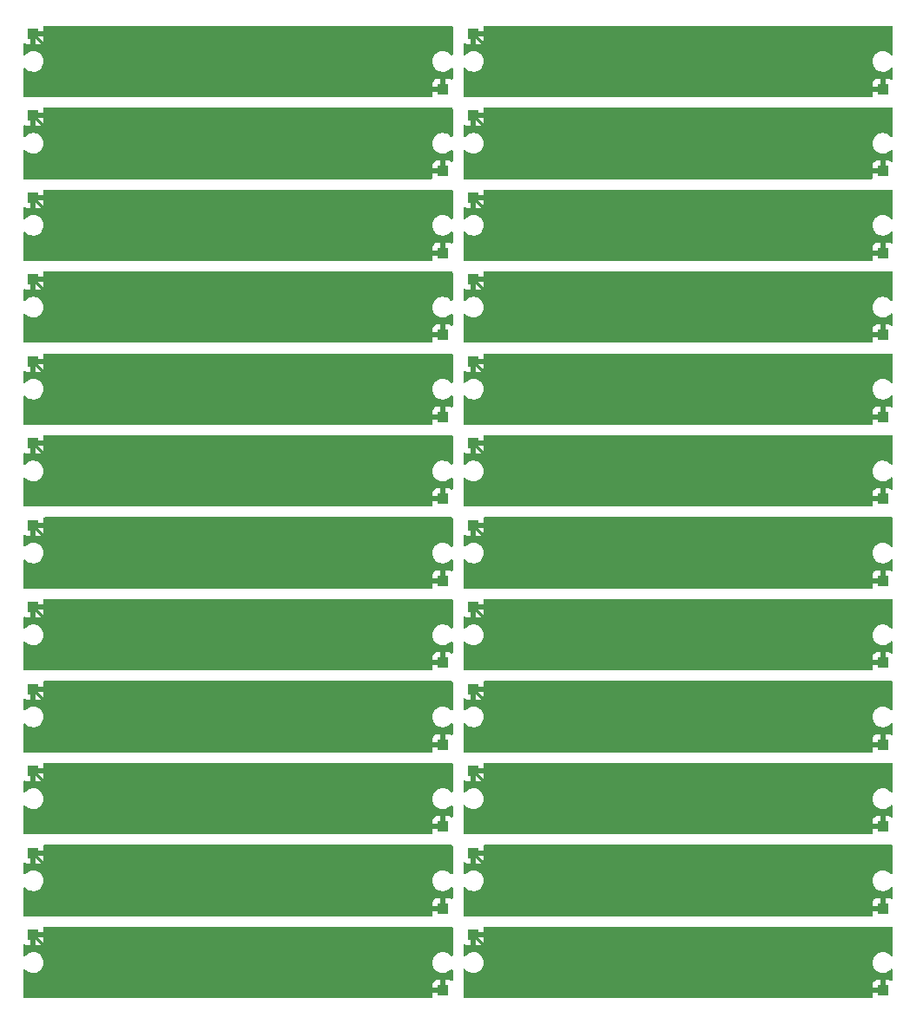
<source format=gbr>
%TF.GenerationSoftware,KiCad,Pcbnew,6.0.11-2627ca5db0~126~ubuntu20.04.1*%
%TF.CreationDate,2024-08-17T18:27:00-05:00*%
%TF.ProjectId,,58585858-5858-4585-9858-585858585858,rev?*%
%TF.SameCoordinates,Original*%
%TF.FileFunction,Copper,L2,Bot*%
%TF.FilePolarity,Positive*%
%FSLAX46Y46*%
G04 Gerber Fmt 4.6, Leading zero omitted, Abs format (unit mm)*
G04 Created by KiCad (PCBNEW 6.0.11-2627ca5db0~126~ubuntu20.04.1) date 2024-08-17 18:27:00*
%MOMM*%
%LPD*%
G01*
G04 APERTURE LIST*
%TA.AperFunction,SMDPad,CuDef*%
%ADD10R,1.000000X1.000000*%
%TD*%
%TA.AperFunction,ViaPad*%
%ADD11C,0.800000*%
%TD*%
%TA.AperFunction,Conductor*%
%ADD12C,0.250000*%
%TD*%
G04 APERTURE END LIST*
D10*
%TO.P,TP47,1,1*%
%TO.N,GND*%
X105460000Y-149879000D03*
%TD*%
%TO.P,TP48,1,1*%
%TO.N,GND*%
X145460000Y-155279000D03*
%TD*%
%TO.P,TP45,1,1*%
%TO.N,GND*%
X62460000Y-149879000D03*
%TD*%
%TO.P,TP46,1,1*%
%TO.N,GND*%
X102460000Y-155279000D03*
%TD*%
%TO.P,TP43,1,1*%
%TO.N,GND*%
X105460000Y-141879000D03*
%TD*%
%TO.P,TP44,1,1*%
%TO.N,GND*%
X145460000Y-147279000D03*
%TD*%
%TO.P,TP41,1,1*%
%TO.N,GND*%
X62460000Y-141879000D03*
%TD*%
%TO.P,TP42,1,1*%
%TO.N,GND*%
X102460000Y-147279000D03*
%TD*%
%TO.P,TP39,1,1*%
%TO.N,GND*%
X105460000Y-133879000D03*
%TD*%
%TO.P,TP40,1,1*%
%TO.N,GND*%
X145460000Y-139279000D03*
%TD*%
%TO.P,TP37,1,1*%
%TO.N,GND*%
X62460000Y-133879000D03*
%TD*%
%TO.P,TP38,1,1*%
%TO.N,GND*%
X102460000Y-139279000D03*
%TD*%
%TO.P,TP35,1,1*%
%TO.N,GND*%
X105460000Y-125879000D03*
%TD*%
%TO.P,TP36,1,1*%
%TO.N,GND*%
X145460000Y-131279000D03*
%TD*%
%TO.P,TP33,1,1*%
%TO.N,GND*%
X62460000Y-125879000D03*
%TD*%
%TO.P,TP34,1,1*%
%TO.N,GND*%
X102460000Y-131279000D03*
%TD*%
%TO.P,TP31,1,1*%
%TO.N,GND*%
X105460000Y-117879000D03*
%TD*%
%TO.P,TP32,1,1*%
%TO.N,GND*%
X145460000Y-123279000D03*
%TD*%
%TO.P,TP29,1,1*%
%TO.N,GND*%
X62460000Y-117879000D03*
%TD*%
%TO.P,TP30,1,1*%
%TO.N,GND*%
X102460000Y-123279000D03*
%TD*%
%TO.P,TP27,1,1*%
%TO.N,GND*%
X105460000Y-109879000D03*
%TD*%
%TO.P,TP28,1,1*%
%TO.N,GND*%
X145460000Y-115279000D03*
%TD*%
%TO.P,TP25,1,1*%
%TO.N,GND*%
X62460000Y-109879000D03*
%TD*%
%TO.P,TP26,1,1*%
%TO.N,GND*%
X102460000Y-115279000D03*
%TD*%
%TO.P,TP23,1,1*%
%TO.N,GND*%
X105460000Y-101879000D03*
%TD*%
%TO.P,TP24,1,1*%
%TO.N,GND*%
X145460000Y-107279000D03*
%TD*%
%TO.P,TP21,1,1*%
%TO.N,GND*%
X62460000Y-101879000D03*
%TD*%
%TO.P,TP22,1,1*%
%TO.N,GND*%
X102460000Y-107279000D03*
%TD*%
%TO.P,TP19,1,1*%
%TO.N,GND*%
X105460000Y-93879000D03*
%TD*%
%TO.P,TP20,1,1*%
%TO.N,GND*%
X145460000Y-99279000D03*
%TD*%
%TO.P,TP17,1,1*%
%TO.N,GND*%
X62460000Y-93879000D03*
%TD*%
%TO.P,TP18,1,1*%
%TO.N,GND*%
X102460000Y-99279000D03*
%TD*%
%TO.P,TP15,1,1*%
%TO.N,GND*%
X105460000Y-85879000D03*
%TD*%
%TO.P,TP16,1,1*%
%TO.N,GND*%
X145460000Y-91279000D03*
%TD*%
%TO.P,TP13,1,1*%
%TO.N,GND*%
X62460000Y-85879000D03*
%TD*%
%TO.P,TP14,1,1*%
%TO.N,GND*%
X102460000Y-91279000D03*
%TD*%
%TO.P,TP11,1,1*%
%TO.N,GND*%
X105460000Y-77879000D03*
%TD*%
%TO.P,TP12,1,1*%
%TO.N,GND*%
X145460000Y-83279000D03*
%TD*%
%TO.P,TP9,1,1*%
%TO.N,GND*%
X62460000Y-77879000D03*
%TD*%
%TO.P,TP10,1,1*%
%TO.N,GND*%
X102460000Y-83279000D03*
%TD*%
%TO.P,TP7,1,1*%
%TO.N,GND*%
X105460000Y-69879000D03*
%TD*%
%TO.P,TP8,1,1*%
%TO.N,GND*%
X145460000Y-75279000D03*
%TD*%
%TO.P,TP5,1,1*%
%TO.N,GND*%
X62460000Y-69879000D03*
%TD*%
%TO.P,TP6,1,1*%
%TO.N,GND*%
X102460000Y-75279000D03*
%TD*%
%TO.P,TP3,1,1*%
%TO.N,GND*%
X105460000Y-61879000D03*
%TD*%
%TO.P,TP4,1,1*%
%TO.N,GND*%
X145460000Y-67279000D03*
%TD*%
%TO.P,TP2,1,1*%
%TO.N,GND*%
X102460000Y-67279000D03*
%TD*%
%TO.P,TP1,1,1*%
%TO.N,GND*%
X62460000Y-61879000D03*
%TD*%
D11*
%TO.N,GND*%
X105460000Y-155279000D03*
X145460000Y-149879000D03*
X62460000Y-155279000D03*
X102460000Y-149879000D03*
X105460000Y-147279000D03*
X145460000Y-141879000D03*
X62460000Y-147279000D03*
X102460000Y-141879000D03*
X105460000Y-139279000D03*
X145460000Y-133879000D03*
X62460000Y-139279000D03*
X102460000Y-133879000D03*
X105460000Y-131279000D03*
X145460000Y-125879000D03*
X62460000Y-131279000D03*
X102460000Y-125879000D03*
X105460000Y-123279000D03*
X145460000Y-117879000D03*
X62460000Y-123279000D03*
X102460000Y-117879000D03*
X105460000Y-115279000D03*
X145460000Y-109879000D03*
X62460000Y-115279000D03*
X102460000Y-109879000D03*
X105460000Y-107279000D03*
X145460000Y-101879000D03*
X62460000Y-107279000D03*
X102460000Y-101879000D03*
X105460000Y-99279000D03*
X145460000Y-93879000D03*
X62460000Y-99279000D03*
X102460000Y-93879000D03*
X105460000Y-91279000D03*
X145460000Y-85879000D03*
X62460000Y-91279000D03*
X102460000Y-85879000D03*
X105460000Y-83279000D03*
X145460000Y-77879000D03*
X62460000Y-83279000D03*
X102460000Y-77879000D03*
X105460000Y-75279000D03*
X145460000Y-69879000D03*
X62460000Y-75279000D03*
X102460000Y-69879000D03*
X105460000Y-67279000D03*
X145460000Y-61879000D03*
X102460000Y-61879000D03*
X62460000Y-67279000D03*
%TD*%
D12*
%TO.N,GND*%
X110860000Y-155279000D02*
X105460000Y-149879000D01*
X145460000Y-155279000D02*
X110860000Y-155279000D01*
X67860000Y-155279000D02*
X62460000Y-149879000D01*
X102460000Y-155279000D02*
X67860000Y-155279000D01*
X110860000Y-147279000D02*
X105460000Y-141879000D01*
X145460000Y-147279000D02*
X110860000Y-147279000D01*
X67860000Y-147279000D02*
X62460000Y-141879000D01*
X102460000Y-147279000D02*
X67860000Y-147279000D01*
X110860000Y-139279000D02*
X105460000Y-133879000D01*
X145460000Y-139279000D02*
X110860000Y-139279000D01*
X67860000Y-139279000D02*
X62460000Y-133879000D01*
X102460000Y-139279000D02*
X67860000Y-139279000D01*
X110860000Y-131279000D02*
X105460000Y-125879000D01*
X145460000Y-131279000D02*
X110860000Y-131279000D01*
X67860000Y-131279000D02*
X62460000Y-125879000D01*
X102460000Y-131279000D02*
X67860000Y-131279000D01*
X110860000Y-123279000D02*
X105460000Y-117879000D01*
X145460000Y-123279000D02*
X110860000Y-123279000D01*
X67860000Y-123279000D02*
X62460000Y-117879000D01*
X102460000Y-123279000D02*
X67860000Y-123279000D01*
X110860000Y-115279000D02*
X105460000Y-109879000D01*
X145460000Y-115279000D02*
X110860000Y-115279000D01*
X67860000Y-115279000D02*
X62460000Y-109879000D01*
X102460000Y-115279000D02*
X67860000Y-115279000D01*
X110860000Y-107279000D02*
X105460000Y-101879000D01*
X145460000Y-107279000D02*
X110860000Y-107279000D01*
X67860000Y-107279000D02*
X62460000Y-101879000D01*
X102460000Y-107279000D02*
X67860000Y-107279000D01*
X110860000Y-99279000D02*
X105460000Y-93879000D01*
X145460000Y-99279000D02*
X110860000Y-99279000D01*
X67860000Y-99279000D02*
X62460000Y-93879000D01*
X102460000Y-99279000D02*
X67860000Y-99279000D01*
X110860000Y-91279000D02*
X105460000Y-85879000D01*
X145460000Y-91279000D02*
X110860000Y-91279000D01*
X67860000Y-91279000D02*
X62460000Y-85879000D01*
X102460000Y-91279000D02*
X67860000Y-91279000D01*
X110860000Y-83279000D02*
X105460000Y-77879000D01*
X145460000Y-83279000D02*
X110860000Y-83279000D01*
X67860000Y-83279000D02*
X62460000Y-77879000D01*
X102460000Y-83279000D02*
X67860000Y-83279000D01*
X110860000Y-75279000D02*
X105460000Y-69879000D01*
X145460000Y-75279000D02*
X110860000Y-75279000D01*
X67860000Y-75279000D02*
X62460000Y-69879000D01*
X102460000Y-75279000D02*
X67860000Y-75279000D01*
X110860000Y-67279000D02*
X105460000Y-61879000D01*
X145460000Y-67279000D02*
X110860000Y-67279000D01*
X102460000Y-67279000D02*
X67860000Y-67279000D01*
X67860000Y-67279000D02*
X62460000Y-61879000D01*
%TD*%
%TA.AperFunction,Conductor*%
%TO.N,GND*%
G36*
X103393621Y-61107502D02*
G01*
X103440114Y-61161158D01*
X103451500Y-61213500D01*
X103451500Y-63844842D01*
X103431498Y-63912963D01*
X103377842Y-63959456D01*
X103307568Y-63969560D01*
X103242988Y-63940066D01*
X103227304Y-63923795D01*
X103187892Y-63874776D01*
X103184032Y-63869975D01*
X103177727Y-63864684D01*
X103154080Y-63844842D01*
X103032526Y-63742846D01*
X103027128Y-63739879D01*
X103027123Y-63739875D01*
X102864608Y-63650533D01*
X102864609Y-63650533D01*
X102859213Y-63647567D01*
X102853346Y-63645706D01*
X102853344Y-63645705D01*
X102676564Y-63589627D01*
X102676563Y-63589627D01*
X102670694Y-63587765D01*
X102516773Y-63570500D01*
X102410231Y-63570500D01*
X102407175Y-63570800D01*
X102407168Y-63570800D01*
X102348660Y-63576537D01*
X102263167Y-63584920D01*
X102257266Y-63586702D01*
X102257264Y-63586702D01*
X102183947Y-63608838D01*
X102073831Y-63642084D01*
X101899204Y-63734934D01*
X101812938Y-63805291D01*
X101750713Y-63856040D01*
X101750710Y-63856043D01*
X101745938Y-63859935D01*
X101742011Y-63864682D01*
X101742009Y-63864684D01*
X101623799Y-64007575D01*
X101623797Y-64007579D01*
X101619870Y-64012325D01*
X101525802Y-64186299D01*
X101467318Y-64375232D01*
X101446645Y-64571925D01*
X101464570Y-64768888D01*
X101466308Y-64774794D01*
X101466309Y-64774798D01*
X101470387Y-64788653D01*
X101520410Y-64958619D01*
X101523263Y-64964077D01*
X101523265Y-64964081D01*
X101570720Y-65054853D01*
X101612040Y-65133890D01*
X101735968Y-65288025D01*
X101740692Y-65291989D01*
X101747933Y-65298065D01*
X101887474Y-65415154D01*
X101892872Y-65418121D01*
X101892877Y-65418125D01*
X102036180Y-65496905D01*
X102060787Y-65510433D01*
X102066654Y-65512294D01*
X102066656Y-65512295D01*
X102243436Y-65568373D01*
X102249306Y-65570235D01*
X102403227Y-65587500D01*
X102509769Y-65587500D01*
X102512825Y-65587200D01*
X102512832Y-65587200D01*
X102571340Y-65581463D01*
X102656833Y-65573080D01*
X102662734Y-65571298D01*
X102662736Y-65571298D01*
X102736053Y-65549162D01*
X102846169Y-65515916D01*
X103020796Y-65423066D01*
X103107062Y-65352709D01*
X103169287Y-65301960D01*
X103169290Y-65301957D01*
X103174062Y-65298065D01*
X103226892Y-65234205D01*
X103228416Y-65232363D01*
X103287249Y-65192625D01*
X103358227Y-65191004D01*
X103418815Y-65228013D01*
X103449775Y-65291903D01*
X103451500Y-65312679D01*
X103451500Y-66260583D01*
X103431498Y-66328704D01*
X103377842Y-66375197D01*
X103307568Y-66385301D01*
X103249935Y-66361409D01*
X103213649Y-66334214D01*
X103198054Y-66325676D01*
X103077606Y-66280522D01*
X103062351Y-66276895D01*
X103011486Y-66271369D01*
X103004672Y-66271000D01*
X102732115Y-66271000D01*
X102716876Y-66275475D01*
X102715671Y-66276865D01*
X102714000Y-66284548D01*
X102714000Y-67407000D01*
X102693998Y-67475121D01*
X102640342Y-67521614D01*
X102588000Y-67533000D01*
X101470116Y-67533000D01*
X101454877Y-67537475D01*
X101453672Y-67538865D01*
X101452001Y-67546548D01*
X101452001Y-67823669D01*
X101452371Y-67830490D01*
X101457895Y-67881352D01*
X101461522Y-67896609D01*
X101462896Y-67900274D01*
X101463119Y-67903327D01*
X101463349Y-67904293D01*
X101463193Y-67904330D01*
X101468077Y-67971081D01*
X101434155Y-68033449D01*
X101371898Y-68067576D01*
X101344913Y-68070500D01*
X61594500Y-68070500D01*
X61526379Y-68050498D01*
X61479886Y-67996842D01*
X61468500Y-67944500D01*
X61468500Y-67006885D01*
X101452000Y-67006885D01*
X101456475Y-67022124D01*
X101457865Y-67023329D01*
X101465548Y-67025000D01*
X102187885Y-67025000D01*
X102203124Y-67020525D01*
X102204329Y-67019135D01*
X102206000Y-67011452D01*
X102206000Y-66289116D01*
X102201525Y-66273877D01*
X102200135Y-66272672D01*
X102192452Y-66271001D01*
X101915331Y-66271001D01*
X101908510Y-66271371D01*
X101857648Y-66276895D01*
X101842396Y-66280521D01*
X101721946Y-66325676D01*
X101706351Y-66334214D01*
X101604276Y-66410715D01*
X101591715Y-66423276D01*
X101515214Y-66525351D01*
X101506676Y-66540946D01*
X101461522Y-66661394D01*
X101457895Y-66676649D01*
X101452369Y-66727514D01*
X101452000Y-66734328D01*
X101452000Y-67006885D01*
X61468500Y-67006885D01*
X61468500Y-65313158D01*
X61488502Y-65245037D01*
X61542158Y-65198544D01*
X61612432Y-65188440D01*
X61677012Y-65217934D01*
X61692693Y-65234202D01*
X61735968Y-65288025D01*
X61740692Y-65291989D01*
X61747933Y-65298065D01*
X61887474Y-65415154D01*
X61892872Y-65418121D01*
X61892877Y-65418125D01*
X62036180Y-65496905D01*
X62060787Y-65510433D01*
X62066654Y-65512294D01*
X62066656Y-65512295D01*
X62243436Y-65568373D01*
X62249306Y-65570235D01*
X62403227Y-65587500D01*
X62509769Y-65587500D01*
X62512825Y-65587200D01*
X62512832Y-65587200D01*
X62571340Y-65581463D01*
X62656833Y-65573080D01*
X62662734Y-65571298D01*
X62662736Y-65571298D01*
X62736053Y-65549162D01*
X62846169Y-65515916D01*
X63020796Y-65423066D01*
X63107062Y-65352709D01*
X63169287Y-65301960D01*
X63169290Y-65301957D01*
X63174062Y-65298065D01*
X63226892Y-65234205D01*
X63296201Y-65150425D01*
X63296203Y-65150421D01*
X63300130Y-65145675D01*
X63394198Y-64971701D01*
X63452682Y-64782768D01*
X63473355Y-64586075D01*
X63455430Y-64389112D01*
X63450222Y-64371414D01*
X63401330Y-64205294D01*
X63399590Y-64199381D01*
X63389919Y-64180881D01*
X63310813Y-64029568D01*
X63307960Y-64024110D01*
X63184032Y-63869975D01*
X63177727Y-63864684D01*
X63154080Y-63844842D01*
X63032526Y-63742846D01*
X63027128Y-63739879D01*
X63027123Y-63739875D01*
X62864608Y-63650533D01*
X62864609Y-63650533D01*
X62859213Y-63647567D01*
X62853346Y-63645706D01*
X62853344Y-63645705D01*
X62676564Y-63589627D01*
X62676563Y-63589627D01*
X62670694Y-63587765D01*
X62516773Y-63570500D01*
X62410231Y-63570500D01*
X62407175Y-63570800D01*
X62407168Y-63570800D01*
X62348660Y-63576537D01*
X62263167Y-63584920D01*
X62257266Y-63586702D01*
X62257264Y-63586702D01*
X62183947Y-63608838D01*
X62073831Y-63642084D01*
X61899204Y-63734934D01*
X61812938Y-63805291D01*
X61750713Y-63856040D01*
X61750710Y-63856043D01*
X61745938Y-63859935D01*
X61742011Y-63864682D01*
X61742008Y-63864685D01*
X61691584Y-63925637D01*
X61632751Y-63965375D01*
X61561773Y-63966996D01*
X61501185Y-63929987D01*
X61470225Y-63866097D01*
X61468500Y-63845321D01*
X61468500Y-62897417D01*
X61488502Y-62829296D01*
X61542158Y-62782803D01*
X61612432Y-62772699D01*
X61670065Y-62796591D01*
X61706351Y-62823786D01*
X61721946Y-62832324D01*
X61842394Y-62877478D01*
X61857649Y-62881105D01*
X61908514Y-62886631D01*
X61915328Y-62887000D01*
X62187885Y-62887000D01*
X62203124Y-62882525D01*
X62204329Y-62881135D01*
X62206000Y-62873452D01*
X62206000Y-62868884D01*
X62714000Y-62868884D01*
X62718475Y-62884123D01*
X62719865Y-62885328D01*
X62727548Y-62886999D01*
X63004669Y-62886999D01*
X63011490Y-62886629D01*
X63062352Y-62881105D01*
X63077604Y-62877479D01*
X63198054Y-62832324D01*
X63213649Y-62823786D01*
X63315724Y-62747285D01*
X63328285Y-62734724D01*
X63404786Y-62632649D01*
X63413324Y-62617054D01*
X63458478Y-62496606D01*
X63462105Y-62481351D01*
X63467631Y-62430486D01*
X63468000Y-62423672D01*
X63468000Y-62151115D01*
X63463525Y-62135876D01*
X63462135Y-62134671D01*
X63454452Y-62133000D01*
X62732115Y-62133000D01*
X62716876Y-62137475D01*
X62715671Y-62138865D01*
X62714000Y-62146548D01*
X62714000Y-62868884D01*
X62206000Y-62868884D01*
X62206000Y-61751000D01*
X62226002Y-61682879D01*
X62279658Y-61636386D01*
X62332000Y-61625000D01*
X63449884Y-61625000D01*
X63465123Y-61620525D01*
X63466328Y-61619135D01*
X63467999Y-61611452D01*
X63467999Y-61334331D01*
X63467629Y-61327510D01*
X63462105Y-61276648D01*
X63458478Y-61261391D01*
X63457104Y-61257726D01*
X63456881Y-61254673D01*
X63456651Y-61253707D01*
X63456807Y-61253670D01*
X63451923Y-61186919D01*
X63485845Y-61124551D01*
X63548102Y-61090424D01*
X63575087Y-61087500D01*
X103325500Y-61087500D01*
X103393621Y-61107502D01*
G37*
%TD.AperFunction*%
%TD*%
%TA.AperFunction,Conductor*%
%TO.N,GND*%
G36*
X146393621Y-61107502D02*
G01*
X146440114Y-61161158D01*
X146451500Y-61213500D01*
X146451500Y-63844842D01*
X146431498Y-63912963D01*
X146377842Y-63959456D01*
X146307568Y-63969560D01*
X146242988Y-63940066D01*
X146227304Y-63923795D01*
X146187892Y-63874776D01*
X146184032Y-63869975D01*
X146177727Y-63864684D01*
X146154080Y-63844842D01*
X146032526Y-63742846D01*
X146027128Y-63739879D01*
X146027123Y-63739875D01*
X145864608Y-63650533D01*
X145864609Y-63650533D01*
X145859213Y-63647567D01*
X145853346Y-63645706D01*
X145853344Y-63645705D01*
X145676564Y-63589627D01*
X145676563Y-63589627D01*
X145670694Y-63587765D01*
X145516773Y-63570500D01*
X145410231Y-63570500D01*
X145407175Y-63570800D01*
X145407168Y-63570800D01*
X145348660Y-63576537D01*
X145263167Y-63584920D01*
X145257266Y-63586702D01*
X145257264Y-63586702D01*
X145183947Y-63608838D01*
X145073831Y-63642084D01*
X144899204Y-63734934D01*
X144812938Y-63805291D01*
X144750713Y-63856040D01*
X144750710Y-63856043D01*
X144745938Y-63859935D01*
X144742011Y-63864682D01*
X144742009Y-63864684D01*
X144623799Y-64007575D01*
X144623797Y-64007579D01*
X144619870Y-64012325D01*
X144525802Y-64186299D01*
X144467318Y-64375232D01*
X144446645Y-64571925D01*
X144464570Y-64768888D01*
X144466308Y-64774794D01*
X144466309Y-64774798D01*
X144470387Y-64788653D01*
X144520410Y-64958619D01*
X144523263Y-64964077D01*
X144523265Y-64964081D01*
X144570720Y-65054853D01*
X144612040Y-65133890D01*
X144735968Y-65288025D01*
X144740692Y-65291989D01*
X144747933Y-65298065D01*
X144887474Y-65415154D01*
X144892872Y-65418121D01*
X144892877Y-65418125D01*
X145036180Y-65496905D01*
X145060787Y-65510433D01*
X145066654Y-65512294D01*
X145066656Y-65512295D01*
X145243436Y-65568373D01*
X145249306Y-65570235D01*
X145403227Y-65587500D01*
X145509769Y-65587500D01*
X145512825Y-65587200D01*
X145512832Y-65587200D01*
X145571340Y-65581463D01*
X145656833Y-65573080D01*
X145662734Y-65571298D01*
X145662736Y-65571298D01*
X145736053Y-65549162D01*
X145846169Y-65515916D01*
X146020796Y-65423066D01*
X146107062Y-65352709D01*
X146169287Y-65301960D01*
X146169290Y-65301957D01*
X146174062Y-65298065D01*
X146226892Y-65234205D01*
X146228416Y-65232363D01*
X146287249Y-65192625D01*
X146358227Y-65191004D01*
X146418815Y-65228013D01*
X146449775Y-65291903D01*
X146451500Y-65312679D01*
X146451500Y-66260583D01*
X146431498Y-66328704D01*
X146377842Y-66375197D01*
X146307568Y-66385301D01*
X146249935Y-66361409D01*
X146213649Y-66334214D01*
X146198054Y-66325676D01*
X146077606Y-66280522D01*
X146062351Y-66276895D01*
X146011486Y-66271369D01*
X146004672Y-66271000D01*
X145732115Y-66271000D01*
X145716876Y-66275475D01*
X145715671Y-66276865D01*
X145714000Y-66284548D01*
X145714000Y-67407000D01*
X145693998Y-67475121D01*
X145640342Y-67521614D01*
X145588000Y-67533000D01*
X144470116Y-67533000D01*
X144454877Y-67537475D01*
X144453672Y-67538865D01*
X144452001Y-67546548D01*
X144452001Y-67823669D01*
X144452371Y-67830490D01*
X144457895Y-67881352D01*
X144461522Y-67896609D01*
X144462896Y-67900274D01*
X144463119Y-67903327D01*
X144463349Y-67904293D01*
X144463193Y-67904330D01*
X144468077Y-67971081D01*
X144434155Y-68033449D01*
X144371898Y-68067576D01*
X144344913Y-68070500D01*
X104594500Y-68070500D01*
X104526379Y-68050498D01*
X104479886Y-67996842D01*
X104468500Y-67944500D01*
X104468500Y-67006885D01*
X144452000Y-67006885D01*
X144456475Y-67022124D01*
X144457865Y-67023329D01*
X144465548Y-67025000D01*
X145187885Y-67025000D01*
X145203124Y-67020525D01*
X145204329Y-67019135D01*
X145206000Y-67011452D01*
X145206000Y-66289116D01*
X145201525Y-66273877D01*
X145200135Y-66272672D01*
X145192452Y-66271001D01*
X144915331Y-66271001D01*
X144908510Y-66271371D01*
X144857648Y-66276895D01*
X144842396Y-66280521D01*
X144721946Y-66325676D01*
X144706351Y-66334214D01*
X144604276Y-66410715D01*
X144591715Y-66423276D01*
X144515214Y-66525351D01*
X144506676Y-66540946D01*
X144461522Y-66661394D01*
X144457895Y-66676649D01*
X144452369Y-66727514D01*
X144452000Y-66734328D01*
X144452000Y-67006885D01*
X104468500Y-67006885D01*
X104468500Y-65313158D01*
X104488502Y-65245037D01*
X104542158Y-65198544D01*
X104612432Y-65188440D01*
X104677012Y-65217934D01*
X104692693Y-65234202D01*
X104735968Y-65288025D01*
X104740692Y-65291989D01*
X104747933Y-65298065D01*
X104887474Y-65415154D01*
X104892872Y-65418121D01*
X104892877Y-65418125D01*
X105036180Y-65496905D01*
X105060787Y-65510433D01*
X105066654Y-65512294D01*
X105066656Y-65512295D01*
X105243436Y-65568373D01*
X105249306Y-65570235D01*
X105403227Y-65587500D01*
X105509769Y-65587500D01*
X105512825Y-65587200D01*
X105512832Y-65587200D01*
X105571340Y-65581463D01*
X105656833Y-65573080D01*
X105662734Y-65571298D01*
X105662736Y-65571298D01*
X105736053Y-65549162D01*
X105846169Y-65515916D01*
X106020796Y-65423066D01*
X106107062Y-65352709D01*
X106169287Y-65301960D01*
X106169290Y-65301957D01*
X106174062Y-65298065D01*
X106226892Y-65234205D01*
X106296201Y-65150425D01*
X106296203Y-65150421D01*
X106300130Y-65145675D01*
X106394198Y-64971701D01*
X106452682Y-64782768D01*
X106473355Y-64586075D01*
X106455430Y-64389112D01*
X106450222Y-64371414D01*
X106401330Y-64205294D01*
X106399590Y-64199381D01*
X106389919Y-64180881D01*
X106310813Y-64029568D01*
X106307960Y-64024110D01*
X106184032Y-63869975D01*
X106177727Y-63864684D01*
X106154080Y-63844842D01*
X106032526Y-63742846D01*
X106027128Y-63739879D01*
X106027123Y-63739875D01*
X105864608Y-63650533D01*
X105864609Y-63650533D01*
X105859213Y-63647567D01*
X105853346Y-63645706D01*
X105853344Y-63645705D01*
X105676564Y-63589627D01*
X105676563Y-63589627D01*
X105670694Y-63587765D01*
X105516773Y-63570500D01*
X105410231Y-63570500D01*
X105407175Y-63570800D01*
X105407168Y-63570800D01*
X105348660Y-63576537D01*
X105263167Y-63584920D01*
X105257266Y-63586702D01*
X105257264Y-63586702D01*
X105183947Y-63608838D01*
X105073831Y-63642084D01*
X104899204Y-63734934D01*
X104812938Y-63805291D01*
X104750713Y-63856040D01*
X104750710Y-63856043D01*
X104745938Y-63859935D01*
X104742011Y-63864682D01*
X104742008Y-63864685D01*
X104691584Y-63925637D01*
X104632751Y-63965375D01*
X104561773Y-63966996D01*
X104501185Y-63929987D01*
X104470225Y-63866097D01*
X104468500Y-63845321D01*
X104468500Y-62897417D01*
X104488502Y-62829296D01*
X104542158Y-62782803D01*
X104612432Y-62772699D01*
X104670065Y-62796591D01*
X104706351Y-62823786D01*
X104721946Y-62832324D01*
X104842394Y-62877478D01*
X104857649Y-62881105D01*
X104908514Y-62886631D01*
X104915328Y-62887000D01*
X105187885Y-62887000D01*
X105203124Y-62882525D01*
X105204329Y-62881135D01*
X105206000Y-62873452D01*
X105206000Y-62868884D01*
X105714000Y-62868884D01*
X105718475Y-62884123D01*
X105719865Y-62885328D01*
X105727548Y-62886999D01*
X106004669Y-62886999D01*
X106011490Y-62886629D01*
X106062352Y-62881105D01*
X106077604Y-62877479D01*
X106198054Y-62832324D01*
X106213649Y-62823786D01*
X106315724Y-62747285D01*
X106328285Y-62734724D01*
X106404786Y-62632649D01*
X106413324Y-62617054D01*
X106458478Y-62496606D01*
X106462105Y-62481351D01*
X106467631Y-62430486D01*
X106468000Y-62423672D01*
X106468000Y-62151115D01*
X106463525Y-62135876D01*
X106462135Y-62134671D01*
X106454452Y-62133000D01*
X105732115Y-62133000D01*
X105716876Y-62137475D01*
X105715671Y-62138865D01*
X105714000Y-62146548D01*
X105714000Y-62868884D01*
X105206000Y-62868884D01*
X105206000Y-61751000D01*
X105226002Y-61682879D01*
X105279658Y-61636386D01*
X105332000Y-61625000D01*
X106449884Y-61625000D01*
X106465123Y-61620525D01*
X106466328Y-61619135D01*
X106467999Y-61611452D01*
X106467999Y-61334331D01*
X106467629Y-61327510D01*
X106462105Y-61276648D01*
X106458478Y-61261391D01*
X106457104Y-61257726D01*
X106456881Y-61254673D01*
X106456651Y-61253707D01*
X106456807Y-61253670D01*
X106451923Y-61186919D01*
X106485845Y-61124551D01*
X106548102Y-61090424D01*
X106575087Y-61087500D01*
X146325500Y-61087500D01*
X146393621Y-61107502D01*
G37*
%TD.AperFunction*%
%TD*%
%TA.AperFunction,Conductor*%
%TO.N,GND*%
G36*
X103393621Y-69107502D02*
G01*
X103440114Y-69161158D01*
X103451500Y-69213500D01*
X103451500Y-71844842D01*
X103431498Y-71912963D01*
X103377842Y-71959456D01*
X103307568Y-71969560D01*
X103242988Y-71940066D01*
X103227304Y-71923795D01*
X103187892Y-71874776D01*
X103184032Y-71869975D01*
X103177727Y-71864684D01*
X103154080Y-71844842D01*
X103032526Y-71742846D01*
X103027128Y-71739879D01*
X103027123Y-71739875D01*
X102864608Y-71650533D01*
X102864609Y-71650533D01*
X102859213Y-71647567D01*
X102853346Y-71645706D01*
X102853344Y-71645705D01*
X102676564Y-71589627D01*
X102676563Y-71589627D01*
X102670694Y-71587765D01*
X102516773Y-71570500D01*
X102410231Y-71570500D01*
X102407175Y-71570800D01*
X102407168Y-71570800D01*
X102348660Y-71576537D01*
X102263167Y-71584920D01*
X102257266Y-71586702D01*
X102257264Y-71586702D01*
X102183947Y-71608838D01*
X102073831Y-71642084D01*
X101899204Y-71734934D01*
X101812938Y-71805291D01*
X101750713Y-71856040D01*
X101750710Y-71856043D01*
X101745938Y-71859935D01*
X101742011Y-71864682D01*
X101742009Y-71864684D01*
X101623799Y-72007575D01*
X101623797Y-72007579D01*
X101619870Y-72012325D01*
X101525802Y-72186299D01*
X101467318Y-72375232D01*
X101446645Y-72571925D01*
X101464570Y-72768888D01*
X101466308Y-72774794D01*
X101466309Y-72774798D01*
X101470387Y-72788653D01*
X101520410Y-72958619D01*
X101523263Y-72964077D01*
X101523265Y-72964081D01*
X101570720Y-73054853D01*
X101612040Y-73133890D01*
X101735968Y-73288025D01*
X101740692Y-73291989D01*
X101747933Y-73298065D01*
X101887474Y-73415154D01*
X101892872Y-73418121D01*
X101892877Y-73418125D01*
X102036180Y-73496905D01*
X102060787Y-73510433D01*
X102066654Y-73512294D01*
X102066656Y-73512295D01*
X102243436Y-73568373D01*
X102249306Y-73570235D01*
X102403227Y-73587500D01*
X102509769Y-73587500D01*
X102512825Y-73587200D01*
X102512832Y-73587200D01*
X102571340Y-73581463D01*
X102656833Y-73573080D01*
X102662734Y-73571298D01*
X102662736Y-73571298D01*
X102736053Y-73549162D01*
X102846169Y-73515916D01*
X103020796Y-73423066D01*
X103107062Y-73352709D01*
X103169287Y-73301960D01*
X103169290Y-73301957D01*
X103174062Y-73298065D01*
X103226892Y-73234205D01*
X103228416Y-73232363D01*
X103287249Y-73192625D01*
X103358227Y-73191004D01*
X103418815Y-73228013D01*
X103449775Y-73291903D01*
X103451500Y-73312679D01*
X103451500Y-74260583D01*
X103431498Y-74328704D01*
X103377842Y-74375197D01*
X103307568Y-74385301D01*
X103249935Y-74361409D01*
X103213649Y-74334214D01*
X103198054Y-74325676D01*
X103077606Y-74280522D01*
X103062351Y-74276895D01*
X103011486Y-74271369D01*
X103004672Y-74271000D01*
X102732115Y-74271000D01*
X102716876Y-74275475D01*
X102715671Y-74276865D01*
X102714000Y-74284548D01*
X102714000Y-75407000D01*
X102693998Y-75475121D01*
X102640342Y-75521614D01*
X102588000Y-75533000D01*
X101470116Y-75533000D01*
X101454877Y-75537475D01*
X101453672Y-75538865D01*
X101452001Y-75546548D01*
X101452001Y-75823669D01*
X101452371Y-75830490D01*
X101457895Y-75881352D01*
X101461522Y-75896609D01*
X101462896Y-75900274D01*
X101463119Y-75903327D01*
X101463349Y-75904293D01*
X101463193Y-75904330D01*
X101468077Y-75971081D01*
X101434155Y-76033449D01*
X101371898Y-76067576D01*
X101344913Y-76070500D01*
X61594500Y-76070500D01*
X61526379Y-76050498D01*
X61479886Y-75996842D01*
X61468500Y-75944500D01*
X61468500Y-75006885D01*
X101452000Y-75006885D01*
X101456475Y-75022124D01*
X101457865Y-75023329D01*
X101465548Y-75025000D01*
X102187885Y-75025000D01*
X102203124Y-75020525D01*
X102204329Y-75019135D01*
X102206000Y-75011452D01*
X102206000Y-74289116D01*
X102201525Y-74273877D01*
X102200135Y-74272672D01*
X102192452Y-74271001D01*
X101915331Y-74271001D01*
X101908510Y-74271371D01*
X101857648Y-74276895D01*
X101842396Y-74280521D01*
X101721946Y-74325676D01*
X101706351Y-74334214D01*
X101604276Y-74410715D01*
X101591715Y-74423276D01*
X101515214Y-74525351D01*
X101506676Y-74540946D01*
X101461522Y-74661394D01*
X101457895Y-74676649D01*
X101452369Y-74727514D01*
X101452000Y-74734328D01*
X101452000Y-75006885D01*
X61468500Y-75006885D01*
X61468500Y-73313158D01*
X61488502Y-73245037D01*
X61542158Y-73198544D01*
X61612432Y-73188440D01*
X61677012Y-73217934D01*
X61692693Y-73234202D01*
X61735968Y-73288025D01*
X61740692Y-73291989D01*
X61747933Y-73298065D01*
X61887474Y-73415154D01*
X61892872Y-73418121D01*
X61892877Y-73418125D01*
X62036180Y-73496905D01*
X62060787Y-73510433D01*
X62066654Y-73512294D01*
X62066656Y-73512295D01*
X62243436Y-73568373D01*
X62249306Y-73570235D01*
X62403227Y-73587500D01*
X62509769Y-73587500D01*
X62512825Y-73587200D01*
X62512832Y-73587200D01*
X62571340Y-73581463D01*
X62656833Y-73573080D01*
X62662734Y-73571298D01*
X62662736Y-73571298D01*
X62736053Y-73549162D01*
X62846169Y-73515916D01*
X63020796Y-73423066D01*
X63107062Y-73352709D01*
X63169287Y-73301960D01*
X63169290Y-73301957D01*
X63174062Y-73298065D01*
X63226892Y-73234205D01*
X63296201Y-73150425D01*
X63296203Y-73150421D01*
X63300130Y-73145675D01*
X63394198Y-72971701D01*
X63452682Y-72782768D01*
X63473355Y-72586075D01*
X63455430Y-72389112D01*
X63450222Y-72371414D01*
X63401330Y-72205294D01*
X63399590Y-72199381D01*
X63389919Y-72180881D01*
X63310813Y-72029568D01*
X63307960Y-72024110D01*
X63184032Y-71869975D01*
X63177727Y-71864684D01*
X63154080Y-71844842D01*
X63032526Y-71742846D01*
X63027128Y-71739879D01*
X63027123Y-71739875D01*
X62864608Y-71650533D01*
X62864609Y-71650533D01*
X62859213Y-71647567D01*
X62853346Y-71645706D01*
X62853344Y-71645705D01*
X62676564Y-71589627D01*
X62676563Y-71589627D01*
X62670694Y-71587765D01*
X62516773Y-71570500D01*
X62410231Y-71570500D01*
X62407175Y-71570800D01*
X62407168Y-71570800D01*
X62348660Y-71576537D01*
X62263167Y-71584920D01*
X62257266Y-71586702D01*
X62257264Y-71586702D01*
X62183947Y-71608838D01*
X62073831Y-71642084D01*
X61899204Y-71734934D01*
X61812938Y-71805291D01*
X61750713Y-71856040D01*
X61750710Y-71856043D01*
X61745938Y-71859935D01*
X61742011Y-71864682D01*
X61742008Y-71864685D01*
X61691584Y-71925637D01*
X61632751Y-71965375D01*
X61561773Y-71966996D01*
X61501185Y-71929987D01*
X61470225Y-71866097D01*
X61468500Y-71845321D01*
X61468500Y-70897417D01*
X61488502Y-70829296D01*
X61542158Y-70782803D01*
X61612432Y-70772699D01*
X61670065Y-70796591D01*
X61706351Y-70823786D01*
X61721946Y-70832324D01*
X61842394Y-70877478D01*
X61857649Y-70881105D01*
X61908514Y-70886631D01*
X61915328Y-70887000D01*
X62187885Y-70887000D01*
X62203124Y-70882525D01*
X62204329Y-70881135D01*
X62206000Y-70873452D01*
X62206000Y-70868884D01*
X62714000Y-70868884D01*
X62718475Y-70884123D01*
X62719865Y-70885328D01*
X62727548Y-70886999D01*
X63004669Y-70886999D01*
X63011490Y-70886629D01*
X63062352Y-70881105D01*
X63077604Y-70877479D01*
X63198054Y-70832324D01*
X63213649Y-70823786D01*
X63315724Y-70747285D01*
X63328285Y-70734724D01*
X63404786Y-70632649D01*
X63413324Y-70617054D01*
X63458478Y-70496606D01*
X63462105Y-70481351D01*
X63467631Y-70430486D01*
X63468000Y-70423672D01*
X63468000Y-70151115D01*
X63463525Y-70135876D01*
X63462135Y-70134671D01*
X63454452Y-70133000D01*
X62732115Y-70133000D01*
X62716876Y-70137475D01*
X62715671Y-70138865D01*
X62714000Y-70146548D01*
X62714000Y-70868884D01*
X62206000Y-70868884D01*
X62206000Y-69751000D01*
X62226002Y-69682879D01*
X62279658Y-69636386D01*
X62332000Y-69625000D01*
X63449884Y-69625000D01*
X63465123Y-69620525D01*
X63466328Y-69619135D01*
X63467999Y-69611452D01*
X63467999Y-69334331D01*
X63467629Y-69327510D01*
X63462105Y-69276648D01*
X63458478Y-69261391D01*
X63457104Y-69257726D01*
X63456881Y-69254673D01*
X63456651Y-69253707D01*
X63456807Y-69253670D01*
X63451923Y-69186919D01*
X63485845Y-69124551D01*
X63548102Y-69090424D01*
X63575087Y-69087500D01*
X103325500Y-69087500D01*
X103393621Y-69107502D01*
G37*
%TD.AperFunction*%
%TD*%
%TA.AperFunction,Conductor*%
%TO.N,GND*%
G36*
X146393621Y-69107502D02*
G01*
X146440114Y-69161158D01*
X146451500Y-69213500D01*
X146451500Y-71844842D01*
X146431498Y-71912963D01*
X146377842Y-71959456D01*
X146307568Y-71969560D01*
X146242988Y-71940066D01*
X146227304Y-71923795D01*
X146187892Y-71874776D01*
X146184032Y-71869975D01*
X146177727Y-71864684D01*
X146154080Y-71844842D01*
X146032526Y-71742846D01*
X146027128Y-71739879D01*
X146027123Y-71739875D01*
X145864608Y-71650533D01*
X145864609Y-71650533D01*
X145859213Y-71647567D01*
X145853346Y-71645706D01*
X145853344Y-71645705D01*
X145676564Y-71589627D01*
X145676563Y-71589627D01*
X145670694Y-71587765D01*
X145516773Y-71570500D01*
X145410231Y-71570500D01*
X145407175Y-71570800D01*
X145407168Y-71570800D01*
X145348660Y-71576537D01*
X145263167Y-71584920D01*
X145257266Y-71586702D01*
X145257264Y-71586702D01*
X145183947Y-71608838D01*
X145073831Y-71642084D01*
X144899204Y-71734934D01*
X144812938Y-71805291D01*
X144750713Y-71856040D01*
X144750710Y-71856043D01*
X144745938Y-71859935D01*
X144742011Y-71864682D01*
X144742009Y-71864684D01*
X144623799Y-72007575D01*
X144623797Y-72007579D01*
X144619870Y-72012325D01*
X144525802Y-72186299D01*
X144467318Y-72375232D01*
X144446645Y-72571925D01*
X144464570Y-72768888D01*
X144466308Y-72774794D01*
X144466309Y-72774798D01*
X144470387Y-72788653D01*
X144520410Y-72958619D01*
X144523263Y-72964077D01*
X144523265Y-72964081D01*
X144570720Y-73054853D01*
X144612040Y-73133890D01*
X144735968Y-73288025D01*
X144740692Y-73291989D01*
X144747933Y-73298065D01*
X144887474Y-73415154D01*
X144892872Y-73418121D01*
X144892877Y-73418125D01*
X145036180Y-73496905D01*
X145060787Y-73510433D01*
X145066654Y-73512294D01*
X145066656Y-73512295D01*
X145243436Y-73568373D01*
X145249306Y-73570235D01*
X145403227Y-73587500D01*
X145509769Y-73587500D01*
X145512825Y-73587200D01*
X145512832Y-73587200D01*
X145571340Y-73581463D01*
X145656833Y-73573080D01*
X145662734Y-73571298D01*
X145662736Y-73571298D01*
X145736053Y-73549162D01*
X145846169Y-73515916D01*
X146020796Y-73423066D01*
X146107062Y-73352709D01*
X146169287Y-73301960D01*
X146169290Y-73301957D01*
X146174062Y-73298065D01*
X146226892Y-73234205D01*
X146228416Y-73232363D01*
X146287249Y-73192625D01*
X146358227Y-73191004D01*
X146418815Y-73228013D01*
X146449775Y-73291903D01*
X146451500Y-73312679D01*
X146451500Y-74260583D01*
X146431498Y-74328704D01*
X146377842Y-74375197D01*
X146307568Y-74385301D01*
X146249935Y-74361409D01*
X146213649Y-74334214D01*
X146198054Y-74325676D01*
X146077606Y-74280522D01*
X146062351Y-74276895D01*
X146011486Y-74271369D01*
X146004672Y-74271000D01*
X145732115Y-74271000D01*
X145716876Y-74275475D01*
X145715671Y-74276865D01*
X145714000Y-74284548D01*
X145714000Y-75407000D01*
X145693998Y-75475121D01*
X145640342Y-75521614D01*
X145588000Y-75533000D01*
X144470116Y-75533000D01*
X144454877Y-75537475D01*
X144453672Y-75538865D01*
X144452001Y-75546548D01*
X144452001Y-75823669D01*
X144452371Y-75830490D01*
X144457895Y-75881352D01*
X144461522Y-75896609D01*
X144462896Y-75900274D01*
X144463119Y-75903327D01*
X144463349Y-75904293D01*
X144463193Y-75904330D01*
X144468077Y-75971081D01*
X144434155Y-76033449D01*
X144371898Y-76067576D01*
X144344913Y-76070500D01*
X104594500Y-76070500D01*
X104526379Y-76050498D01*
X104479886Y-75996842D01*
X104468500Y-75944500D01*
X104468500Y-75006885D01*
X144452000Y-75006885D01*
X144456475Y-75022124D01*
X144457865Y-75023329D01*
X144465548Y-75025000D01*
X145187885Y-75025000D01*
X145203124Y-75020525D01*
X145204329Y-75019135D01*
X145206000Y-75011452D01*
X145206000Y-74289116D01*
X145201525Y-74273877D01*
X145200135Y-74272672D01*
X145192452Y-74271001D01*
X144915331Y-74271001D01*
X144908510Y-74271371D01*
X144857648Y-74276895D01*
X144842396Y-74280521D01*
X144721946Y-74325676D01*
X144706351Y-74334214D01*
X144604276Y-74410715D01*
X144591715Y-74423276D01*
X144515214Y-74525351D01*
X144506676Y-74540946D01*
X144461522Y-74661394D01*
X144457895Y-74676649D01*
X144452369Y-74727514D01*
X144452000Y-74734328D01*
X144452000Y-75006885D01*
X104468500Y-75006885D01*
X104468500Y-73313158D01*
X104488502Y-73245037D01*
X104542158Y-73198544D01*
X104612432Y-73188440D01*
X104677012Y-73217934D01*
X104692693Y-73234202D01*
X104735968Y-73288025D01*
X104740692Y-73291989D01*
X104747933Y-73298065D01*
X104887474Y-73415154D01*
X104892872Y-73418121D01*
X104892877Y-73418125D01*
X105036180Y-73496905D01*
X105060787Y-73510433D01*
X105066654Y-73512294D01*
X105066656Y-73512295D01*
X105243436Y-73568373D01*
X105249306Y-73570235D01*
X105403227Y-73587500D01*
X105509769Y-73587500D01*
X105512825Y-73587200D01*
X105512832Y-73587200D01*
X105571340Y-73581463D01*
X105656833Y-73573080D01*
X105662734Y-73571298D01*
X105662736Y-73571298D01*
X105736053Y-73549162D01*
X105846169Y-73515916D01*
X106020796Y-73423066D01*
X106107062Y-73352709D01*
X106169287Y-73301960D01*
X106169290Y-73301957D01*
X106174062Y-73298065D01*
X106226892Y-73234205D01*
X106296201Y-73150425D01*
X106296203Y-73150421D01*
X106300130Y-73145675D01*
X106394198Y-72971701D01*
X106452682Y-72782768D01*
X106473355Y-72586075D01*
X106455430Y-72389112D01*
X106450222Y-72371414D01*
X106401330Y-72205294D01*
X106399590Y-72199381D01*
X106389919Y-72180881D01*
X106310813Y-72029568D01*
X106307960Y-72024110D01*
X106184032Y-71869975D01*
X106177727Y-71864684D01*
X106154080Y-71844842D01*
X106032526Y-71742846D01*
X106027128Y-71739879D01*
X106027123Y-71739875D01*
X105864608Y-71650533D01*
X105864609Y-71650533D01*
X105859213Y-71647567D01*
X105853346Y-71645706D01*
X105853344Y-71645705D01*
X105676564Y-71589627D01*
X105676563Y-71589627D01*
X105670694Y-71587765D01*
X105516773Y-71570500D01*
X105410231Y-71570500D01*
X105407175Y-71570800D01*
X105407168Y-71570800D01*
X105348660Y-71576537D01*
X105263167Y-71584920D01*
X105257266Y-71586702D01*
X105257264Y-71586702D01*
X105183947Y-71608838D01*
X105073831Y-71642084D01*
X104899204Y-71734934D01*
X104812938Y-71805291D01*
X104750713Y-71856040D01*
X104750710Y-71856043D01*
X104745938Y-71859935D01*
X104742011Y-71864682D01*
X104742008Y-71864685D01*
X104691584Y-71925637D01*
X104632751Y-71965375D01*
X104561773Y-71966996D01*
X104501185Y-71929987D01*
X104470225Y-71866097D01*
X104468500Y-71845321D01*
X104468500Y-70897417D01*
X104488502Y-70829296D01*
X104542158Y-70782803D01*
X104612432Y-70772699D01*
X104670065Y-70796591D01*
X104706351Y-70823786D01*
X104721946Y-70832324D01*
X104842394Y-70877478D01*
X104857649Y-70881105D01*
X104908514Y-70886631D01*
X104915328Y-70887000D01*
X105187885Y-70887000D01*
X105203124Y-70882525D01*
X105204329Y-70881135D01*
X105206000Y-70873452D01*
X105206000Y-70868884D01*
X105714000Y-70868884D01*
X105718475Y-70884123D01*
X105719865Y-70885328D01*
X105727548Y-70886999D01*
X106004669Y-70886999D01*
X106011490Y-70886629D01*
X106062352Y-70881105D01*
X106077604Y-70877479D01*
X106198054Y-70832324D01*
X106213649Y-70823786D01*
X106315724Y-70747285D01*
X106328285Y-70734724D01*
X106404786Y-70632649D01*
X106413324Y-70617054D01*
X106458478Y-70496606D01*
X106462105Y-70481351D01*
X106467631Y-70430486D01*
X106468000Y-70423672D01*
X106468000Y-70151115D01*
X106463525Y-70135876D01*
X106462135Y-70134671D01*
X106454452Y-70133000D01*
X105732115Y-70133000D01*
X105716876Y-70137475D01*
X105715671Y-70138865D01*
X105714000Y-70146548D01*
X105714000Y-70868884D01*
X105206000Y-70868884D01*
X105206000Y-69751000D01*
X105226002Y-69682879D01*
X105279658Y-69636386D01*
X105332000Y-69625000D01*
X106449884Y-69625000D01*
X106465123Y-69620525D01*
X106466328Y-69619135D01*
X106467999Y-69611452D01*
X106467999Y-69334331D01*
X106467629Y-69327510D01*
X106462105Y-69276648D01*
X106458478Y-69261391D01*
X106457104Y-69257726D01*
X106456881Y-69254673D01*
X106456651Y-69253707D01*
X106456807Y-69253670D01*
X106451923Y-69186919D01*
X106485845Y-69124551D01*
X106548102Y-69090424D01*
X106575087Y-69087500D01*
X146325500Y-69087500D01*
X146393621Y-69107502D01*
G37*
%TD.AperFunction*%
%TD*%
%TA.AperFunction,Conductor*%
%TO.N,GND*%
G36*
X103393621Y-77107502D02*
G01*
X103440114Y-77161158D01*
X103451500Y-77213500D01*
X103451500Y-79844842D01*
X103431498Y-79912963D01*
X103377842Y-79959456D01*
X103307568Y-79969560D01*
X103242988Y-79940066D01*
X103227304Y-79923795D01*
X103187892Y-79874776D01*
X103184032Y-79869975D01*
X103177727Y-79864684D01*
X103154080Y-79844842D01*
X103032526Y-79742846D01*
X103027128Y-79739879D01*
X103027123Y-79739875D01*
X102864608Y-79650533D01*
X102864609Y-79650533D01*
X102859213Y-79647567D01*
X102853346Y-79645706D01*
X102853344Y-79645705D01*
X102676564Y-79589627D01*
X102676563Y-79589627D01*
X102670694Y-79587765D01*
X102516773Y-79570500D01*
X102410231Y-79570500D01*
X102407175Y-79570800D01*
X102407168Y-79570800D01*
X102348660Y-79576537D01*
X102263167Y-79584920D01*
X102257266Y-79586702D01*
X102257264Y-79586702D01*
X102183947Y-79608838D01*
X102073831Y-79642084D01*
X101899204Y-79734934D01*
X101812938Y-79805291D01*
X101750713Y-79856040D01*
X101750710Y-79856043D01*
X101745938Y-79859935D01*
X101742011Y-79864682D01*
X101742009Y-79864684D01*
X101623799Y-80007575D01*
X101623797Y-80007579D01*
X101619870Y-80012325D01*
X101525802Y-80186299D01*
X101467318Y-80375232D01*
X101446645Y-80571925D01*
X101464570Y-80768888D01*
X101466308Y-80774794D01*
X101466309Y-80774798D01*
X101470387Y-80788653D01*
X101520410Y-80958619D01*
X101523263Y-80964077D01*
X101523265Y-80964081D01*
X101570720Y-81054853D01*
X101612040Y-81133890D01*
X101735968Y-81288025D01*
X101740692Y-81291989D01*
X101747933Y-81298065D01*
X101887474Y-81415154D01*
X101892872Y-81418121D01*
X101892877Y-81418125D01*
X102036180Y-81496905D01*
X102060787Y-81510433D01*
X102066654Y-81512294D01*
X102066656Y-81512295D01*
X102243436Y-81568373D01*
X102249306Y-81570235D01*
X102403227Y-81587500D01*
X102509769Y-81587500D01*
X102512825Y-81587200D01*
X102512832Y-81587200D01*
X102571340Y-81581463D01*
X102656833Y-81573080D01*
X102662734Y-81571298D01*
X102662736Y-81571298D01*
X102736053Y-81549162D01*
X102846169Y-81515916D01*
X103020796Y-81423066D01*
X103107062Y-81352709D01*
X103169287Y-81301960D01*
X103169290Y-81301957D01*
X103174062Y-81298065D01*
X103226892Y-81234205D01*
X103228416Y-81232363D01*
X103287249Y-81192625D01*
X103358227Y-81191004D01*
X103418815Y-81228013D01*
X103449775Y-81291903D01*
X103451500Y-81312679D01*
X103451500Y-82260583D01*
X103431498Y-82328704D01*
X103377842Y-82375197D01*
X103307568Y-82385301D01*
X103249935Y-82361409D01*
X103213649Y-82334214D01*
X103198054Y-82325676D01*
X103077606Y-82280522D01*
X103062351Y-82276895D01*
X103011486Y-82271369D01*
X103004672Y-82271000D01*
X102732115Y-82271000D01*
X102716876Y-82275475D01*
X102715671Y-82276865D01*
X102714000Y-82284548D01*
X102714000Y-83407000D01*
X102693998Y-83475121D01*
X102640342Y-83521614D01*
X102588000Y-83533000D01*
X101470116Y-83533000D01*
X101454877Y-83537475D01*
X101453672Y-83538865D01*
X101452001Y-83546548D01*
X101452001Y-83823669D01*
X101452371Y-83830490D01*
X101457895Y-83881352D01*
X101461522Y-83896609D01*
X101462896Y-83900274D01*
X101463119Y-83903327D01*
X101463349Y-83904293D01*
X101463193Y-83904330D01*
X101468077Y-83971081D01*
X101434155Y-84033449D01*
X101371898Y-84067576D01*
X101344913Y-84070500D01*
X61594500Y-84070500D01*
X61526379Y-84050498D01*
X61479886Y-83996842D01*
X61468500Y-83944500D01*
X61468500Y-83006885D01*
X101452000Y-83006885D01*
X101456475Y-83022124D01*
X101457865Y-83023329D01*
X101465548Y-83025000D01*
X102187885Y-83025000D01*
X102203124Y-83020525D01*
X102204329Y-83019135D01*
X102206000Y-83011452D01*
X102206000Y-82289116D01*
X102201525Y-82273877D01*
X102200135Y-82272672D01*
X102192452Y-82271001D01*
X101915331Y-82271001D01*
X101908510Y-82271371D01*
X101857648Y-82276895D01*
X101842396Y-82280521D01*
X101721946Y-82325676D01*
X101706351Y-82334214D01*
X101604276Y-82410715D01*
X101591715Y-82423276D01*
X101515214Y-82525351D01*
X101506676Y-82540946D01*
X101461522Y-82661394D01*
X101457895Y-82676649D01*
X101452369Y-82727514D01*
X101452000Y-82734328D01*
X101452000Y-83006885D01*
X61468500Y-83006885D01*
X61468500Y-81313158D01*
X61488502Y-81245037D01*
X61542158Y-81198544D01*
X61612432Y-81188440D01*
X61677012Y-81217934D01*
X61692693Y-81234202D01*
X61735968Y-81288025D01*
X61740692Y-81291989D01*
X61747933Y-81298065D01*
X61887474Y-81415154D01*
X61892872Y-81418121D01*
X61892877Y-81418125D01*
X62036180Y-81496905D01*
X62060787Y-81510433D01*
X62066654Y-81512294D01*
X62066656Y-81512295D01*
X62243436Y-81568373D01*
X62249306Y-81570235D01*
X62403227Y-81587500D01*
X62509769Y-81587500D01*
X62512825Y-81587200D01*
X62512832Y-81587200D01*
X62571340Y-81581463D01*
X62656833Y-81573080D01*
X62662734Y-81571298D01*
X62662736Y-81571298D01*
X62736053Y-81549162D01*
X62846169Y-81515916D01*
X63020796Y-81423066D01*
X63107062Y-81352709D01*
X63169287Y-81301960D01*
X63169290Y-81301957D01*
X63174062Y-81298065D01*
X63226892Y-81234205D01*
X63296201Y-81150425D01*
X63296203Y-81150421D01*
X63300130Y-81145675D01*
X63394198Y-80971701D01*
X63452682Y-80782768D01*
X63473355Y-80586075D01*
X63455430Y-80389112D01*
X63450222Y-80371414D01*
X63401330Y-80205294D01*
X63399590Y-80199381D01*
X63389919Y-80180881D01*
X63310813Y-80029568D01*
X63307960Y-80024110D01*
X63184032Y-79869975D01*
X63177727Y-79864684D01*
X63154080Y-79844842D01*
X63032526Y-79742846D01*
X63027128Y-79739879D01*
X63027123Y-79739875D01*
X62864608Y-79650533D01*
X62864609Y-79650533D01*
X62859213Y-79647567D01*
X62853346Y-79645706D01*
X62853344Y-79645705D01*
X62676564Y-79589627D01*
X62676563Y-79589627D01*
X62670694Y-79587765D01*
X62516773Y-79570500D01*
X62410231Y-79570500D01*
X62407175Y-79570800D01*
X62407168Y-79570800D01*
X62348660Y-79576537D01*
X62263167Y-79584920D01*
X62257266Y-79586702D01*
X62257264Y-79586702D01*
X62183947Y-79608838D01*
X62073831Y-79642084D01*
X61899204Y-79734934D01*
X61812938Y-79805291D01*
X61750713Y-79856040D01*
X61750710Y-79856043D01*
X61745938Y-79859935D01*
X61742011Y-79864682D01*
X61742008Y-79864685D01*
X61691584Y-79925637D01*
X61632751Y-79965375D01*
X61561773Y-79966996D01*
X61501185Y-79929987D01*
X61470225Y-79866097D01*
X61468500Y-79845321D01*
X61468500Y-78897417D01*
X61488502Y-78829296D01*
X61542158Y-78782803D01*
X61612432Y-78772699D01*
X61670065Y-78796591D01*
X61706351Y-78823786D01*
X61721946Y-78832324D01*
X61842394Y-78877478D01*
X61857649Y-78881105D01*
X61908514Y-78886631D01*
X61915328Y-78887000D01*
X62187885Y-78887000D01*
X62203124Y-78882525D01*
X62204329Y-78881135D01*
X62206000Y-78873452D01*
X62206000Y-78868884D01*
X62714000Y-78868884D01*
X62718475Y-78884123D01*
X62719865Y-78885328D01*
X62727548Y-78886999D01*
X63004669Y-78886999D01*
X63011490Y-78886629D01*
X63062352Y-78881105D01*
X63077604Y-78877479D01*
X63198054Y-78832324D01*
X63213649Y-78823786D01*
X63315724Y-78747285D01*
X63328285Y-78734724D01*
X63404786Y-78632649D01*
X63413324Y-78617054D01*
X63458478Y-78496606D01*
X63462105Y-78481351D01*
X63467631Y-78430486D01*
X63468000Y-78423672D01*
X63468000Y-78151115D01*
X63463525Y-78135876D01*
X63462135Y-78134671D01*
X63454452Y-78133000D01*
X62732115Y-78133000D01*
X62716876Y-78137475D01*
X62715671Y-78138865D01*
X62714000Y-78146548D01*
X62714000Y-78868884D01*
X62206000Y-78868884D01*
X62206000Y-77751000D01*
X62226002Y-77682879D01*
X62279658Y-77636386D01*
X62332000Y-77625000D01*
X63449884Y-77625000D01*
X63465123Y-77620525D01*
X63466328Y-77619135D01*
X63467999Y-77611452D01*
X63467999Y-77334331D01*
X63467629Y-77327510D01*
X63462105Y-77276648D01*
X63458478Y-77261391D01*
X63457104Y-77257726D01*
X63456881Y-77254673D01*
X63456651Y-77253707D01*
X63456807Y-77253670D01*
X63451923Y-77186919D01*
X63485845Y-77124551D01*
X63548102Y-77090424D01*
X63575087Y-77087500D01*
X103325500Y-77087500D01*
X103393621Y-77107502D01*
G37*
%TD.AperFunction*%
%TD*%
%TA.AperFunction,Conductor*%
%TO.N,GND*%
G36*
X146393621Y-77107502D02*
G01*
X146440114Y-77161158D01*
X146451500Y-77213500D01*
X146451500Y-79844842D01*
X146431498Y-79912963D01*
X146377842Y-79959456D01*
X146307568Y-79969560D01*
X146242988Y-79940066D01*
X146227304Y-79923795D01*
X146187892Y-79874776D01*
X146184032Y-79869975D01*
X146177727Y-79864684D01*
X146154080Y-79844842D01*
X146032526Y-79742846D01*
X146027128Y-79739879D01*
X146027123Y-79739875D01*
X145864608Y-79650533D01*
X145864609Y-79650533D01*
X145859213Y-79647567D01*
X145853346Y-79645706D01*
X145853344Y-79645705D01*
X145676564Y-79589627D01*
X145676563Y-79589627D01*
X145670694Y-79587765D01*
X145516773Y-79570500D01*
X145410231Y-79570500D01*
X145407175Y-79570800D01*
X145407168Y-79570800D01*
X145348660Y-79576537D01*
X145263167Y-79584920D01*
X145257266Y-79586702D01*
X145257264Y-79586702D01*
X145183947Y-79608838D01*
X145073831Y-79642084D01*
X144899204Y-79734934D01*
X144812938Y-79805291D01*
X144750713Y-79856040D01*
X144750710Y-79856043D01*
X144745938Y-79859935D01*
X144742011Y-79864682D01*
X144742009Y-79864684D01*
X144623799Y-80007575D01*
X144623797Y-80007579D01*
X144619870Y-80012325D01*
X144525802Y-80186299D01*
X144467318Y-80375232D01*
X144446645Y-80571925D01*
X144464570Y-80768888D01*
X144466308Y-80774794D01*
X144466309Y-80774798D01*
X144470387Y-80788653D01*
X144520410Y-80958619D01*
X144523263Y-80964077D01*
X144523265Y-80964081D01*
X144570720Y-81054853D01*
X144612040Y-81133890D01*
X144735968Y-81288025D01*
X144740692Y-81291989D01*
X144747933Y-81298065D01*
X144887474Y-81415154D01*
X144892872Y-81418121D01*
X144892877Y-81418125D01*
X145036180Y-81496905D01*
X145060787Y-81510433D01*
X145066654Y-81512294D01*
X145066656Y-81512295D01*
X145243436Y-81568373D01*
X145249306Y-81570235D01*
X145403227Y-81587500D01*
X145509769Y-81587500D01*
X145512825Y-81587200D01*
X145512832Y-81587200D01*
X145571340Y-81581463D01*
X145656833Y-81573080D01*
X145662734Y-81571298D01*
X145662736Y-81571298D01*
X145736053Y-81549162D01*
X145846169Y-81515916D01*
X146020796Y-81423066D01*
X146107062Y-81352709D01*
X146169287Y-81301960D01*
X146169290Y-81301957D01*
X146174062Y-81298065D01*
X146226892Y-81234205D01*
X146228416Y-81232363D01*
X146287249Y-81192625D01*
X146358227Y-81191004D01*
X146418815Y-81228013D01*
X146449775Y-81291903D01*
X146451500Y-81312679D01*
X146451500Y-82260583D01*
X146431498Y-82328704D01*
X146377842Y-82375197D01*
X146307568Y-82385301D01*
X146249935Y-82361409D01*
X146213649Y-82334214D01*
X146198054Y-82325676D01*
X146077606Y-82280522D01*
X146062351Y-82276895D01*
X146011486Y-82271369D01*
X146004672Y-82271000D01*
X145732115Y-82271000D01*
X145716876Y-82275475D01*
X145715671Y-82276865D01*
X145714000Y-82284548D01*
X145714000Y-83407000D01*
X145693998Y-83475121D01*
X145640342Y-83521614D01*
X145588000Y-83533000D01*
X144470116Y-83533000D01*
X144454877Y-83537475D01*
X144453672Y-83538865D01*
X144452001Y-83546548D01*
X144452001Y-83823669D01*
X144452371Y-83830490D01*
X144457895Y-83881352D01*
X144461522Y-83896609D01*
X144462896Y-83900274D01*
X144463119Y-83903327D01*
X144463349Y-83904293D01*
X144463193Y-83904330D01*
X144468077Y-83971081D01*
X144434155Y-84033449D01*
X144371898Y-84067576D01*
X144344913Y-84070500D01*
X104594500Y-84070500D01*
X104526379Y-84050498D01*
X104479886Y-83996842D01*
X104468500Y-83944500D01*
X104468500Y-83006885D01*
X144452000Y-83006885D01*
X144456475Y-83022124D01*
X144457865Y-83023329D01*
X144465548Y-83025000D01*
X145187885Y-83025000D01*
X145203124Y-83020525D01*
X145204329Y-83019135D01*
X145206000Y-83011452D01*
X145206000Y-82289116D01*
X145201525Y-82273877D01*
X145200135Y-82272672D01*
X145192452Y-82271001D01*
X144915331Y-82271001D01*
X144908510Y-82271371D01*
X144857648Y-82276895D01*
X144842396Y-82280521D01*
X144721946Y-82325676D01*
X144706351Y-82334214D01*
X144604276Y-82410715D01*
X144591715Y-82423276D01*
X144515214Y-82525351D01*
X144506676Y-82540946D01*
X144461522Y-82661394D01*
X144457895Y-82676649D01*
X144452369Y-82727514D01*
X144452000Y-82734328D01*
X144452000Y-83006885D01*
X104468500Y-83006885D01*
X104468500Y-81313158D01*
X104488502Y-81245037D01*
X104542158Y-81198544D01*
X104612432Y-81188440D01*
X104677012Y-81217934D01*
X104692693Y-81234202D01*
X104735968Y-81288025D01*
X104740692Y-81291989D01*
X104747933Y-81298065D01*
X104887474Y-81415154D01*
X104892872Y-81418121D01*
X104892877Y-81418125D01*
X105036180Y-81496905D01*
X105060787Y-81510433D01*
X105066654Y-81512294D01*
X105066656Y-81512295D01*
X105243436Y-81568373D01*
X105249306Y-81570235D01*
X105403227Y-81587500D01*
X105509769Y-81587500D01*
X105512825Y-81587200D01*
X105512832Y-81587200D01*
X105571340Y-81581463D01*
X105656833Y-81573080D01*
X105662734Y-81571298D01*
X105662736Y-81571298D01*
X105736053Y-81549162D01*
X105846169Y-81515916D01*
X106020796Y-81423066D01*
X106107062Y-81352709D01*
X106169287Y-81301960D01*
X106169290Y-81301957D01*
X106174062Y-81298065D01*
X106226892Y-81234205D01*
X106296201Y-81150425D01*
X106296203Y-81150421D01*
X106300130Y-81145675D01*
X106394198Y-80971701D01*
X106452682Y-80782768D01*
X106473355Y-80586075D01*
X106455430Y-80389112D01*
X106450222Y-80371414D01*
X106401330Y-80205294D01*
X106399590Y-80199381D01*
X106389919Y-80180881D01*
X106310813Y-80029568D01*
X106307960Y-80024110D01*
X106184032Y-79869975D01*
X106177727Y-79864684D01*
X106154080Y-79844842D01*
X106032526Y-79742846D01*
X106027128Y-79739879D01*
X106027123Y-79739875D01*
X105864608Y-79650533D01*
X105864609Y-79650533D01*
X105859213Y-79647567D01*
X105853346Y-79645706D01*
X105853344Y-79645705D01*
X105676564Y-79589627D01*
X105676563Y-79589627D01*
X105670694Y-79587765D01*
X105516773Y-79570500D01*
X105410231Y-79570500D01*
X105407175Y-79570800D01*
X105407168Y-79570800D01*
X105348660Y-79576537D01*
X105263167Y-79584920D01*
X105257266Y-79586702D01*
X105257264Y-79586702D01*
X105183947Y-79608838D01*
X105073831Y-79642084D01*
X104899204Y-79734934D01*
X104812938Y-79805291D01*
X104750713Y-79856040D01*
X104750710Y-79856043D01*
X104745938Y-79859935D01*
X104742011Y-79864682D01*
X104742008Y-79864685D01*
X104691584Y-79925637D01*
X104632751Y-79965375D01*
X104561773Y-79966996D01*
X104501185Y-79929987D01*
X104470225Y-79866097D01*
X104468500Y-79845321D01*
X104468500Y-78897417D01*
X104488502Y-78829296D01*
X104542158Y-78782803D01*
X104612432Y-78772699D01*
X104670065Y-78796591D01*
X104706351Y-78823786D01*
X104721946Y-78832324D01*
X104842394Y-78877478D01*
X104857649Y-78881105D01*
X104908514Y-78886631D01*
X104915328Y-78887000D01*
X105187885Y-78887000D01*
X105203124Y-78882525D01*
X105204329Y-78881135D01*
X105206000Y-78873452D01*
X105206000Y-78868884D01*
X105714000Y-78868884D01*
X105718475Y-78884123D01*
X105719865Y-78885328D01*
X105727548Y-78886999D01*
X106004669Y-78886999D01*
X106011490Y-78886629D01*
X106062352Y-78881105D01*
X106077604Y-78877479D01*
X106198054Y-78832324D01*
X106213649Y-78823786D01*
X106315724Y-78747285D01*
X106328285Y-78734724D01*
X106404786Y-78632649D01*
X106413324Y-78617054D01*
X106458478Y-78496606D01*
X106462105Y-78481351D01*
X106467631Y-78430486D01*
X106468000Y-78423672D01*
X106468000Y-78151115D01*
X106463525Y-78135876D01*
X106462135Y-78134671D01*
X106454452Y-78133000D01*
X105732115Y-78133000D01*
X105716876Y-78137475D01*
X105715671Y-78138865D01*
X105714000Y-78146548D01*
X105714000Y-78868884D01*
X105206000Y-78868884D01*
X105206000Y-77751000D01*
X105226002Y-77682879D01*
X105279658Y-77636386D01*
X105332000Y-77625000D01*
X106449884Y-77625000D01*
X106465123Y-77620525D01*
X106466328Y-77619135D01*
X106467999Y-77611452D01*
X106467999Y-77334331D01*
X106467629Y-77327510D01*
X106462105Y-77276648D01*
X106458478Y-77261391D01*
X106457104Y-77257726D01*
X106456881Y-77254673D01*
X106456651Y-77253707D01*
X106456807Y-77253670D01*
X106451923Y-77186919D01*
X106485845Y-77124551D01*
X106548102Y-77090424D01*
X106575087Y-77087500D01*
X146325500Y-77087500D01*
X146393621Y-77107502D01*
G37*
%TD.AperFunction*%
%TD*%
%TA.AperFunction,Conductor*%
%TO.N,GND*%
G36*
X103393621Y-85107502D02*
G01*
X103440114Y-85161158D01*
X103451500Y-85213500D01*
X103451500Y-87844842D01*
X103431498Y-87912963D01*
X103377842Y-87959456D01*
X103307568Y-87969560D01*
X103242988Y-87940066D01*
X103227304Y-87923795D01*
X103187892Y-87874776D01*
X103184032Y-87869975D01*
X103177727Y-87864684D01*
X103154080Y-87844842D01*
X103032526Y-87742846D01*
X103027128Y-87739879D01*
X103027123Y-87739875D01*
X102864608Y-87650533D01*
X102864609Y-87650533D01*
X102859213Y-87647567D01*
X102853346Y-87645706D01*
X102853344Y-87645705D01*
X102676564Y-87589627D01*
X102676563Y-87589627D01*
X102670694Y-87587765D01*
X102516773Y-87570500D01*
X102410231Y-87570500D01*
X102407175Y-87570800D01*
X102407168Y-87570800D01*
X102348660Y-87576537D01*
X102263167Y-87584920D01*
X102257266Y-87586702D01*
X102257264Y-87586702D01*
X102183947Y-87608838D01*
X102073831Y-87642084D01*
X101899204Y-87734934D01*
X101812938Y-87805291D01*
X101750713Y-87856040D01*
X101750710Y-87856043D01*
X101745938Y-87859935D01*
X101742011Y-87864682D01*
X101742009Y-87864684D01*
X101623799Y-88007575D01*
X101623797Y-88007579D01*
X101619870Y-88012325D01*
X101525802Y-88186299D01*
X101467318Y-88375232D01*
X101446645Y-88571925D01*
X101464570Y-88768888D01*
X101466308Y-88774794D01*
X101466309Y-88774798D01*
X101470387Y-88788653D01*
X101520410Y-88958619D01*
X101523263Y-88964077D01*
X101523265Y-88964081D01*
X101570720Y-89054853D01*
X101612040Y-89133890D01*
X101735968Y-89288025D01*
X101740692Y-89291989D01*
X101747933Y-89298065D01*
X101887474Y-89415154D01*
X101892872Y-89418121D01*
X101892877Y-89418125D01*
X102036180Y-89496905D01*
X102060787Y-89510433D01*
X102066654Y-89512294D01*
X102066656Y-89512295D01*
X102243436Y-89568373D01*
X102249306Y-89570235D01*
X102403227Y-89587500D01*
X102509769Y-89587500D01*
X102512825Y-89587200D01*
X102512832Y-89587200D01*
X102571340Y-89581463D01*
X102656833Y-89573080D01*
X102662734Y-89571298D01*
X102662736Y-89571298D01*
X102736053Y-89549162D01*
X102846169Y-89515916D01*
X103020796Y-89423066D01*
X103107062Y-89352709D01*
X103169287Y-89301960D01*
X103169290Y-89301957D01*
X103174062Y-89298065D01*
X103226892Y-89234205D01*
X103228416Y-89232363D01*
X103287249Y-89192625D01*
X103358227Y-89191004D01*
X103418815Y-89228013D01*
X103449775Y-89291903D01*
X103451500Y-89312679D01*
X103451500Y-90260583D01*
X103431498Y-90328704D01*
X103377842Y-90375197D01*
X103307568Y-90385301D01*
X103249935Y-90361409D01*
X103213649Y-90334214D01*
X103198054Y-90325676D01*
X103077606Y-90280522D01*
X103062351Y-90276895D01*
X103011486Y-90271369D01*
X103004672Y-90271000D01*
X102732115Y-90271000D01*
X102716876Y-90275475D01*
X102715671Y-90276865D01*
X102714000Y-90284548D01*
X102714000Y-91407000D01*
X102693998Y-91475121D01*
X102640342Y-91521614D01*
X102588000Y-91533000D01*
X101470116Y-91533000D01*
X101454877Y-91537475D01*
X101453672Y-91538865D01*
X101452001Y-91546548D01*
X101452001Y-91823669D01*
X101452371Y-91830490D01*
X101457895Y-91881352D01*
X101461522Y-91896609D01*
X101462896Y-91900274D01*
X101463119Y-91903327D01*
X101463349Y-91904293D01*
X101463193Y-91904330D01*
X101468077Y-91971081D01*
X101434155Y-92033449D01*
X101371898Y-92067576D01*
X101344913Y-92070500D01*
X61594500Y-92070500D01*
X61526379Y-92050498D01*
X61479886Y-91996842D01*
X61468500Y-91944500D01*
X61468500Y-91006885D01*
X101452000Y-91006885D01*
X101456475Y-91022124D01*
X101457865Y-91023329D01*
X101465548Y-91025000D01*
X102187885Y-91025000D01*
X102203124Y-91020525D01*
X102204329Y-91019135D01*
X102206000Y-91011452D01*
X102206000Y-90289116D01*
X102201525Y-90273877D01*
X102200135Y-90272672D01*
X102192452Y-90271001D01*
X101915331Y-90271001D01*
X101908510Y-90271371D01*
X101857648Y-90276895D01*
X101842396Y-90280521D01*
X101721946Y-90325676D01*
X101706351Y-90334214D01*
X101604276Y-90410715D01*
X101591715Y-90423276D01*
X101515214Y-90525351D01*
X101506676Y-90540946D01*
X101461522Y-90661394D01*
X101457895Y-90676649D01*
X101452369Y-90727514D01*
X101452000Y-90734328D01*
X101452000Y-91006885D01*
X61468500Y-91006885D01*
X61468500Y-89313158D01*
X61488502Y-89245037D01*
X61542158Y-89198544D01*
X61612432Y-89188440D01*
X61677012Y-89217934D01*
X61692693Y-89234202D01*
X61735968Y-89288025D01*
X61740692Y-89291989D01*
X61747933Y-89298065D01*
X61887474Y-89415154D01*
X61892872Y-89418121D01*
X61892877Y-89418125D01*
X62036180Y-89496905D01*
X62060787Y-89510433D01*
X62066654Y-89512294D01*
X62066656Y-89512295D01*
X62243436Y-89568373D01*
X62249306Y-89570235D01*
X62403227Y-89587500D01*
X62509769Y-89587500D01*
X62512825Y-89587200D01*
X62512832Y-89587200D01*
X62571340Y-89581463D01*
X62656833Y-89573080D01*
X62662734Y-89571298D01*
X62662736Y-89571298D01*
X62736053Y-89549162D01*
X62846169Y-89515916D01*
X63020796Y-89423066D01*
X63107062Y-89352709D01*
X63169287Y-89301960D01*
X63169290Y-89301957D01*
X63174062Y-89298065D01*
X63226892Y-89234205D01*
X63296201Y-89150425D01*
X63296203Y-89150421D01*
X63300130Y-89145675D01*
X63394198Y-88971701D01*
X63452682Y-88782768D01*
X63473355Y-88586075D01*
X63455430Y-88389112D01*
X63450222Y-88371414D01*
X63401330Y-88205294D01*
X63399590Y-88199381D01*
X63389919Y-88180881D01*
X63310813Y-88029568D01*
X63307960Y-88024110D01*
X63184032Y-87869975D01*
X63177727Y-87864684D01*
X63154080Y-87844842D01*
X63032526Y-87742846D01*
X63027128Y-87739879D01*
X63027123Y-87739875D01*
X62864608Y-87650533D01*
X62864609Y-87650533D01*
X62859213Y-87647567D01*
X62853346Y-87645706D01*
X62853344Y-87645705D01*
X62676564Y-87589627D01*
X62676563Y-87589627D01*
X62670694Y-87587765D01*
X62516773Y-87570500D01*
X62410231Y-87570500D01*
X62407175Y-87570800D01*
X62407168Y-87570800D01*
X62348660Y-87576537D01*
X62263167Y-87584920D01*
X62257266Y-87586702D01*
X62257264Y-87586702D01*
X62183947Y-87608838D01*
X62073831Y-87642084D01*
X61899204Y-87734934D01*
X61812938Y-87805291D01*
X61750713Y-87856040D01*
X61750710Y-87856043D01*
X61745938Y-87859935D01*
X61742011Y-87864682D01*
X61742008Y-87864685D01*
X61691584Y-87925637D01*
X61632751Y-87965375D01*
X61561773Y-87966996D01*
X61501185Y-87929987D01*
X61470225Y-87866097D01*
X61468500Y-87845321D01*
X61468500Y-86897417D01*
X61488502Y-86829296D01*
X61542158Y-86782803D01*
X61612432Y-86772699D01*
X61670065Y-86796591D01*
X61706351Y-86823786D01*
X61721946Y-86832324D01*
X61842394Y-86877478D01*
X61857649Y-86881105D01*
X61908514Y-86886631D01*
X61915328Y-86887000D01*
X62187885Y-86887000D01*
X62203124Y-86882525D01*
X62204329Y-86881135D01*
X62206000Y-86873452D01*
X62206000Y-86868884D01*
X62714000Y-86868884D01*
X62718475Y-86884123D01*
X62719865Y-86885328D01*
X62727548Y-86886999D01*
X63004669Y-86886999D01*
X63011490Y-86886629D01*
X63062352Y-86881105D01*
X63077604Y-86877479D01*
X63198054Y-86832324D01*
X63213649Y-86823786D01*
X63315724Y-86747285D01*
X63328285Y-86734724D01*
X63404786Y-86632649D01*
X63413324Y-86617054D01*
X63458478Y-86496606D01*
X63462105Y-86481351D01*
X63467631Y-86430486D01*
X63468000Y-86423672D01*
X63468000Y-86151115D01*
X63463525Y-86135876D01*
X63462135Y-86134671D01*
X63454452Y-86133000D01*
X62732115Y-86133000D01*
X62716876Y-86137475D01*
X62715671Y-86138865D01*
X62714000Y-86146548D01*
X62714000Y-86868884D01*
X62206000Y-86868884D01*
X62206000Y-85751000D01*
X62226002Y-85682879D01*
X62279658Y-85636386D01*
X62332000Y-85625000D01*
X63449884Y-85625000D01*
X63465123Y-85620525D01*
X63466328Y-85619135D01*
X63467999Y-85611452D01*
X63467999Y-85334331D01*
X63467629Y-85327510D01*
X63462105Y-85276648D01*
X63458478Y-85261391D01*
X63457104Y-85257726D01*
X63456881Y-85254673D01*
X63456651Y-85253707D01*
X63456807Y-85253670D01*
X63451923Y-85186919D01*
X63485845Y-85124551D01*
X63548102Y-85090424D01*
X63575087Y-85087500D01*
X103325500Y-85087500D01*
X103393621Y-85107502D01*
G37*
%TD.AperFunction*%
%TD*%
%TA.AperFunction,Conductor*%
%TO.N,GND*%
G36*
X146393621Y-85107502D02*
G01*
X146440114Y-85161158D01*
X146451500Y-85213500D01*
X146451500Y-87844842D01*
X146431498Y-87912963D01*
X146377842Y-87959456D01*
X146307568Y-87969560D01*
X146242988Y-87940066D01*
X146227304Y-87923795D01*
X146187892Y-87874776D01*
X146184032Y-87869975D01*
X146177727Y-87864684D01*
X146154080Y-87844842D01*
X146032526Y-87742846D01*
X146027128Y-87739879D01*
X146027123Y-87739875D01*
X145864608Y-87650533D01*
X145864609Y-87650533D01*
X145859213Y-87647567D01*
X145853346Y-87645706D01*
X145853344Y-87645705D01*
X145676564Y-87589627D01*
X145676563Y-87589627D01*
X145670694Y-87587765D01*
X145516773Y-87570500D01*
X145410231Y-87570500D01*
X145407175Y-87570800D01*
X145407168Y-87570800D01*
X145348660Y-87576537D01*
X145263167Y-87584920D01*
X145257266Y-87586702D01*
X145257264Y-87586702D01*
X145183947Y-87608838D01*
X145073831Y-87642084D01*
X144899204Y-87734934D01*
X144812938Y-87805291D01*
X144750713Y-87856040D01*
X144750710Y-87856043D01*
X144745938Y-87859935D01*
X144742011Y-87864682D01*
X144742009Y-87864684D01*
X144623799Y-88007575D01*
X144623797Y-88007579D01*
X144619870Y-88012325D01*
X144525802Y-88186299D01*
X144467318Y-88375232D01*
X144446645Y-88571925D01*
X144464570Y-88768888D01*
X144466308Y-88774794D01*
X144466309Y-88774798D01*
X144470387Y-88788653D01*
X144520410Y-88958619D01*
X144523263Y-88964077D01*
X144523265Y-88964081D01*
X144570720Y-89054853D01*
X144612040Y-89133890D01*
X144735968Y-89288025D01*
X144740692Y-89291989D01*
X144747933Y-89298065D01*
X144887474Y-89415154D01*
X144892872Y-89418121D01*
X144892877Y-89418125D01*
X145036180Y-89496905D01*
X145060787Y-89510433D01*
X145066654Y-89512294D01*
X145066656Y-89512295D01*
X145243436Y-89568373D01*
X145249306Y-89570235D01*
X145403227Y-89587500D01*
X145509769Y-89587500D01*
X145512825Y-89587200D01*
X145512832Y-89587200D01*
X145571340Y-89581463D01*
X145656833Y-89573080D01*
X145662734Y-89571298D01*
X145662736Y-89571298D01*
X145736053Y-89549162D01*
X145846169Y-89515916D01*
X146020796Y-89423066D01*
X146107062Y-89352709D01*
X146169287Y-89301960D01*
X146169290Y-89301957D01*
X146174062Y-89298065D01*
X146226892Y-89234205D01*
X146228416Y-89232363D01*
X146287249Y-89192625D01*
X146358227Y-89191004D01*
X146418815Y-89228013D01*
X146449775Y-89291903D01*
X146451500Y-89312679D01*
X146451500Y-90260583D01*
X146431498Y-90328704D01*
X146377842Y-90375197D01*
X146307568Y-90385301D01*
X146249935Y-90361409D01*
X146213649Y-90334214D01*
X146198054Y-90325676D01*
X146077606Y-90280522D01*
X146062351Y-90276895D01*
X146011486Y-90271369D01*
X146004672Y-90271000D01*
X145732115Y-90271000D01*
X145716876Y-90275475D01*
X145715671Y-90276865D01*
X145714000Y-90284548D01*
X145714000Y-91407000D01*
X145693998Y-91475121D01*
X145640342Y-91521614D01*
X145588000Y-91533000D01*
X144470116Y-91533000D01*
X144454877Y-91537475D01*
X144453672Y-91538865D01*
X144452001Y-91546548D01*
X144452001Y-91823669D01*
X144452371Y-91830490D01*
X144457895Y-91881352D01*
X144461522Y-91896609D01*
X144462896Y-91900274D01*
X144463119Y-91903327D01*
X144463349Y-91904293D01*
X144463193Y-91904330D01*
X144468077Y-91971081D01*
X144434155Y-92033449D01*
X144371898Y-92067576D01*
X144344913Y-92070500D01*
X104594500Y-92070500D01*
X104526379Y-92050498D01*
X104479886Y-91996842D01*
X104468500Y-91944500D01*
X104468500Y-91006885D01*
X144452000Y-91006885D01*
X144456475Y-91022124D01*
X144457865Y-91023329D01*
X144465548Y-91025000D01*
X145187885Y-91025000D01*
X145203124Y-91020525D01*
X145204329Y-91019135D01*
X145206000Y-91011452D01*
X145206000Y-90289116D01*
X145201525Y-90273877D01*
X145200135Y-90272672D01*
X145192452Y-90271001D01*
X144915331Y-90271001D01*
X144908510Y-90271371D01*
X144857648Y-90276895D01*
X144842396Y-90280521D01*
X144721946Y-90325676D01*
X144706351Y-90334214D01*
X144604276Y-90410715D01*
X144591715Y-90423276D01*
X144515214Y-90525351D01*
X144506676Y-90540946D01*
X144461522Y-90661394D01*
X144457895Y-90676649D01*
X144452369Y-90727514D01*
X144452000Y-90734328D01*
X144452000Y-91006885D01*
X104468500Y-91006885D01*
X104468500Y-89313158D01*
X104488502Y-89245037D01*
X104542158Y-89198544D01*
X104612432Y-89188440D01*
X104677012Y-89217934D01*
X104692693Y-89234202D01*
X104735968Y-89288025D01*
X104740692Y-89291989D01*
X104747933Y-89298065D01*
X104887474Y-89415154D01*
X104892872Y-89418121D01*
X104892877Y-89418125D01*
X105036180Y-89496905D01*
X105060787Y-89510433D01*
X105066654Y-89512294D01*
X105066656Y-89512295D01*
X105243436Y-89568373D01*
X105249306Y-89570235D01*
X105403227Y-89587500D01*
X105509769Y-89587500D01*
X105512825Y-89587200D01*
X105512832Y-89587200D01*
X105571340Y-89581463D01*
X105656833Y-89573080D01*
X105662734Y-89571298D01*
X105662736Y-89571298D01*
X105736053Y-89549162D01*
X105846169Y-89515916D01*
X106020796Y-89423066D01*
X106107062Y-89352709D01*
X106169287Y-89301960D01*
X106169290Y-89301957D01*
X106174062Y-89298065D01*
X106226892Y-89234205D01*
X106296201Y-89150425D01*
X106296203Y-89150421D01*
X106300130Y-89145675D01*
X106394198Y-88971701D01*
X106452682Y-88782768D01*
X106473355Y-88586075D01*
X106455430Y-88389112D01*
X106450222Y-88371414D01*
X106401330Y-88205294D01*
X106399590Y-88199381D01*
X106389919Y-88180881D01*
X106310813Y-88029568D01*
X106307960Y-88024110D01*
X106184032Y-87869975D01*
X106177727Y-87864684D01*
X106154080Y-87844842D01*
X106032526Y-87742846D01*
X106027128Y-87739879D01*
X106027123Y-87739875D01*
X105864608Y-87650533D01*
X105864609Y-87650533D01*
X105859213Y-87647567D01*
X105853346Y-87645706D01*
X105853344Y-87645705D01*
X105676564Y-87589627D01*
X105676563Y-87589627D01*
X105670694Y-87587765D01*
X105516773Y-87570500D01*
X105410231Y-87570500D01*
X105407175Y-87570800D01*
X105407168Y-87570800D01*
X105348660Y-87576537D01*
X105263167Y-87584920D01*
X105257266Y-87586702D01*
X105257264Y-87586702D01*
X105183947Y-87608838D01*
X105073831Y-87642084D01*
X104899204Y-87734934D01*
X104812938Y-87805291D01*
X104750713Y-87856040D01*
X104750710Y-87856043D01*
X104745938Y-87859935D01*
X104742011Y-87864682D01*
X104742008Y-87864685D01*
X104691584Y-87925637D01*
X104632751Y-87965375D01*
X104561773Y-87966996D01*
X104501185Y-87929987D01*
X104470225Y-87866097D01*
X104468500Y-87845321D01*
X104468500Y-86897417D01*
X104488502Y-86829296D01*
X104542158Y-86782803D01*
X104612432Y-86772699D01*
X104670065Y-86796591D01*
X104706351Y-86823786D01*
X104721946Y-86832324D01*
X104842394Y-86877478D01*
X104857649Y-86881105D01*
X104908514Y-86886631D01*
X104915328Y-86887000D01*
X105187885Y-86887000D01*
X105203124Y-86882525D01*
X105204329Y-86881135D01*
X105206000Y-86873452D01*
X105206000Y-86868884D01*
X105714000Y-86868884D01*
X105718475Y-86884123D01*
X105719865Y-86885328D01*
X105727548Y-86886999D01*
X106004669Y-86886999D01*
X106011490Y-86886629D01*
X106062352Y-86881105D01*
X106077604Y-86877479D01*
X106198054Y-86832324D01*
X106213649Y-86823786D01*
X106315724Y-86747285D01*
X106328285Y-86734724D01*
X106404786Y-86632649D01*
X106413324Y-86617054D01*
X106458478Y-86496606D01*
X106462105Y-86481351D01*
X106467631Y-86430486D01*
X106468000Y-86423672D01*
X106468000Y-86151115D01*
X106463525Y-86135876D01*
X106462135Y-86134671D01*
X106454452Y-86133000D01*
X105732115Y-86133000D01*
X105716876Y-86137475D01*
X105715671Y-86138865D01*
X105714000Y-86146548D01*
X105714000Y-86868884D01*
X105206000Y-86868884D01*
X105206000Y-85751000D01*
X105226002Y-85682879D01*
X105279658Y-85636386D01*
X105332000Y-85625000D01*
X106449884Y-85625000D01*
X106465123Y-85620525D01*
X106466328Y-85619135D01*
X106467999Y-85611452D01*
X106467999Y-85334331D01*
X106467629Y-85327510D01*
X106462105Y-85276648D01*
X106458478Y-85261391D01*
X106457104Y-85257726D01*
X106456881Y-85254673D01*
X106456651Y-85253707D01*
X106456807Y-85253670D01*
X106451923Y-85186919D01*
X106485845Y-85124551D01*
X106548102Y-85090424D01*
X106575087Y-85087500D01*
X146325500Y-85087500D01*
X146393621Y-85107502D01*
G37*
%TD.AperFunction*%
%TD*%
%TA.AperFunction,Conductor*%
%TO.N,GND*%
G36*
X103393621Y-93107502D02*
G01*
X103440114Y-93161158D01*
X103451500Y-93213500D01*
X103451500Y-95844842D01*
X103431498Y-95912963D01*
X103377842Y-95959456D01*
X103307568Y-95969560D01*
X103242988Y-95940066D01*
X103227304Y-95923795D01*
X103187892Y-95874776D01*
X103184032Y-95869975D01*
X103177727Y-95864684D01*
X103154080Y-95844842D01*
X103032526Y-95742846D01*
X103027128Y-95739879D01*
X103027123Y-95739875D01*
X102864608Y-95650533D01*
X102864609Y-95650533D01*
X102859213Y-95647567D01*
X102853346Y-95645706D01*
X102853344Y-95645705D01*
X102676564Y-95589627D01*
X102676563Y-95589627D01*
X102670694Y-95587765D01*
X102516773Y-95570500D01*
X102410231Y-95570500D01*
X102407175Y-95570800D01*
X102407168Y-95570800D01*
X102348660Y-95576537D01*
X102263167Y-95584920D01*
X102257266Y-95586702D01*
X102257264Y-95586702D01*
X102183947Y-95608838D01*
X102073831Y-95642084D01*
X101899204Y-95734934D01*
X101812938Y-95805291D01*
X101750713Y-95856040D01*
X101750710Y-95856043D01*
X101745938Y-95859935D01*
X101742011Y-95864682D01*
X101742009Y-95864684D01*
X101623799Y-96007575D01*
X101623797Y-96007579D01*
X101619870Y-96012325D01*
X101525802Y-96186299D01*
X101467318Y-96375232D01*
X101446645Y-96571925D01*
X101464570Y-96768888D01*
X101466308Y-96774794D01*
X101466309Y-96774798D01*
X101470387Y-96788653D01*
X101520410Y-96958619D01*
X101523263Y-96964077D01*
X101523265Y-96964081D01*
X101570720Y-97054853D01*
X101612040Y-97133890D01*
X101735968Y-97288025D01*
X101740692Y-97291989D01*
X101747933Y-97298065D01*
X101887474Y-97415154D01*
X101892872Y-97418121D01*
X101892877Y-97418125D01*
X102036180Y-97496905D01*
X102060787Y-97510433D01*
X102066654Y-97512294D01*
X102066656Y-97512295D01*
X102243436Y-97568373D01*
X102249306Y-97570235D01*
X102403227Y-97587500D01*
X102509769Y-97587500D01*
X102512825Y-97587200D01*
X102512832Y-97587200D01*
X102571340Y-97581463D01*
X102656833Y-97573080D01*
X102662734Y-97571298D01*
X102662736Y-97571298D01*
X102736053Y-97549162D01*
X102846169Y-97515916D01*
X103020796Y-97423066D01*
X103107062Y-97352709D01*
X103169287Y-97301960D01*
X103169290Y-97301957D01*
X103174062Y-97298065D01*
X103226892Y-97234205D01*
X103228416Y-97232363D01*
X103287249Y-97192625D01*
X103358227Y-97191004D01*
X103418815Y-97228013D01*
X103449775Y-97291903D01*
X103451500Y-97312679D01*
X103451500Y-98260583D01*
X103431498Y-98328704D01*
X103377842Y-98375197D01*
X103307568Y-98385301D01*
X103249935Y-98361409D01*
X103213649Y-98334214D01*
X103198054Y-98325676D01*
X103077606Y-98280522D01*
X103062351Y-98276895D01*
X103011486Y-98271369D01*
X103004672Y-98271000D01*
X102732115Y-98271000D01*
X102716876Y-98275475D01*
X102715671Y-98276865D01*
X102714000Y-98284548D01*
X102714000Y-99407000D01*
X102693998Y-99475121D01*
X102640342Y-99521614D01*
X102588000Y-99533000D01*
X101470116Y-99533000D01*
X101454877Y-99537475D01*
X101453672Y-99538865D01*
X101452001Y-99546548D01*
X101452001Y-99823669D01*
X101452371Y-99830490D01*
X101457895Y-99881352D01*
X101461522Y-99896609D01*
X101462896Y-99900274D01*
X101463119Y-99903327D01*
X101463349Y-99904293D01*
X101463193Y-99904330D01*
X101468077Y-99971081D01*
X101434155Y-100033449D01*
X101371898Y-100067576D01*
X101344913Y-100070500D01*
X61594500Y-100070500D01*
X61526379Y-100050498D01*
X61479886Y-99996842D01*
X61468500Y-99944500D01*
X61468500Y-99006885D01*
X101452000Y-99006885D01*
X101456475Y-99022124D01*
X101457865Y-99023329D01*
X101465548Y-99025000D01*
X102187885Y-99025000D01*
X102203124Y-99020525D01*
X102204329Y-99019135D01*
X102206000Y-99011452D01*
X102206000Y-98289116D01*
X102201525Y-98273877D01*
X102200135Y-98272672D01*
X102192452Y-98271001D01*
X101915331Y-98271001D01*
X101908510Y-98271371D01*
X101857648Y-98276895D01*
X101842396Y-98280521D01*
X101721946Y-98325676D01*
X101706351Y-98334214D01*
X101604276Y-98410715D01*
X101591715Y-98423276D01*
X101515214Y-98525351D01*
X101506676Y-98540946D01*
X101461522Y-98661394D01*
X101457895Y-98676649D01*
X101452369Y-98727514D01*
X101452000Y-98734328D01*
X101452000Y-99006885D01*
X61468500Y-99006885D01*
X61468500Y-97313158D01*
X61488502Y-97245037D01*
X61542158Y-97198544D01*
X61612432Y-97188440D01*
X61677012Y-97217934D01*
X61692693Y-97234202D01*
X61735968Y-97288025D01*
X61740692Y-97291989D01*
X61747933Y-97298065D01*
X61887474Y-97415154D01*
X61892872Y-97418121D01*
X61892877Y-97418125D01*
X62036180Y-97496905D01*
X62060787Y-97510433D01*
X62066654Y-97512294D01*
X62066656Y-97512295D01*
X62243436Y-97568373D01*
X62249306Y-97570235D01*
X62403227Y-97587500D01*
X62509769Y-97587500D01*
X62512825Y-97587200D01*
X62512832Y-97587200D01*
X62571340Y-97581463D01*
X62656833Y-97573080D01*
X62662734Y-97571298D01*
X62662736Y-97571298D01*
X62736053Y-97549162D01*
X62846169Y-97515916D01*
X63020796Y-97423066D01*
X63107062Y-97352709D01*
X63169287Y-97301960D01*
X63169290Y-97301957D01*
X63174062Y-97298065D01*
X63226892Y-97234205D01*
X63296201Y-97150425D01*
X63296203Y-97150421D01*
X63300130Y-97145675D01*
X63394198Y-96971701D01*
X63452682Y-96782768D01*
X63473355Y-96586075D01*
X63455430Y-96389112D01*
X63450222Y-96371414D01*
X63401330Y-96205294D01*
X63399590Y-96199381D01*
X63389919Y-96180881D01*
X63310813Y-96029568D01*
X63307960Y-96024110D01*
X63184032Y-95869975D01*
X63177727Y-95864684D01*
X63154080Y-95844842D01*
X63032526Y-95742846D01*
X63027128Y-95739879D01*
X63027123Y-95739875D01*
X62864608Y-95650533D01*
X62864609Y-95650533D01*
X62859213Y-95647567D01*
X62853346Y-95645706D01*
X62853344Y-95645705D01*
X62676564Y-95589627D01*
X62676563Y-95589627D01*
X62670694Y-95587765D01*
X62516773Y-95570500D01*
X62410231Y-95570500D01*
X62407175Y-95570800D01*
X62407168Y-95570800D01*
X62348660Y-95576537D01*
X62263167Y-95584920D01*
X62257266Y-95586702D01*
X62257264Y-95586702D01*
X62183947Y-95608838D01*
X62073831Y-95642084D01*
X61899204Y-95734934D01*
X61812938Y-95805291D01*
X61750713Y-95856040D01*
X61750710Y-95856043D01*
X61745938Y-95859935D01*
X61742011Y-95864682D01*
X61742008Y-95864685D01*
X61691584Y-95925637D01*
X61632751Y-95965375D01*
X61561773Y-95966996D01*
X61501185Y-95929987D01*
X61470225Y-95866097D01*
X61468500Y-95845321D01*
X61468500Y-94897417D01*
X61488502Y-94829296D01*
X61542158Y-94782803D01*
X61612432Y-94772699D01*
X61670065Y-94796591D01*
X61706351Y-94823786D01*
X61721946Y-94832324D01*
X61842394Y-94877478D01*
X61857649Y-94881105D01*
X61908514Y-94886631D01*
X61915328Y-94887000D01*
X62187885Y-94887000D01*
X62203124Y-94882525D01*
X62204329Y-94881135D01*
X62206000Y-94873452D01*
X62206000Y-94868884D01*
X62714000Y-94868884D01*
X62718475Y-94884123D01*
X62719865Y-94885328D01*
X62727548Y-94886999D01*
X63004669Y-94886999D01*
X63011490Y-94886629D01*
X63062352Y-94881105D01*
X63077604Y-94877479D01*
X63198054Y-94832324D01*
X63213649Y-94823786D01*
X63315724Y-94747285D01*
X63328285Y-94734724D01*
X63404786Y-94632649D01*
X63413324Y-94617054D01*
X63458478Y-94496606D01*
X63462105Y-94481351D01*
X63467631Y-94430486D01*
X63468000Y-94423672D01*
X63468000Y-94151115D01*
X63463525Y-94135876D01*
X63462135Y-94134671D01*
X63454452Y-94133000D01*
X62732115Y-94133000D01*
X62716876Y-94137475D01*
X62715671Y-94138865D01*
X62714000Y-94146548D01*
X62714000Y-94868884D01*
X62206000Y-94868884D01*
X62206000Y-93751000D01*
X62226002Y-93682879D01*
X62279658Y-93636386D01*
X62332000Y-93625000D01*
X63449884Y-93625000D01*
X63465123Y-93620525D01*
X63466328Y-93619135D01*
X63467999Y-93611452D01*
X63467999Y-93334331D01*
X63467629Y-93327510D01*
X63462105Y-93276648D01*
X63458478Y-93261391D01*
X63457104Y-93257726D01*
X63456881Y-93254673D01*
X63456651Y-93253707D01*
X63456807Y-93253670D01*
X63451923Y-93186919D01*
X63485845Y-93124551D01*
X63548102Y-93090424D01*
X63575087Y-93087500D01*
X103325500Y-93087500D01*
X103393621Y-93107502D01*
G37*
%TD.AperFunction*%
%TD*%
%TA.AperFunction,Conductor*%
%TO.N,GND*%
G36*
X146393621Y-93107502D02*
G01*
X146440114Y-93161158D01*
X146451500Y-93213500D01*
X146451500Y-95844842D01*
X146431498Y-95912963D01*
X146377842Y-95959456D01*
X146307568Y-95969560D01*
X146242988Y-95940066D01*
X146227304Y-95923795D01*
X146187892Y-95874776D01*
X146184032Y-95869975D01*
X146177727Y-95864684D01*
X146154080Y-95844842D01*
X146032526Y-95742846D01*
X146027128Y-95739879D01*
X146027123Y-95739875D01*
X145864608Y-95650533D01*
X145864609Y-95650533D01*
X145859213Y-95647567D01*
X145853346Y-95645706D01*
X145853344Y-95645705D01*
X145676564Y-95589627D01*
X145676563Y-95589627D01*
X145670694Y-95587765D01*
X145516773Y-95570500D01*
X145410231Y-95570500D01*
X145407175Y-95570800D01*
X145407168Y-95570800D01*
X145348660Y-95576537D01*
X145263167Y-95584920D01*
X145257266Y-95586702D01*
X145257264Y-95586702D01*
X145183947Y-95608838D01*
X145073831Y-95642084D01*
X144899204Y-95734934D01*
X144812938Y-95805291D01*
X144750713Y-95856040D01*
X144750710Y-95856043D01*
X144745938Y-95859935D01*
X144742011Y-95864682D01*
X144742009Y-95864684D01*
X144623799Y-96007575D01*
X144623797Y-96007579D01*
X144619870Y-96012325D01*
X144525802Y-96186299D01*
X144467318Y-96375232D01*
X144446645Y-96571925D01*
X144464570Y-96768888D01*
X144466308Y-96774794D01*
X144466309Y-96774798D01*
X144470387Y-96788653D01*
X144520410Y-96958619D01*
X144523263Y-96964077D01*
X144523265Y-96964081D01*
X144570720Y-97054853D01*
X144612040Y-97133890D01*
X144735968Y-97288025D01*
X144740692Y-97291989D01*
X144747933Y-97298065D01*
X144887474Y-97415154D01*
X144892872Y-97418121D01*
X144892877Y-97418125D01*
X145036180Y-97496905D01*
X145060787Y-97510433D01*
X145066654Y-97512294D01*
X145066656Y-97512295D01*
X145243436Y-97568373D01*
X145249306Y-97570235D01*
X145403227Y-97587500D01*
X145509769Y-97587500D01*
X145512825Y-97587200D01*
X145512832Y-97587200D01*
X145571340Y-97581463D01*
X145656833Y-97573080D01*
X145662734Y-97571298D01*
X145662736Y-97571298D01*
X145736053Y-97549162D01*
X145846169Y-97515916D01*
X146020796Y-97423066D01*
X146107062Y-97352709D01*
X146169287Y-97301960D01*
X146169290Y-97301957D01*
X146174062Y-97298065D01*
X146226892Y-97234205D01*
X146228416Y-97232363D01*
X146287249Y-97192625D01*
X146358227Y-97191004D01*
X146418815Y-97228013D01*
X146449775Y-97291903D01*
X146451500Y-97312679D01*
X146451500Y-98260583D01*
X146431498Y-98328704D01*
X146377842Y-98375197D01*
X146307568Y-98385301D01*
X146249935Y-98361409D01*
X146213649Y-98334214D01*
X146198054Y-98325676D01*
X146077606Y-98280522D01*
X146062351Y-98276895D01*
X146011486Y-98271369D01*
X146004672Y-98271000D01*
X145732115Y-98271000D01*
X145716876Y-98275475D01*
X145715671Y-98276865D01*
X145714000Y-98284548D01*
X145714000Y-99407000D01*
X145693998Y-99475121D01*
X145640342Y-99521614D01*
X145588000Y-99533000D01*
X144470116Y-99533000D01*
X144454877Y-99537475D01*
X144453672Y-99538865D01*
X144452001Y-99546548D01*
X144452001Y-99823669D01*
X144452371Y-99830490D01*
X144457895Y-99881352D01*
X144461522Y-99896609D01*
X144462896Y-99900274D01*
X144463119Y-99903327D01*
X144463349Y-99904293D01*
X144463193Y-99904330D01*
X144468077Y-99971081D01*
X144434155Y-100033449D01*
X144371898Y-100067576D01*
X144344913Y-100070500D01*
X104594500Y-100070500D01*
X104526379Y-100050498D01*
X104479886Y-99996842D01*
X104468500Y-99944500D01*
X104468500Y-99006885D01*
X144452000Y-99006885D01*
X144456475Y-99022124D01*
X144457865Y-99023329D01*
X144465548Y-99025000D01*
X145187885Y-99025000D01*
X145203124Y-99020525D01*
X145204329Y-99019135D01*
X145206000Y-99011452D01*
X145206000Y-98289116D01*
X145201525Y-98273877D01*
X145200135Y-98272672D01*
X145192452Y-98271001D01*
X144915331Y-98271001D01*
X144908510Y-98271371D01*
X144857648Y-98276895D01*
X144842396Y-98280521D01*
X144721946Y-98325676D01*
X144706351Y-98334214D01*
X144604276Y-98410715D01*
X144591715Y-98423276D01*
X144515214Y-98525351D01*
X144506676Y-98540946D01*
X144461522Y-98661394D01*
X144457895Y-98676649D01*
X144452369Y-98727514D01*
X144452000Y-98734328D01*
X144452000Y-99006885D01*
X104468500Y-99006885D01*
X104468500Y-97313158D01*
X104488502Y-97245037D01*
X104542158Y-97198544D01*
X104612432Y-97188440D01*
X104677012Y-97217934D01*
X104692693Y-97234202D01*
X104735968Y-97288025D01*
X104740692Y-97291989D01*
X104747933Y-97298065D01*
X104887474Y-97415154D01*
X104892872Y-97418121D01*
X104892877Y-97418125D01*
X105036180Y-97496905D01*
X105060787Y-97510433D01*
X105066654Y-97512294D01*
X105066656Y-97512295D01*
X105243436Y-97568373D01*
X105249306Y-97570235D01*
X105403227Y-97587500D01*
X105509769Y-97587500D01*
X105512825Y-97587200D01*
X105512832Y-97587200D01*
X105571340Y-97581463D01*
X105656833Y-97573080D01*
X105662734Y-97571298D01*
X105662736Y-97571298D01*
X105736053Y-97549162D01*
X105846169Y-97515916D01*
X106020796Y-97423066D01*
X106107062Y-97352709D01*
X106169287Y-97301960D01*
X106169290Y-97301957D01*
X106174062Y-97298065D01*
X106226892Y-97234205D01*
X106296201Y-97150425D01*
X106296203Y-97150421D01*
X106300130Y-97145675D01*
X106394198Y-96971701D01*
X106452682Y-96782768D01*
X106473355Y-96586075D01*
X106455430Y-96389112D01*
X106450222Y-96371414D01*
X106401330Y-96205294D01*
X106399590Y-96199381D01*
X106389919Y-96180881D01*
X106310813Y-96029568D01*
X106307960Y-96024110D01*
X106184032Y-95869975D01*
X106177727Y-95864684D01*
X106154080Y-95844842D01*
X106032526Y-95742846D01*
X106027128Y-95739879D01*
X106027123Y-95739875D01*
X105864608Y-95650533D01*
X105864609Y-95650533D01*
X105859213Y-95647567D01*
X105853346Y-95645706D01*
X105853344Y-95645705D01*
X105676564Y-95589627D01*
X105676563Y-95589627D01*
X105670694Y-95587765D01*
X105516773Y-95570500D01*
X105410231Y-95570500D01*
X105407175Y-95570800D01*
X105407168Y-95570800D01*
X105348660Y-95576537D01*
X105263167Y-95584920D01*
X105257266Y-95586702D01*
X105257264Y-95586702D01*
X105183947Y-95608838D01*
X105073831Y-95642084D01*
X104899204Y-95734934D01*
X104812938Y-95805291D01*
X104750713Y-95856040D01*
X104750710Y-95856043D01*
X104745938Y-95859935D01*
X104742011Y-95864682D01*
X104742008Y-95864685D01*
X104691584Y-95925637D01*
X104632751Y-95965375D01*
X104561773Y-95966996D01*
X104501185Y-95929987D01*
X104470225Y-95866097D01*
X104468500Y-95845321D01*
X104468500Y-94897417D01*
X104488502Y-94829296D01*
X104542158Y-94782803D01*
X104612432Y-94772699D01*
X104670065Y-94796591D01*
X104706351Y-94823786D01*
X104721946Y-94832324D01*
X104842394Y-94877478D01*
X104857649Y-94881105D01*
X104908514Y-94886631D01*
X104915328Y-94887000D01*
X105187885Y-94887000D01*
X105203124Y-94882525D01*
X105204329Y-94881135D01*
X105206000Y-94873452D01*
X105206000Y-94868884D01*
X105714000Y-94868884D01*
X105718475Y-94884123D01*
X105719865Y-94885328D01*
X105727548Y-94886999D01*
X106004669Y-94886999D01*
X106011490Y-94886629D01*
X106062352Y-94881105D01*
X106077604Y-94877479D01*
X106198054Y-94832324D01*
X106213649Y-94823786D01*
X106315724Y-94747285D01*
X106328285Y-94734724D01*
X106404786Y-94632649D01*
X106413324Y-94617054D01*
X106458478Y-94496606D01*
X106462105Y-94481351D01*
X106467631Y-94430486D01*
X106468000Y-94423672D01*
X106468000Y-94151115D01*
X106463525Y-94135876D01*
X106462135Y-94134671D01*
X106454452Y-94133000D01*
X105732115Y-94133000D01*
X105716876Y-94137475D01*
X105715671Y-94138865D01*
X105714000Y-94146548D01*
X105714000Y-94868884D01*
X105206000Y-94868884D01*
X105206000Y-93751000D01*
X105226002Y-93682879D01*
X105279658Y-93636386D01*
X105332000Y-93625000D01*
X106449884Y-93625000D01*
X106465123Y-93620525D01*
X106466328Y-93619135D01*
X106467999Y-93611452D01*
X106467999Y-93334331D01*
X106467629Y-93327510D01*
X106462105Y-93276648D01*
X106458478Y-93261391D01*
X106457104Y-93257726D01*
X106456881Y-93254673D01*
X106456651Y-93253707D01*
X106456807Y-93253670D01*
X106451923Y-93186919D01*
X106485845Y-93124551D01*
X106548102Y-93090424D01*
X106575087Y-93087500D01*
X146325500Y-93087500D01*
X146393621Y-93107502D01*
G37*
%TD.AperFunction*%
%TD*%
%TA.AperFunction,Conductor*%
%TO.N,GND*%
G36*
X103393621Y-101107502D02*
G01*
X103440114Y-101161158D01*
X103451500Y-101213500D01*
X103451500Y-103844842D01*
X103431498Y-103912963D01*
X103377842Y-103959456D01*
X103307568Y-103969560D01*
X103242988Y-103940066D01*
X103227304Y-103923795D01*
X103187892Y-103874776D01*
X103184032Y-103869975D01*
X103177727Y-103864684D01*
X103154080Y-103844842D01*
X103032526Y-103742846D01*
X103027128Y-103739879D01*
X103027123Y-103739875D01*
X102864608Y-103650533D01*
X102864609Y-103650533D01*
X102859213Y-103647567D01*
X102853346Y-103645706D01*
X102853344Y-103645705D01*
X102676564Y-103589627D01*
X102676563Y-103589627D01*
X102670694Y-103587765D01*
X102516773Y-103570500D01*
X102410231Y-103570500D01*
X102407175Y-103570800D01*
X102407168Y-103570800D01*
X102348660Y-103576537D01*
X102263167Y-103584920D01*
X102257266Y-103586702D01*
X102257264Y-103586702D01*
X102183947Y-103608838D01*
X102073831Y-103642084D01*
X101899204Y-103734934D01*
X101812938Y-103805291D01*
X101750713Y-103856040D01*
X101750710Y-103856043D01*
X101745938Y-103859935D01*
X101742011Y-103864682D01*
X101742009Y-103864684D01*
X101623799Y-104007575D01*
X101623797Y-104007579D01*
X101619870Y-104012325D01*
X101525802Y-104186299D01*
X101467318Y-104375232D01*
X101446645Y-104571925D01*
X101464570Y-104768888D01*
X101466308Y-104774794D01*
X101466309Y-104774798D01*
X101470387Y-104788653D01*
X101520410Y-104958619D01*
X101523263Y-104964077D01*
X101523265Y-104964081D01*
X101570720Y-105054853D01*
X101612040Y-105133890D01*
X101735968Y-105288025D01*
X101740692Y-105291989D01*
X101747933Y-105298065D01*
X101887474Y-105415154D01*
X101892872Y-105418121D01*
X101892877Y-105418125D01*
X102036180Y-105496905D01*
X102060787Y-105510433D01*
X102066654Y-105512294D01*
X102066656Y-105512295D01*
X102243436Y-105568373D01*
X102249306Y-105570235D01*
X102403227Y-105587500D01*
X102509769Y-105587500D01*
X102512825Y-105587200D01*
X102512832Y-105587200D01*
X102571340Y-105581463D01*
X102656833Y-105573080D01*
X102662734Y-105571298D01*
X102662736Y-105571298D01*
X102736053Y-105549162D01*
X102846169Y-105515916D01*
X103020796Y-105423066D01*
X103107062Y-105352709D01*
X103169287Y-105301960D01*
X103169290Y-105301957D01*
X103174062Y-105298065D01*
X103226892Y-105234205D01*
X103228416Y-105232363D01*
X103287249Y-105192625D01*
X103358227Y-105191004D01*
X103418815Y-105228013D01*
X103449775Y-105291903D01*
X103451500Y-105312679D01*
X103451500Y-106260583D01*
X103431498Y-106328704D01*
X103377842Y-106375197D01*
X103307568Y-106385301D01*
X103249935Y-106361409D01*
X103213649Y-106334214D01*
X103198054Y-106325676D01*
X103077606Y-106280522D01*
X103062351Y-106276895D01*
X103011486Y-106271369D01*
X103004672Y-106271000D01*
X102732115Y-106271000D01*
X102716876Y-106275475D01*
X102715671Y-106276865D01*
X102714000Y-106284548D01*
X102714000Y-107407000D01*
X102693998Y-107475121D01*
X102640342Y-107521614D01*
X102588000Y-107533000D01*
X101470116Y-107533000D01*
X101454877Y-107537475D01*
X101453672Y-107538865D01*
X101452001Y-107546548D01*
X101452001Y-107823669D01*
X101452371Y-107830490D01*
X101457895Y-107881352D01*
X101461522Y-107896609D01*
X101462896Y-107900274D01*
X101463119Y-107903327D01*
X101463349Y-107904293D01*
X101463193Y-107904330D01*
X101468077Y-107971081D01*
X101434155Y-108033449D01*
X101371898Y-108067576D01*
X101344913Y-108070500D01*
X61594500Y-108070500D01*
X61526379Y-108050498D01*
X61479886Y-107996842D01*
X61468500Y-107944500D01*
X61468500Y-107006885D01*
X101452000Y-107006885D01*
X101456475Y-107022124D01*
X101457865Y-107023329D01*
X101465548Y-107025000D01*
X102187885Y-107025000D01*
X102203124Y-107020525D01*
X102204329Y-107019135D01*
X102206000Y-107011452D01*
X102206000Y-106289116D01*
X102201525Y-106273877D01*
X102200135Y-106272672D01*
X102192452Y-106271001D01*
X101915331Y-106271001D01*
X101908510Y-106271371D01*
X101857648Y-106276895D01*
X101842396Y-106280521D01*
X101721946Y-106325676D01*
X101706351Y-106334214D01*
X101604276Y-106410715D01*
X101591715Y-106423276D01*
X101515214Y-106525351D01*
X101506676Y-106540946D01*
X101461522Y-106661394D01*
X101457895Y-106676649D01*
X101452369Y-106727514D01*
X101452000Y-106734328D01*
X101452000Y-107006885D01*
X61468500Y-107006885D01*
X61468500Y-105313158D01*
X61488502Y-105245037D01*
X61542158Y-105198544D01*
X61612432Y-105188440D01*
X61677012Y-105217934D01*
X61692693Y-105234202D01*
X61735968Y-105288025D01*
X61740692Y-105291989D01*
X61747933Y-105298065D01*
X61887474Y-105415154D01*
X61892872Y-105418121D01*
X61892877Y-105418125D01*
X62036180Y-105496905D01*
X62060787Y-105510433D01*
X62066654Y-105512294D01*
X62066656Y-105512295D01*
X62243436Y-105568373D01*
X62249306Y-105570235D01*
X62403227Y-105587500D01*
X62509769Y-105587500D01*
X62512825Y-105587200D01*
X62512832Y-105587200D01*
X62571340Y-105581463D01*
X62656833Y-105573080D01*
X62662734Y-105571298D01*
X62662736Y-105571298D01*
X62736053Y-105549162D01*
X62846169Y-105515916D01*
X63020796Y-105423066D01*
X63107062Y-105352709D01*
X63169287Y-105301960D01*
X63169290Y-105301957D01*
X63174062Y-105298065D01*
X63226892Y-105234205D01*
X63296201Y-105150425D01*
X63296203Y-105150421D01*
X63300130Y-105145675D01*
X63394198Y-104971701D01*
X63452682Y-104782768D01*
X63473355Y-104586075D01*
X63455430Y-104389112D01*
X63450222Y-104371414D01*
X63401330Y-104205294D01*
X63399590Y-104199381D01*
X63389919Y-104180881D01*
X63310813Y-104029568D01*
X63307960Y-104024110D01*
X63184032Y-103869975D01*
X63177727Y-103864684D01*
X63154080Y-103844842D01*
X63032526Y-103742846D01*
X63027128Y-103739879D01*
X63027123Y-103739875D01*
X62864608Y-103650533D01*
X62864609Y-103650533D01*
X62859213Y-103647567D01*
X62853346Y-103645706D01*
X62853344Y-103645705D01*
X62676564Y-103589627D01*
X62676563Y-103589627D01*
X62670694Y-103587765D01*
X62516773Y-103570500D01*
X62410231Y-103570500D01*
X62407175Y-103570800D01*
X62407168Y-103570800D01*
X62348660Y-103576537D01*
X62263167Y-103584920D01*
X62257266Y-103586702D01*
X62257264Y-103586702D01*
X62183947Y-103608838D01*
X62073831Y-103642084D01*
X61899204Y-103734934D01*
X61812938Y-103805291D01*
X61750713Y-103856040D01*
X61750710Y-103856043D01*
X61745938Y-103859935D01*
X61742011Y-103864682D01*
X61742008Y-103864685D01*
X61691584Y-103925637D01*
X61632751Y-103965375D01*
X61561773Y-103966996D01*
X61501185Y-103929987D01*
X61470225Y-103866097D01*
X61468500Y-103845321D01*
X61468500Y-102897417D01*
X61488502Y-102829296D01*
X61542158Y-102782803D01*
X61612432Y-102772699D01*
X61670065Y-102796591D01*
X61706351Y-102823786D01*
X61721946Y-102832324D01*
X61842394Y-102877478D01*
X61857649Y-102881105D01*
X61908514Y-102886631D01*
X61915328Y-102887000D01*
X62187885Y-102887000D01*
X62203124Y-102882525D01*
X62204329Y-102881135D01*
X62206000Y-102873452D01*
X62206000Y-102868884D01*
X62714000Y-102868884D01*
X62718475Y-102884123D01*
X62719865Y-102885328D01*
X62727548Y-102886999D01*
X63004669Y-102886999D01*
X63011490Y-102886629D01*
X63062352Y-102881105D01*
X63077604Y-102877479D01*
X63198054Y-102832324D01*
X63213649Y-102823786D01*
X63315724Y-102747285D01*
X63328285Y-102734724D01*
X63404786Y-102632649D01*
X63413324Y-102617054D01*
X63458478Y-102496606D01*
X63462105Y-102481351D01*
X63467631Y-102430486D01*
X63468000Y-102423672D01*
X63468000Y-102151115D01*
X63463525Y-102135876D01*
X63462135Y-102134671D01*
X63454452Y-102133000D01*
X62732115Y-102133000D01*
X62716876Y-102137475D01*
X62715671Y-102138865D01*
X62714000Y-102146548D01*
X62714000Y-102868884D01*
X62206000Y-102868884D01*
X62206000Y-101751000D01*
X62226002Y-101682879D01*
X62279658Y-101636386D01*
X62332000Y-101625000D01*
X63449884Y-101625000D01*
X63465123Y-101620525D01*
X63466328Y-101619135D01*
X63467999Y-101611452D01*
X63467999Y-101334331D01*
X63467629Y-101327510D01*
X63462105Y-101276648D01*
X63458478Y-101261391D01*
X63457104Y-101257726D01*
X63456881Y-101254673D01*
X63456651Y-101253707D01*
X63456807Y-101253670D01*
X63451923Y-101186919D01*
X63485845Y-101124551D01*
X63548102Y-101090424D01*
X63575087Y-101087500D01*
X103325500Y-101087500D01*
X103393621Y-101107502D01*
G37*
%TD.AperFunction*%
%TD*%
%TA.AperFunction,Conductor*%
%TO.N,GND*%
G36*
X146393621Y-101107502D02*
G01*
X146440114Y-101161158D01*
X146451500Y-101213500D01*
X146451500Y-103844842D01*
X146431498Y-103912963D01*
X146377842Y-103959456D01*
X146307568Y-103969560D01*
X146242988Y-103940066D01*
X146227304Y-103923795D01*
X146187892Y-103874776D01*
X146184032Y-103869975D01*
X146177727Y-103864684D01*
X146154080Y-103844842D01*
X146032526Y-103742846D01*
X146027128Y-103739879D01*
X146027123Y-103739875D01*
X145864608Y-103650533D01*
X145864609Y-103650533D01*
X145859213Y-103647567D01*
X145853346Y-103645706D01*
X145853344Y-103645705D01*
X145676564Y-103589627D01*
X145676563Y-103589627D01*
X145670694Y-103587765D01*
X145516773Y-103570500D01*
X145410231Y-103570500D01*
X145407175Y-103570800D01*
X145407168Y-103570800D01*
X145348660Y-103576537D01*
X145263167Y-103584920D01*
X145257266Y-103586702D01*
X145257264Y-103586702D01*
X145183947Y-103608838D01*
X145073831Y-103642084D01*
X144899204Y-103734934D01*
X144812938Y-103805291D01*
X144750713Y-103856040D01*
X144750710Y-103856043D01*
X144745938Y-103859935D01*
X144742011Y-103864682D01*
X144742009Y-103864684D01*
X144623799Y-104007575D01*
X144623797Y-104007579D01*
X144619870Y-104012325D01*
X144525802Y-104186299D01*
X144467318Y-104375232D01*
X144446645Y-104571925D01*
X144464570Y-104768888D01*
X144466308Y-104774794D01*
X144466309Y-104774798D01*
X144470387Y-104788653D01*
X144520410Y-104958619D01*
X144523263Y-104964077D01*
X144523265Y-104964081D01*
X144570720Y-105054853D01*
X144612040Y-105133890D01*
X144735968Y-105288025D01*
X144740692Y-105291989D01*
X144747933Y-105298065D01*
X144887474Y-105415154D01*
X144892872Y-105418121D01*
X144892877Y-105418125D01*
X145036180Y-105496905D01*
X145060787Y-105510433D01*
X145066654Y-105512294D01*
X145066656Y-105512295D01*
X145243436Y-105568373D01*
X145249306Y-105570235D01*
X145403227Y-105587500D01*
X145509769Y-105587500D01*
X145512825Y-105587200D01*
X145512832Y-105587200D01*
X145571340Y-105581463D01*
X145656833Y-105573080D01*
X145662734Y-105571298D01*
X145662736Y-105571298D01*
X145736053Y-105549162D01*
X145846169Y-105515916D01*
X146020796Y-105423066D01*
X146107062Y-105352709D01*
X146169287Y-105301960D01*
X146169290Y-105301957D01*
X146174062Y-105298065D01*
X146226892Y-105234205D01*
X146228416Y-105232363D01*
X146287249Y-105192625D01*
X146358227Y-105191004D01*
X146418815Y-105228013D01*
X146449775Y-105291903D01*
X146451500Y-105312679D01*
X146451500Y-106260583D01*
X146431498Y-106328704D01*
X146377842Y-106375197D01*
X146307568Y-106385301D01*
X146249935Y-106361409D01*
X146213649Y-106334214D01*
X146198054Y-106325676D01*
X146077606Y-106280522D01*
X146062351Y-106276895D01*
X146011486Y-106271369D01*
X146004672Y-106271000D01*
X145732115Y-106271000D01*
X145716876Y-106275475D01*
X145715671Y-106276865D01*
X145714000Y-106284548D01*
X145714000Y-107407000D01*
X145693998Y-107475121D01*
X145640342Y-107521614D01*
X145588000Y-107533000D01*
X144470116Y-107533000D01*
X144454877Y-107537475D01*
X144453672Y-107538865D01*
X144452001Y-107546548D01*
X144452001Y-107823669D01*
X144452371Y-107830490D01*
X144457895Y-107881352D01*
X144461522Y-107896609D01*
X144462896Y-107900274D01*
X144463119Y-107903327D01*
X144463349Y-107904293D01*
X144463193Y-107904330D01*
X144468077Y-107971081D01*
X144434155Y-108033449D01*
X144371898Y-108067576D01*
X144344913Y-108070500D01*
X104594500Y-108070500D01*
X104526379Y-108050498D01*
X104479886Y-107996842D01*
X104468500Y-107944500D01*
X104468500Y-107006885D01*
X144452000Y-107006885D01*
X144456475Y-107022124D01*
X144457865Y-107023329D01*
X144465548Y-107025000D01*
X145187885Y-107025000D01*
X145203124Y-107020525D01*
X145204329Y-107019135D01*
X145206000Y-107011452D01*
X145206000Y-106289116D01*
X145201525Y-106273877D01*
X145200135Y-106272672D01*
X145192452Y-106271001D01*
X144915331Y-106271001D01*
X144908510Y-106271371D01*
X144857648Y-106276895D01*
X144842396Y-106280521D01*
X144721946Y-106325676D01*
X144706351Y-106334214D01*
X144604276Y-106410715D01*
X144591715Y-106423276D01*
X144515214Y-106525351D01*
X144506676Y-106540946D01*
X144461522Y-106661394D01*
X144457895Y-106676649D01*
X144452369Y-106727514D01*
X144452000Y-106734328D01*
X144452000Y-107006885D01*
X104468500Y-107006885D01*
X104468500Y-105313158D01*
X104488502Y-105245037D01*
X104542158Y-105198544D01*
X104612432Y-105188440D01*
X104677012Y-105217934D01*
X104692693Y-105234202D01*
X104735968Y-105288025D01*
X104740692Y-105291989D01*
X104747933Y-105298065D01*
X104887474Y-105415154D01*
X104892872Y-105418121D01*
X104892877Y-105418125D01*
X105036180Y-105496905D01*
X105060787Y-105510433D01*
X105066654Y-105512294D01*
X105066656Y-105512295D01*
X105243436Y-105568373D01*
X105249306Y-105570235D01*
X105403227Y-105587500D01*
X105509769Y-105587500D01*
X105512825Y-105587200D01*
X105512832Y-105587200D01*
X105571340Y-105581463D01*
X105656833Y-105573080D01*
X105662734Y-105571298D01*
X105662736Y-105571298D01*
X105736053Y-105549162D01*
X105846169Y-105515916D01*
X106020796Y-105423066D01*
X106107062Y-105352709D01*
X106169287Y-105301960D01*
X106169290Y-105301957D01*
X106174062Y-105298065D01*
X106226892Y-105234205D01*
X106296201Y-105150425D01*
X106296203Y-105150421D01*
X106300130Y-105145675D01*
X106394198Y-104971701D01*
X106452682Y-104782768D01*
X106473355Y-104586075D01*
X106455430Y-104389112D01*
X106450222Y-104371414D01*
X106401330Y-104205294D01*
X106399590Y-104199381D01*
X106389919Y-104180881D01*
X106310813Y-104029568D01*
X106307960Y-104024110D01*
X106184032Y-103869975D01*
X106177727Y-103864684D01*
X106154080Y-103844842D01*
X106032526Y-103742846D01*
X106027128Y-103739879D01*
X106027123Y-103739875D01*
X105864608Y-103650533D01*
X105864609Y-103650533D01*
X105859213Y-103647567D01*
X105853346Y-103645706D01*
X105853344Y-103645705D01*
X105676564Y-103589627D01*
X105676563Y-103589627D01*
X105670694Y-103587765D01*
X105516773Y-103570500D01*
X105410231Y-103570500D01*
X105407175Y-103570800D01*
X105407168Y-103570800D01*
X105348660Y-103576537D01*
X105263167Y-103584920D01*
X105257266Y-103586702D01*
X105257264Y-103586702D01*
X105183947Y-103608838D01*
X105073831Y-103642084D01*
X104899204Y-103734934D01*
X104812938Y-103805291D01*
X104750713Y-103856040D01*
X104750710Y-103856043D01*
X104745938Y-103859935D01*
X104742011Y-103864682D01*
X104742008Y-103864685D01*
X104691584Y-103925637D01*
X104632751Y-103965375D01*
X104561773Y-103966996D01*
X104501185Y-103929987D01*
X104470225Y-103866097D01*
X104468500Y-103845321D01*
X104468500Y-102897417D01*
X104488502Y-102829296D01*
X104542158Y-102782803D01*
X104612432Y-102772699D01*
X104670065Y-102796591D01*
X104706351Y-102823786D01*
X104721946Y-102832324D01*
X104842394Y-102877478D01*
X104857649Y-102881105D01*
X104908514Y-102886631D01*
X104915328Y-102887000D01*
X105187885Y-102887000D01*
X105203124Y-102882525D01*
X105204329Y-102881135D01*
X105206000Y-102873452D01*
X105206000Y-102868884D01*
X105714000Y-102868884D01*
X105718475Y-102884123D01*
X105719865Y-102885328D01*
X105727548Y-102886999D01*
X106004669Y-102886999D01*
X106011490Y-102886629D01*
X106062352Y-102881105D01*
X106077604Y-102877479D01*
X106198054Y-102832324D01*
X106213649Y-102823786D01*
X106315724Y-102747285D01*
X106328285Y-102734724D01*
X106404786Y-102632649D01*
X106413324Y-102617054D01*
X106458478Y-102496606D01*
X106462105Y-102481351D01*
X106467631Y-102430486D01*
X106468000Y-102423672D01*
X106468000Y-102151115D01*
X106463525Y-102135876D01*
X106462135Y-102134671D01*
X106454452Y-102133000D01*
X105732115Y-102133000D01*
X105716876Y-102137475D01*
X105715671Y-102138865D01*
X105714000Y-102146548D01*
X105714000Y-102868884D01*
X105206000Y-102868884D01*
X105206000Y-101751000D01*
X105226002Y-101682879D01*
X105279658Y-101636386D01*
X105332000Y-101625000D01*
X106449884Y-101625000D01*
X106465123Y-101620525D01*
X106466328Y-101619135D01*
X106467999Y-101611452D01*
X106467999Y-101334331D01*
X106467629Y-101327510D01*
X106462105Y-101276648D01*
X106458478Y-101261391D01*
X106457104Y-101257726D01*
X106456881Y-101254673D01*
X106456651Y-101253707D01*
X106456807Y-101253670D01*
X106451923Y-101186919D01*
X106485845Y-101124551D01*
X106548102Y-101090424D01*
X106575087Y-101087500D01*
X146325500Y-101087500D01*
X146393621Y-101107502D01*
G37*
%TD.AperFunction*%
%TD*%
%TA.AperFunction,Conductor*%
%TO.N,GND*%
G36*
X103393621Y-109107502D02*
G01*
X103440114Y-109161158D01*
X103451500Y-109213500D01*
X103451500Y-111844842D01*
X103431498Y-111912963D01*
X103377842Y-111959456D01*
X103307568Y-111969560D01*
X103242988Y-111940066D01*
X103227304Y-111923795D01*
X103187892Y-111874776D01*
X103184032Y-111869975D01*
X103177727Y-111864684D01*
X103154080Y-111844842D01*
X103032526Y-111742846D01*
X103027128Y-111739879D01*
X103027123Y-111739875D01*
X102864608Y-111650533D01*
X102864609Y-111650533D01*
X102859213Y-111647567D01*
X102853346Y-111645706D01*
X102853344Y-111645705D01*
X102676564Y-111589627D01*
X102676563Y-111589627D01*
X102670694Y-111587765D01*
X102516773Y-111570500D01*
X102410231Y-111570500D01*
X102407175Y-111570800D01*
X102407168Y-111570800D01*
X102348660Y-111576537D01*
X102263167Y-111584920D01*
X102257266Y-111586702D01*
X102257264Y-111586702D01*
X102183947Y-111608838D01*
X102073831Y-111642084D01*
X101899204Y-111734934D01*
X101812938Y-111805291D01*
X101750713Y-111856040D01*
X101750710Y-111856043D01*
X101745938Y-111859935D01*
X101742011Y-111864682D01*
X101742009Y-111864684D01*
X101623799Y-112007575D01*
X101623797Y-112007579D01*
X101619870Y-112012325D01*
X101525802Y-112186299D01*
X101467318Y-112375232D01*
X101446645Y-112571925D01*
X101464570Y-112768888D01*
X101466308Y-112774794D01*
X101466309Y-112774798D01*
X101470387Y-112788653D01*
X101520410Y-112958619D01*
X101523263Y-112964077D01*
X101523265Y-112964081D01*
X101570720Y-113054853D01*
X101612040Y-113133890D01*
X101735968Y-113288025D01*
X101740692Y-113291989D01*
X101747933Y-113298065D01*
X101887474Y-113415154D01*
X101892872Y-113418121D01*
X101892877Y-113418125D01*
X102036180Y-113496905D01*
X102060787Y-113510433D01*
X102066654Y-113512294D01*
X102066656Y-113512295D01*
X102243436Y-113568373D01*
X102249306Y-113570235D01*
X102403227Y-113587500D01*
X102509769Y-113587500D01*
X102512825Y-113587200D01*
X102512832Y-113587200D01*
X102571340Y-113581463D01*
X102656833Y-113573080D01*
X102662734Y-113571298D01*
X102662736Y-113571298D01*
X102736053Y-113549162D01*
X102846169Y-113515916D01*
X103020796Y-113423066D01*
X103107062Y-113352709D01*
X103169287Y-113301960D01*
X103169290Y-113301957D01*
X103174062Y-113298065D01*
X103226892Y-113234205D01*
X103228416Y-113232363D01*
X103287249Y-113192625D01*
X103358227Y-113191004D01*
X103418815Y-113228013D01*
X103449775Y-113291903D01*
X103451500Y-113312679D01*
X103451500Y-114260583D01*
X103431498Y-114328704D01*
X103377842Y-114375197D01*
X103307568Y-114385301D01*
X103249935Y-114361409D01*
X103213649Y-114334214D01*
X103198054Y-114325676D01*
X103077606Y-114280522D01*
X103062351Y-114276895D01*
X103011486Y-114271369D01*
X103004672Y-114271000D01*
X102732115Y-114271000D01*
X102716876Y-114275475D01*
X102715671Y-114276865D01*
X102714000Y-114284548D01*
X102714000Y-115407000D01*
X102693998Y-115475121D01*
X102640342Y-115521614D01*
X102588000Y-115533000D01*
X101470116Y-115533000D01*
X101454877Y-115537475D01*
X101453672Y-115538865D01*
X101452001Y-115546548D01*
X101452001Y-115823669D01*
X101452371Y-115830490D01*
X101457895Y-115881352D01*
X101461522Y-115896609D01*
X101462896Y-115900274D01*
X101463119Y-115903327D01*
X101463349Y-115904293D01*
X101463193Y-115904330D01*
X101468077Y-115971081D01*
X101434155Y-116033449D01*
X101371898Y-116067576D01*
X101344913Y-116070500D01*
X61594500Y-116070500D01*
X61526379Y-116050498D01*
X61479886Y-115996842D01*
X61468500Y-115944500D01*
X61468500Y-115006885D01*
X101452000Y-115006885D01*
X101456475Y-115022124D01*
X101457865Y-115023329D01*
X101465548Y-115025000D01*
X102187885Y-115025000D01*
X102203124Y-115020525D01*
X102204329Y-115019135D01*
X102206000Y-115011452D01*
X102206000Y-114289116D01*
X102201525Y-114273877D01*
X102200135Y-114272672D01*
X102192452Y-114271001D01*
X101915331Y-114271001D01*
X101908510Y-114271371D01*
X101857648Y-114276895D01*
X101842396Y-114280521D01*
X101721946Y-114325676D01*
X101706351Y-114334214D01*
X101604276Y-114410715D01*
X101591715Y-114423276D01*
X101515214Y-114525351D01*
X101506676Y-114540946D01*
X101461522Y-114661394D01*
X101457895Y-114676649D01*
X101452369Y-114727514D01*
X101452000Y-114734328D01*
X101452000Y-115006885D01*
X61468500Y-115006885D01*
X61468500Y-113313158D01*
X61488502Y-113245037D01*
X61542158Y-113198544D01*
X61612432Y-113188440D01*
X61677012Y-113217934D01*
X61692693Y-113234202D01*
X61735968Y-113288025D01*
X61740692Y-113291989D01*
X61747933Y-113298065D01*
X61887474Y-113415154D01*
X61892872Y-113418121D01*
X61892877Y-113418125D01*
X62036180Y-113496905D01*
X62060787Y-113510433D01*
X62066654Y-113512294D01*
X62066656Y-113512295D01*
X62243436Y-113568373D01*
X62249306Y-113570235D01*
X62403227Y-113587500D01*
X62509769Y-113587500D01*
X62512825Y-113587200D01*
X62512832Y-113587200D01*
X62571340Y-113581463D01*
X62656833Y-113573080D01*
X62662734Y-113571298D01*
X62662736Y-113571298D01*
X62736053Y-113549162D01*
X62846169Y-113515916D01*
X63020796Y-113423066D01*
X63107062Y-113352709D01*
X63169287Y-113301960D01*
X63169290Y-113301957D01*
X63174062Y-113298065D01*
X63226892Y-113234205D01*
X63296201Y-113150425D01*
X63296203Y-113150421D01*
X63300130Y-113145675D01*
X63394198Y-112971701D01*
X63452682Y-112782768D01*
X63473355Y-112586075D01*
X63455430Y-112389112D01*
X63450222Y-112371414D01*
X63401330Y-112205294D01*
X63399590Y-112199381D01*
X63389919Y-112180881D01*
X63310813Y-112029568D01*
X63307960Y-112024110D01*
X63184032Y-111869975D01*
X63177727Y-111864684D01*
X63154080Y-111844842D01*
X63032526Y-111742846D01*
X63027128Y-111739879D01*
X63027123Y-111739875D01*
X62864608Y-111650533D01*
X62864609Y-111650533D01*
X62859213Y-111647567D01*
X62853346Y-111645706D01*
X62853344Y-111645705D01*
X62676564Y-111589627D01*
X62676563Y-111589627D01*
X62670694Y-111587765D01*
X62516773Y-111570500D01*
X62410231Y-111570500D01*
X62407175Y-111570800D01*
X62407168Y-111570800D01*
X62348660Y-111576537D01*
X62263167Y-111584920D01*
X62257266Y-111586702D01*
X62257264Y-111586702D01*
X62183947Y-111608838D01*
X62073831Y-111642084D01*
X61899204Y-111734934D01*
X61812938Y-111805291D01*
X61750713Y-111856040D01*
X61750710Y-111856043D01*
X61745938Y-111859935D01*
X61742011Y-111864682D01*
X61742008Y-111864685D01*
X61691584Y-111925637D01*
X61632751Y-111965375D01*
X61561773Y-111966996D01*
X61501185Y-111929987D01*
X61470225Y-111866097D01*
X61468500Y-111845321D01*
X61468500Y-110897417D01*
X61488502Y-110829296D01*
X61542158Y-110782803D01*
X61612432Y-110772699D01*
X61670065Y-110796591D01*
X61706351Y-110823786D01*
X61721946Y-110832324D01*
X61842394Y-110877478D01*
X61857649Y-110881105D01*
X61908514Y-110886631D01*
X61915328Y-110887000D01*
X62187885Y-110887000D01*
X62203124Y-110882525D01*
X62204329Y-110881135D01*
X62206000Y-110873452D01*
X62206000Y-110868884D01*
X62714000Y-110868884D01*
X62718475Y-110884123D01*
X62719865Y-110885328D01*
X62727548Y-110886999D01*
X63004669Y-110886999D01*
X63011490Y-110886629D01*
X63062352Y-110881105D01*
X63077604Y-110877479D01*
X63198054Y-110832324D01*
X63213649Y-110823786D01*
X63315724Y-110747285D01*
X63328285Y-110734724D01*
X63404786Y-110632649D01*
X63413324Y-110617054D01*
X63458478Y-110496606D01*
X63462105Y-110481351D01*
X63467631Y-110430486D01*
X63468000Y-110423672D01*
X63468000Y-110151115D01*
X63463525Y-110135876D01*
X63462135Y-110134671D01*
X63454452Y-110133000D01*
X62732115Y-110133000D01*
X62716876Y-110137475D01*
X62715671Y-110138865D01*
X62714000Y-110146548D01*
X62714000Y-110868884D01*
X62206000Y-110868884D01*
X62206000Y-109751000D01*
X62226002Y-109682879D01*
X62279658Y-109636386D01*
X62332000Y-109625000D01*
X63449884Y-109625000D01*
X63465123Y-109620525D01*
X63466328Y-109619135D01*
X63467999Y-109611452D01*
X63467999Y-109334331D01*
X63467629Y-109327510D01*
X63462105Y-109276648D01*
X63458478Y-109261391D01*
X63457104Y-109257726D01*
X63456881Y-109254673D01*
X63456651Y-109253707D01*
X63456807Y-109253670D01*
X63451923Y-109186919D01*
X63485845Y-109124551D01*
X63548102Y-109090424D01*
X63575087Y-109087500D01*
X103325500Y-109087500D01*
X103393621Y-109107502D01*
G37*
%TD.AperFunction*%
%TD*%
%TA.AperFunction,Conductor*%
%TO.N,GND*%
G36*
X146393621Y-109107502D02*
G01*
X146440114Y-109161158D01*
X146451500Y-109213500D01*
X146451500Y-111844842D01*
X146431498Y-111912963D01*
X146377842Y-111959456D01*
X146307568Y-111969560D01*
X146242988Y-111940066D01*
X146227304Y-111923795D01*
X146187892Y-111874776D01*
X146184032Y-111869975D01*
X146177727Y-111864684D01*
X146154080Y-111844842D01*
X146032526Y-111742846D01*
X146027128Y-111739879D01*
X146027123Y-111739875D01*
X145864608Y-111650533D01*
X145864609Y-111650533D01*
X145859213Y-111647567D01*
X145853346Y-111645706D01*
X145853344Y-111645705D01*
X145676564Y-111589627D01*
X145676563Y-111589627D01*
X145670694Y-111587765D01*
X145516773Y-111570500D01*
X145410231Y-111570500D01*
X145407175Y-111570800D01*
X145407168Y-111570800D01*
X145348660Y-111576537D01*
X145263167Y-111584920D01*
X145257266Y-111586702D01*
X145257264Y-111586702D01*
X145183947Y-111608838D01*
X145073831Y-111642084D01*
X144899204Y-111734934D01*
X144812938Y-111805291D01*
X144750713Y-111856040D01*
X144750710Y-111856043D01*
X144745938Y-111859935D01*
X144742011Y-111864682D01*
X144742009Y-111864684D01*
X144623799Y-112007575D01*
X144623797Y-112007579D01*
X144619870Y-112012325D01*
X144525802Y-112186299D01*
X144467318Y-112375232D01*
X144446645Y-112571925D01*
X144464570Y-112768888D01*
X144466308Y-112774794D01*
X144466309Y-112774798D01*
X144470387Y-112788653D01*
X144520410Y-112958619D01*
X144523263Y-112964077D01*
X144523265Y-112964081D01*
X144570720Y-113054853D01*
X144612040Y-113133890D01*
X144735968Y-113288025D01*
X144740692Y-113291989D01*
X144747933Y-113298065D01*
X144887474Y-113415154D01*
X144892872Y-113418121D01*
X144892877Y-113418125D01*
X145036180Y-113496905D01*
X145060787Y-113510433D01*
X145066654Y-113512294D01*
X145066656Y-113512295D01*
X145243436Y-113568373D01*
X145249306Y-113570235D01*
X145403227Y-113587500D01*
X145509769Y-113587500D01*
X145512825Y-113587200D01*
X145512832Y-113587200D01*
X145571340Y-113581463D01*
X145656833Y-113573080D01*
X145662734Y-113571298D01*
X145662736Y-113571298D01*
X145736053Y-113549162D01*
X145846169Y-113515916D01*
X146020796Y-113423066D01*
X146107062Y-113352709D01*
X146169287Y-113301960D01*
X146169290Y-113301957D01*
X146174062Y-113298065D01*
X146226892Y-113234205D01*
X146228416Y-113232363D01*
X146287249Y-113192625D01*
X146358227Y-113191004D01*
X146418815Y-113228013D01*
X146449775Y-113291903D01*
X146451500Y-113312679D01*
X146451500Y-114260583D01*
X146431498Y-114328704D01*
X146377842Y-114375197D01*
X146307568Y-114385301D01*
X146249935Y-114361409D01*
X146213649Y-114334214D01*
X146198054Y-114325676D01*
X146077606Y-114280522D01*
X146062351Y-114276895D01*
X146011486Y-114271369D01*
X146004672Y-114271000D01*
X145732115Y-114271000D01*
X145716876Y-114275475D01*
X145715671Y-114276865D01*
X145714000Y-114284548D01*
X145714000Y-115407000D01*
X145693998Y-115475121D01*
X145640342Y-115521614D01*
X145588000Y-115533000D01*
X144470116Y-115533000D01*
X144454877Y-115537475D01*
X144453672Y-115538865D01*
X144452001Y-115546548D01*
X144452001Y-115823669D01*
X144452371Y-115830490D01*
X144457895Y-115881352D01*
X144461522Y-115896609D01*
X144462896Y-115900274D01*
X144463119Y-115903327D01*
X144463349Y-115904293D01*
X144463193Y-115904330D01*
X144468077Y-115971081D01*
X144434155Y-116033449D01*
X144371898Y-116067576D01*
X144344913Y-116070500D01*
X104594500Y-116070500D01*
X104526379Y-116050498D01*
X104479886Y-115996842D01*
X104468500Y-115944500D01*
X104468500Y-115006885D01*
X144452000Y-115006885D01*
X144456475Y-115022124D01*
X144457865Y-115023329D01*
X144465548Y-115025000D01*
X145187885Y-115025000D01*
X145203124Y-115020525D01*
X145204329Y-115019135D01*
X145206000Y-115011452D01*
X145206000Y-114289116D01*
X145201525Y-114273877D01*
X145200135Y-114272672D01*
X145192452Y-114271001D01*
X144915331Y-114271001D01*
X144908510Y-114271371D01*
X144857648Y-114276895D01*
X144842396Y-114280521D01*
X144721946Y-114325676D01*
X144706351Y-114334214D01*
X144604276Y-114410715D01*
X144591715Y-114423276D01*
X144515214Y-114525351D01*
X144506676Y-114540946D01*
X144461522Y-114661394D01*
X144457895Y-114676649D01*
X144452369Y-114727514D01*
X144452000Y-114734328D01*
X144452000Y-115006885D01*
X104468500Y-115006885D01*
X104468500Y-113313158D01*
X104488502Y-113245037D01*
X104542158Y-113198544D01*
X104612432Y-113188440D01*
X104677012Y-113217934D01*
X104692693Y-113234202D01*
X104735968Y-113288025D01*
X104740692Y-113291989D01*
X104747933Y-113298065D01*
X104887474Y-113415154D01*
X104892872Y-113418121D01*
X104892877Y-113418125D01*
X105036180Y-113496905D01*
X105060787Y-113510433D01*
X105066654Y-113512294D01*
X105066656Y-113512295D01*
X105243436Y-113568373D01*
X105249306Y-113570235D01*
X105403227Y-113587500D01*
X105509769Y-113587500D01*
X105512825Y-113587200D01*
X105512832Y-113587200D01*
X105571340Y-113581463D01*
X105656833Y-113573080D01*
X105662734Y-113571298D01*
X105662736Y-113571298D01*
X105736053Y-113549162D01*
X105846169Y-113515916D01*
X106020796Y-113423066D01*
X106107062Y-113352709D01*
X106169287Y-113301960D01*
X106169290Y-113301957D01*
X106174062Y-113298065D01*
X106226892Y-113234205D01*
X106296201Y-113150425D01*
X106296203Y-113150421D01*
X106300130Y-113145675D01*
X106394198Y-112971701D01*
X106452682Y-112782768D01*
X106473355Y-112586075D01*
X106455430Y-112389112D01*
X106450222Y-112371414D01*
X106401330Y-112205294D01*
X106399590Y-112199381D01*
X106389919Y-112180881D01*
X106310813Y-112029568D01*
X106307960Y-112024110D01*
X106184032Y-111869975D01*
X106177727Y-111864684D01*
X106154080Y-111844842D01*
X106032526Y-111742846D01*
X106027128Y-111739879D01*
X106027123Y-111739875D01*
X105864608Y-111650533D01*
X105864609Y-111650533D01*
X105859213Y-111647567D01*
X105853346Y-111645706D01*
X105853344Y-111645705D01*
X105676564Y-111589627D01*
X105676563Y-111589627D01*
X105670694Y-111587765D01*
X105516773Y-111570500D01*
X105410231Y-111570500D01*
X105407175Y-111570800D01*
X105407168Y-111570800D01*
X105348660Y-111576537D01*
X105263167Y-111584920D01*
X105257266Y-111586702D01*
X105257264Y-111586702D01*
X105183947Y-111608838D01*
X105073831Y-111642084D01*
X104899204Y-111734934D01*
X104812938Y-111805291D01*
X104750713Y-111856040D01*
X104750710Y-111856043D01*
X104745938Y-111859935D01*
X104742011Y-111864682D01*
X104742008Y-111864685D01*
X104691584Y-111925637D01*
X104632751Y-111965375D01*
X104561773Y-111966996D01*
X104501185Y-111929987D01*
X104470225Y-111866097D01*
X104468500Y-111845321D01*
X104468500Y-110897417D01*
X104488502Y-110829296D01*
X104542158Y-110782803D01*
X104612432Y-110772699D01*
X104670065Y-110796591D01*
X104706351Y-110823786D01*
X104721946Y-110832324D01*
X104842394Y-110877478D01*
X104857649Y-110881105D01*
X104908514Y-110886631D01*
X104915328Y-110887000D01*
X105187885Y-110887000D01*
X105203124Y-110882525D01*
X105204329Y-110881135D01*
X105206000Y-110873452D01*
X105206000Y-110868884D01*
X105714000Y-110868884D01*
X105718475Y-110884123D01*
X105719865Y-110885328D01*
X105727548Y-110886999D01*
X106004669Y-110886999D01*
X106011490Y-110886629D01*
X106062352Y-110881105D01*
X106077604Y-110877479D01*
X106198054Y-110832324D01*
X106213649Y-110823786D01*
X106315724Y-110747285D01*
X106328285Y-110734724D01*
X106404786Y-110632649D01*
X106413324Y-110617054D01*
X106458478Y-110496606D01*
X106462105Y-110481351D01*
X106467631Y-110430486D01*
X106468000Y-110423672D01*
X106468000Y-110151115D01*
X106463525Y-110135876D01*
X106462135Y-110134671D01*
X106454452Y-110133000D01*
X105732115Y-110133000D01*
X105716876Y-110137475D01*
X105715671Y-110138865D01*
X105714000Y-110146548D01*
X105714000Y-110868884D01*
X105206000Y-110868884D01*
X105206000Y-109751000D01*
X105226002Y-109682879D01*
X105279658Y-109636386D01*
X105332000Y-109625000D01*
X106449884Y-109625000D01*
X106465123Y-109620525D01*
X106466328Y-109619135D01*
X106467999Y-109611452D01*
X106467999Y-109334331D01*
X106467629Y-109327510D01*
X106462105Y-109276648D01*
X106458478Y-109261391D01*
X106457104Y-109257726D01*
X106456881Y-109254673D01*
X106456651Y-109253707D01*
X106456807Y-109253670D01*
X106451923Y-109186919D01*
X106485845Y-109124551D01*
X106548102Y-109090424D01*
X106575087Y-109087500D01*
X146325500Y-109087500D01*
X146393621Y-109107502D01*
G37*
%TD.AperFunction*%
%TD*%
%TA.AperFunction,Conductor*%
%TO.N,GND*%
G36*
X103393621Y-117107502D02*
G01*
X103440114Y-117161158D01*
X103451500Y-117213500D01*
X103451500Y-119844842D01*
X103431498Y-119912963D01*
X103377842Y-119959456D01*
X103307568Y-119969560D01*
X103242988Y-119940066D01*
X103227304Y-119923795D01*
X103187892Y-119874776D01*
X103184032Y-119869975D01*
X103177727Y-119864684D01*
X103154080Y-119844842D01*
X103032526Y-119742846D01*
X103027128Y-119739879D01*
X103027123Y-119739875D01*
X102864608Y-119650533D01*
X102864609Y-119650533D01*
X102859213Y-119647567D01*
X102853346Y-119645706D01*
X102853344Y-119645705D01*
X102676564Y-119589627D01*
X102676563Y-119589627D01*
X102670694Y-119587765D01*
X102516773Y-119570500D01*
X102410231Y-119570500D01*
X102407175Y-119570800D01*
X102407168Y-119570800D01*
X102348660Y-119576537D01*
X102263167Y-119584920D01*
X102257266Y-119586702D01*
X102257264Y-119586702D01*
X102183947Y-119608838D01*
X102073831Y-119642084D01*
X101899204Y-119734934D01*
X101812938Y-119805291D01*
X101750713Y-119856040D01*
X101750710Y-119856043D01*
X101745938Y-119859935D01*
X101742011Y-119864682D01*
X101742009Y-119864684D01*
X101623799Y-120007575D01*
X101623797Y-120007579D01*
X101619870Y-120012325D01*
X101525802Y-120186299D01*
X101467318Y-120375232D01*
X101446645Y-120571925D01*
X101464570Y-120768888D01*
X101466308Y-120774794D01*
X101466309Y-120774798D01*
X101470387Y-120788653D01*
X101520410Y-120958619D01*
X101523263Y-120964077D01*
X101523265Y-120964081D01*
X101570720Y-121054853D01*
X101612040Y-121133890D01*
X101735968Y-121288025D01*
X101740692Y-121291989D01*
X101747933Y-121298065D01*
X101887474Y-121415154D01*
X101892872Y-121418121D01*
X101892877Y-121418125D01*
X102036180Y-121496905D01*
X102060787Y-121510433D01*
X102066654Y-121512294D01*
X102066656Y-121512295D01*
X102243436Y-121568373D01*
X102249306Y-121570235D01*
X102403227Y-121587500D01*
X102509769Y-121587500D01*
X102512825Y-121587200D01*
X102512832Y-121587200D01*
X102571340Y-121581463D01*
X102656833Y-121573080D01*
X102662734Y-121571298D01*
X102662736Y-121571298D01*
X102736053Y-121549162D01*
X102846169Y-121515916D01*
X103020796Y-121423066D01*
X103107062Y-121352709D01*
X103169287Y-121301960D01*
X103169290Y-121301957D01*
X103174062Y-121298065D01*
X103226892Y-121234205D01*
X103228416Y-121232363D01*
X103287249Y-121192625D01*
X103358227Y-121191004D01*
X103418815Y-121228013D01*
X103449775Y-121291903D01*
X103451500Y-121312679D01*
X103451500Y-122260583D01*
X103431498Y-122328704D01*
X103377842Y-122375197D01*
X103307568Y-122385301D01*
X103249935Y-122361409D01*
X103213649Y-122334214D01*
X103198054Y-122325676D01*
X103077606Y-122280522D01*
X103062351Y-122276895D01*
X103011486Y-122271369D01*
X103004672Y-122271000D01*
X102732115Y-122271000D01*
X102716876Y-122275475D01*
X102715671Y-122276865D01*
X102714000Y-122284548D01*
X102714000Y-123407000D01*
X102693998Y-123475121D01*
X102640342Y-123521614D01*
X102588000Y-123533000D01*
X101470116Y-123533000D01*
X101454877Y-123537475D01*
X101453672Y-123538865D01*
X101452001Y-123546548D01*
X101452001Y-123823669D01*
X101452371Y-123830490D01*
X101457895Y-123881352D01*
X101461522Y-123896609D01*
X101462896Y-123900274D01*
X101463119Y-123903327D01*
X101463349Y-123904293D01*
X101463193Y-123904330D01*
X101468077Y-123971081D01*
X101434155Y-124033449D01*
X101371898Y-124067576D01*
X101344913Y-124070500D01*
X61594500Y-124070500D01*
X61526379Y-124050498D01*
X61479886Y-123996842D01*
X61468500Y-123944500D01*
X61468500Y-123006885D01*
X101452000Y-123006885D01*
X101456475Y-123022124D01*
X101457865Y-123023329D01*
X101465548Y-123025000D01*
X102187885Y-123025000D01*
X102203124Y-123020525D01*
X102204329Y-123019135D01*
X102206000Y-123011452D01*
X102206000Y-122289116D01*
X102201525Y-122273877D01*
X102200135Y-122272672D01*
X102192452Y-122271001D01*
X101915331Y-122271001D01*
X101908510Y-122271371D01*
X101857648Y-122276895D01*
X101842396Y-122280521D01*
X101721946Y-122325676D01*
X101706351Y-122334214D01*
X101604276Y-122410715D01*
X101591715Y-122423276D01*
X101515214Y-122525351D01*
X101506676Y-122540946D01*
X101461522Y-122661394D01*
X101457895Y-122676649D01*
X101452369Y-122727514D01*
X101452000Y-122734328D01*
X101452000Y-123006885D01*
X61468500Y-123006885D01*
X61468500Y-121313158D01*
X61488502Y-121245037D01*
X61542158Y-121198544D01*
X61612432Y-121188440D01*
X61677012Y-121217934D01*
X61692693Y-121234202D01*
X61735968Y-121288025D01*
X61740692Y-121291989D01*
X61747933Y-121298065D01*
X61887474Y-121415154D01*
X61892872Y-121418121D01*
X61892877Y-121418125D01*
X62036180Y-121496905D01*
X62060787Y-121510433D01*
X62066654Y-121512294D01*
X62066656Y-121512295D01*
X62243436Y-121568373D01*
X62249306Y-121570235D01*
X62403227Y-121587500D01*
X62509769Y-121587500D01*
X62512825Y-121587200D01*
X62512832Y-121587200D01*
X62571340Y-121581463D01*
X62656833Y-121573080D01*
X62662734Y-121571298D01*
X62662736Y-121571298D01*
X62736053Y-121549162D01*
X62846169Y-121515916D01*
X63020796Y-121423066D01*
X63107062Y-121352709D01*
X63169287Y-121301960D01*
X63169290Y-121301957D01*
X63174062Y-121298065D01*
X63226892Y-121234205D01*
X63296201Y-121150425D01*
X63296203Y-121150421D01*
X63300130Y-121145675D01*
X63394198Y-120971701D01*
X63452682Y-120782768D01*
X63473355Y-120586075D01*
X63455430Y-120389112D01*
X63450222Y-120371414D01*
X63401330Y-120205294D01*
X63399590Y-120199381D01*
X63389919Y-120180881D01*
X63310813Y-120029568D01*
X63307960Y-120024110D01*
X63184032Y-119869975D01*
X63177727Y-119864684D01*
X63154080Y-119844842D01*
X63032526Y-119742846D01*
X63027128Y-119739879D01*
X63027123Y-119739875D01*
X62864608Y-119650533D01*
X62864609Y-119650533D01*
X62859213Y-119647567D01*
X62853346Y-119645706D01*
X62853344Y-119645705D01*
X62676564Y-119589627D01*
X62676563Y-119589627D01*
X62670694Y-119587765D01*
X62516773Y-119570500D01*
X62410231Y-119570500D01*
X62407175Y-119570800D01*
X62407168Y-119570800D01*
X62348660Y-119576537D01*
X62263167Y-119584920D01*
X62257266Y-119586702D01*
X62257264Y-119586702D01*
X62183947Y-119608838D01*
X62073831Y-119642084D01*
X61899204Y-119734934D01*
X61812938Y-119805291D01*
X61750713Y-119856040D01*
X61750710Y-119856043D01*
X61745938Y-119859935D01*
X61742011Y-119864682D01*
X61742008Y-119864685D01*
X61691584Y-119925637D01*
X61632751Y-119965375D01*
X61561773Y-119966996D01*
X61501185Y-119929987D01*
X61470225Y-119866097D01*
X61468500Y-119845321D01*
X61468500Y-118897417D01*
X61488502Y-118829296D01*
X61542158Y-118782803D01*
X61612432Y-118772699D01*
X61670065Y-118796591D01*
X61706351Y-118823786D01*
X61721946Y-118832324D01*
X61842394Y-118877478D01*
X61857649Y-118881105D01*
X61908514Y-118886631D01*
X61915328Y-118887000D01*
X62187885Y-118887000D01*
X62203124Y-118882525D01*
X62204329Y-118881135D01*
X62206000Y-118873452D01*
X62206000Y-118868884D01*
X62714000Y-118868884D01*
X62718475Y-118884123D01*
X62719865Y-118885328D01*
X62727548Y-118886999D01*
X63004669Y-118886999D01*
X63011490Y-118886629D01*
X63062352Y-118881105D01*
X63077604Y-118877479D01*
X63198054Y-118832324D01*
X63213649Y-118823786D01*
X63315724Y-118747285D01*
X63328285Y-118734724D01*
X63404786Y-118632649D01*
X63413324Y-118617054D01*
X63458478Y-118496606D01*
X63462105Y-118481351D01*
X63467631Y-118430486D01*
X63468000Y-118423672D01*
X63468000Y-118151115D01*
X63463525Y-118135876D01*
X63462135Y-118134671D01*
X63454452Y-118133000D01*
X62732115Y-118133000D01*
X62716876Y-118137475D01*
X62715671Y-118138865D01*
X62714000Y-118146548D01*
X62714000Y-118868884D01*
X62206000Y-118868884D01*
X62206000Y-117751000D01*
X62226002Y-117682879D01*
X62279658Y-117636386D01*
X62332000Y-117625000D01*
X63449884Y-117625000D01*
X63465123Y-117620525D01*
X63466328Y-117619135D01*
X63467999Y-117611452D01*
X63467999Y-117334331D01*
X63467629Y-117327510D01*
X63462105Y-117276648D01*
X63458478Y-117261391D01*
X63457104Y-117257726D01*
X63456881Y-117254673D01*
X63456651Y-117253707D01*
X63456807Y-117253670D01*
X63451923Y-117186919D01*
X63485845Y-117124551D01*
X63548102Y-117090424D01*
X63575087Y-117087500D01*
X103325500Y-117087500D01*
X103393621Y-117107502D01*
G37*
%TD.AperFunction*%
%TD*%
%TA.AperFunction,Conductor*%
%TO.N,GND*%
G36*
X146393621Y-117107502D02*
G01*
X146440114Y-117161158D01*
X146451500Y-117213500D01*
X146451500Y-119844842D01*
X146431498Y-119912963D01*
X146377842Y-119959456D01*
X146307568Y-119969560D01*
X146242988Y-119940066D01*
X146227304Y-119923795D01*
X146187892Y-119874776D01*
X146184032Y-119869975D01*
X146177727Y-119864684D01*
X146154080Y-119844842D01*
X146032526Y-119742846D01*
X146027128Y-119739879D01*
X146027123Y-119739875D01*
X145864608Y-119650533D01*
X145864609Y-119650533D01*
X145859213Y-119647567D01*
X145853346Y-119645706D01*
X145853344Y-119645705D01*
X145676564Y-119589627D01*
X145676563Y-119589627D01*
X145670694Y-119587765D01*
X145516773Y-119570500D01*
X145410231Y-119570500D01*
X145407175Y-119570800D01*
X145407168Y-119570800D01*
X145348660Y-119576537D01*
X145263167Y-119584920D01*
X145257266Y-119586702D01*
X145257264Y-119586702D01*
X145183947Y-119608838D01*
X145073831Y-119642084D01*
X144899204Y-119734934D01*
X144812938Y-119805291D01*
X144750713Y-119856040D01*
X144750710Y-119856043D01*
X144745938Y-119859935D01*
X144742011Y-119864682D01*
X144742009Y-119864684D01*
X144623799Y-120007575D01*
X144623797Y-120007579D01*
X144619870Y-120012325D01*
X144525802Y-120186299D01*
X144467318Y-120375232D01*
X144446645Y-120571925D01*
X144464570Y-120768888D01*
X144466308Y-120774794D01*
X144466309Y-120774798D01*
X144470387Y-120788653D01*
X144520410Y-120958619D01*
X144523263Y-120964077D01*
X144523265Y-120964081D01*
X144570720Y-121054853D01*
X144612040Y-121133890D01*
X144735968Y-121288025D01*
X144740692Y-121291989D01*
X144747933Y-121298065D01*
X144887474Y-121415154D01*
X144892872Y-121418121D01*
X144892877Y-121418125D01*
X145036180Y-121496905D01*
X145060787Y-121510433D01*
X145066654Y-121512294D01*
X145066656Y-121512295D01*
X145243436Y-121568373D01*
X145249306Y-121570235D01*
X145403227Y-121587500D01*
X145509769Y-121587500D01*
X145512825Y-121587200D01*
X145512832Y-121587200D01*
X145571340Y-121581463D01*
X145656833Y-121573080D01*
X145662734Y-121571298D01*
X145662736Y-121571298D01*
X145736053Y-121549162D01*
X145846169Y-121515916D01*
X146020796Y-121423066D01*
X146107062Y-121352709D01*
X146169287Y-121301960D01*
X146169290Y-121301957D01*
X146174062Y-121298065D01*
X146226892Y-121234205D01*
X146228416Y-121232363D01*
X146287249Y-121192625D01*
X146358227Y-121191004D01*
X146418815Y-121228013D01*
X146449775Y-121291903D01*
X146451500Y-121312679D01*
X146451500Y-122260583D01*
X146431498Y-122328704D01*
X146377842Y-122375197D01*
X146307568Y-122385301D01*
X146249935Y-122361409D01*
X146213649Y-122334214D01*
X146198054Y-122325676D01*
X146077606Y-122280522D01*
X146062351Y-122276895D01*
X146011486Y-122271369D01*
X146004672Y-122271000D01*
X145732115Y-122271000D01*
X145716876Y-122275475D01*
X145715671Y-122276865D01*
X145714000Y-122284548D01*
X145714000Y-123407000D01*
X145693998Y-123475121D01*
X145640342Y-123521614D01*
X145588000Y-123533000D01*
X144470116Y-123533000D01*
X144454877Y-123537475D01*
X144453672Y-123538865D01*
X144452001Y-123546548D01*
X144452001Y-123823669D01*
X144452371Y-123830490D01*
X144457895Y-123881352D01*
X144461522Y-123896609D01*
X144462896Y-123900274D01*
X144463119Y-123903327D01*
X144463349Y-123904293D01*
X144463193Y-123904330D01*
X144468077Y-123971081D01*
X144434155Y-124033449D01*
X144371898Y-124067576D01*
X144344913Y-124070500D01*
X104594500Y-124070500D01*
X104526379Y-124050498D01*
X104479886Y-123996842D01*
X104468500Y-123944500D01*
X104468500Y-123006885D01*
X144452000Y-123006885D01*
X144456475Y-123022124D01*
X144457865Y-123023329D01*
X144465548Y-123025000D01*
X145187885Y-123025000D01*
X145203124Y-123020525D01*
X145204329Y-123019135D01*
X145206000Y-123011452D01*
X145206000Y-122289116D01*
X145201525Y-122273877D01*
X145200135Y-122272672D01*
X145192452Y-122271001D01*
X144915331Y-122271001D01*
X144908510Y-122271371D01*
X144857648Y-122276895D01*
X144842396Y-122280521D01*
X144721946Y-122325676D01*
X144706351Y-122334214D01*
X144604276Y-122410715D01*
X144591715Y-122423276D01*
X144515214Y-122525351D01*
X144506676Y-122540946D01*
X144461522Y-122661394D01*
X144457895Y-122676649D01*
X144452369Y-122727514D01*
X144452000Y-122734328D01*
X144452000Y-123006885D01*
X104468500Y-123006885D01*
X104468500Y-121313158D01*
X104488502Y-121245037D01*
X104542158Y-121198544D01*
X104612432Y-121188440D01*
X104677012Y-121217934D01*
X104692693Y-121234202D01*
X104735968Y-121288025D01*
X104740692Y-121291989D01*
X104747933Y-121298065D01*
X104887474Y-121415154D01*
X104892872Y-121418121D01*
X104892877Y-121418125D01*
X105036180Y-121496905D01*
X105060787Y-121510433D01*
X105066654Y-121512294D01*
X105066656Y-121512295D01*
X105243436Y-121568373D01*
X105249306Y-121570235D01*
X105403227Y-121587500D01*
X105509769Y-121587500D01*
X105512825Y-121587200D01*
X105512832Y-121587200D01*
X105571340Y-121581463D01*
X105656833Y-121573080D01*
X105662734Y-121571298D01*
X105662736Y-121571298D01*
X105736053Y-121549162D01*
X105846169Y-121515916D01*
X106020796Y-121423066D01*
X106107062Y-121352709D01*
X106169287Y-121301960D01*
X106169290Y-121301957D01*
X106174062Y-121298065D01*
X106226892Y-121234205D01*
X106296201Y-121150425D01*
X106296203Y-121150421D01*
X106300130Y-121145675D01*
X106394198Y-120971701D01*
X106452682Y-120782768D01*
X106473355Y-120586075D01*
X106455430Y-120389112D01*
X106450222Y-120371414D01*
X106401330Y-120205294D01*
X106399590Y-120199381D01*
X106389919Y-120180881D01*
X106310813Y-120029568D01*
X106307960Y-120024110D01*
X106184032Y-119869975D01*
X106177727Y-119864684D01*
X106154080Y-119844842D01*
X106032526Y-119742846D01*
X106027128Y-119739879D01*
X106027123Y-119739875D01*
X105864608Y-119650533D01*
X105864609Y-119650533D01*
X105859213Y-119647567D01*
X105853346Y-119645706D01*
X105853344Y-119645705D01*
X105676564Y-119589627D01*
X105676563Y-119589627D01*
X105670694Y-119587765D01*
X105516773Y-119570500D01*
X105410231Y-119570500D01*
X105407175Y-119570800D01*
X105407168Y-119570800D01*
X105348660Y-119576537D01*
X105263167Y-119584920D01*
X105257266Y-119586702D01*
X105257264Y-119586702D01*
X105183947Y-119608838D01*
X105073831Y-119642084D01*
X104899204Y-119734934D01*
X104812938Y-119805291D01*
X104750713Y-119856040D01*
X104750710Y-119856043D01*
X104745938Y-119859935D01*
X104742011Y-119864682D01*
X104742008Y-119864685D01*
X104691584Y-119925637D01*
X104632751Y-119965375D01*
X104561773Y-119966996D01*
X104501185Y-119929987D01*
X104470225Y-119866097D01*
X104468500Y-119845321D01*
X104468500Y-118897417D01*
X104488502Y-118829296D01*
X104542158Y-118782803D01*
X104612432Y-118772699D01*
X104670065Y-118796591D01*
X104706351Y-118823786D01*
X104721946Y-118832324D01*
X104842394Y-118877478D01*
X104857649Y-118881105D01*
X104908514Y-118886631D01*
X104915328Y-118887000D01*
X105187885Y-118887000D01*
X105203124Y-118882525D01*
X105204329Y-118881135D01*
X105206000Y-118873452D01*
X105206000Y-118868884D01*
X105714000Y-118868884D01*
X105718475Y-118884123D01*
X105719865Y-118885328D01*
X105727548Y-118886999D01*
X106004669Y-118886999D01*
X106011490Y-118886629D01*
X106062352Y-118881105D01*
X106077604Y-118877479D01*
X106198054Y-118832324D01*
X106213649Y-118823786D01*
X106315724Y-118747285D01*
X106328285Y-118734724D01*
X106404786Y-118632649D01*
X106413324Y-118617054D01*
X106458478Y-118496606D01*
X106462105Y-118481351D01*
X106467631Y-118430486D01*
X106468000Y-118423672D01*
X106468000Y-118151115D01*
X106463525Y-118135876D01*
X106462135Y-118134671D01*
X106454452Y-118133000D01*
X105732115Y-118133000D01*
X105716876Y-118137475D01*
X105715671Y-118138865D01*
X105714000Y-118146548D01*
X105714000Y-118868884D01*
X105206000Y-118868884D01*
X105206000Y-117751000D01*
X105226002Y-117682879D01*
X105279658Y-117636386D01*
X105332000Y-117625000D01*
X106449884Y-117625000D01*
X106465123Y-117620525D01*
X106466328Y-117619135D01*
X106467999Y-117611452D01*
X106467999Y-117334331D01*
X106467629Y-117327510D01*
X106462105Y-117276648D01*
X106458478Y-117261391D01*
X106457104Y-117257726D01*
X106456881Y-117254673D01*
X106456651Y-117253707D01*
X106456807Y-117253670D01*
X106451923Y-117186919D01*
X106485845Y-117124551D01*
X106548102Y-117090424D01*
X106575087Y-117087500D01*
X146325500Y-117087500D01*
X146393621Y-117107502D01*
G37*
%TD.AperFunction*%
%TD*%
%TA.AperFunction,Conductor*%
%TO.N,GND*%
G36*
X103393621Y-125107502D02*
G01*
X103440114Y-125161158D01*
X103451500Y-125213500D01*
X103451500Y-127844842D01*
X103431498Y-127912963D01*
X103377842Y-127959456D01*
X103307568Y-127969560D01*
X103242988Y-127940066D01*
X103227304Y-127923795D01*
X103187892Y-127874776D01*
X103184032Y-127869975D01*
X103177727Y-127864684D01*
X103154080Y-127844842D01*
X103032526Y-127742846D01*
X103027128Y-127739879D01*
X103027123Y-127739875D01*
X102864608Y-127650533D01*
X102864609Y-127650533D01*
X102859213Y-127647567D01*
X102853346Y-127645706D01*
X102853344Y-127645705D01*
X102676564Y-127589627D01*
X102676563Y-127589627D01*
X102670694Y-127587765D01*
X102516773Y-127570500D01*
X102410231Y-127570500D01*
X102407175Y-127570800D01*
X102407168Y-127570800D01*
X102348660Y-127576537D01*
X102263167Y-127584920D01*
X102257266Y-127586702D01*
X102257264Y-127586702D01*
X102183947Y-127608838D01*
X102073831Y-127642084D01*
X101899204Y-127734934D01*
X101812938Y-127805291D01*
X101750713Y-127856040D01*
X101750710Y-127856043D01*
X101745938Y-127859935D01*
X101742011Y-127864682D01*
X101742009Y-127864684D01*
X101623799Y-128007575D01*
X101623797Y-128007579D01*
X101619870Y-128012325D01*
X101525802Y-128186299D01*
X101467318Y-128375232D01*
X101446645Y-128571925D01*
X101464570Y-128768888D01*
X101466308Y-128774794D01*
X101466309Y-128774798D01*
X101470387Y-128788653D01*
X101520410Y-128958619D01*
X101523263Y-128964077D01*
X101523265Y-128964081D01*
X101570720Y-129054853D01*
X101612040Y-129133890D01*
X101735968Y-129288025D01*
X101740692Y-129291989D01*
X101747933Y-129298065D01*
X101887474Y-129415154D01*
X101892872Y-129418121D01*
X101892877Y-129418125D01*
X102036180Y-129496905D01*
X102060787Y-129510433D01*
X102066654Y-129512294D01*
X102066656Y-129512295D01*
X102243436Y-129568373D01*
X102249306Y-129570235D01*
X102403227Y-129587500D01*
X102509769Y-129587500D01*
X102512825Y-129587200D01*
X102512832Y-129587200D01*
X102571340Y-129581463D01*
X102656833Y-129573080D01*
X102662734Y-129571298D01*
X102662736Y-129571298D01*
X102736053Y-129549162D01*
X102846169Y-129515916D01*
X103020796Y-129423066D01*
X103107062Y-129352709D01*
X103169287Y-129301960D01*
X103169290Y-129301957D01*
X103174062Y-129298065D01*
X103226892Y-129234205D01*
X103228416Y-129232363D01*
X103287249Y-129192625D01*
X103358227Y-129191004D01*
X103418815Y-129228013D01*
X103449775Y-129291903D01*
X103451500Y-129312679D01*
X103451500Y-130260583D01*
X103431498Y-130328704D01*
X103377842Y-130375197D01*
X103307568Y-130385301D01*
X103249935Y-130361409D01*
X103213649Y-130334214D01*
X103198054Y-130325676D01*
X103077606Y-130280522D01*
X103062351Y-130276895D01*
X103011486Y-130271369D01*
X103004672Y-130271000D01*
X102732115Y-130271000D01*
X102716876Y-130275475D01*
X102715671Y-130276865D01*
X102714000Y-130284548D01*
X102714000Y-131407000D01*
X102693998Y-131475121D01*
X102640342Y-131521614D01*
X102588000Y-131533000D01*
X101470116Y-131533000D01*
X101454877Y-131537475D01*
X101453672Y-131538865D01*
X101452001Y-131546548D01*
X101452001Y-131823669D01*
X101452371Y-131830490D01*
X101457895Y-131881352D01*
X101461522Y-131896609D01*
X101462896Y-131900274D01*
X101463119Y-131903327D01*
X101463349Y-131904293D01*
X101463193Y-131904330D01*
X101468077Y-131971081D01*
X101434155Y-132033449D01*
X101371898Y-132067576D01*
X101344913Y-132070500D01*
X61594500Y-132070500D01*
X61526379Y-132050498D01*
X61479886Y-131996842D01*
X61468500Y-131944500D01*
X61468500Y-131006885D01*
X101452000Y-131006885D01*
X101456475Y-131022124D01*
X101457865Y-131023329D01*
X101465548Y-131025000D01*
X102187885Y-131025000D01*
X102203124Y-131020525D01*
X102204329Y-131019135D01*
X102206000Y-131011452D01*
X102206000Y-130289116D01*
X102201525Y-130273877D01*
X102200135Y-130272672D01*
X102192452Y-130271001D01*
X101915331Y-130271001D01*
X101908510Y-130271371D01*
X101857648Y-130276895D01*
X101842396Y-130280521D01*
X101721946Y-130325676D01*
X101706351Y-130334214D01*
X101604276Y-130410715D01*
X101591715Y-130423276D01*
X101515214Y-130525351D01*
X101506676Y-130540946D01*
X101461522Y-130661394D01*
X101457895Y-130676649D01*
X101452369Y-130727514D01*
X101452000Y-130734328D01*
X101452000Y-131006885D01*
X61468500Y-131006885D01*
X61468500Y-129313158D01*
X61488502Y-129245037D01*
X61542158Y-129198544D01*
X61612432Y-129188440D01*
X61677012Y-129217934D01*
X61692693Y-129234202D01*
X61735968Y-129288025D01*
X61740692Y-129291989D01*
X61747933Y-129298065D01*
X61887474Y-129415154D01*
X61892872Y-129418121D01*
X61892877Y-129418125D01*
X62036180Y-129496905D01*
X62060787Y-129510433D01*
X62066654Y-129512294D01*
X62066656Y-129512295D01*
X62243436Y-129568373D01*
X62249306Y-129570235D01*
X62403227Y-129587500D01*
X62509769Y-129587500D01*
X62512825Y-129587200D01*
X62512832Y-129587200D01*
X62571340Y-129581463D01*
X62656833Y-129573080D01*
X62662734Y-129571298D01*
X62662736Y-129571298D01*
X62736053Y-129549162D01*
X62846169Y-129515916D01*
X63020796Y-129423066D01*
X63107062Y-129352709D01*
X63169287Y-129301960D01*
X63169290Y-129301957D01*
X63174062Y-129298065D01*
X63226892Y-129234205D01*
X63296201Y-129150425D01*
X63296203Y-129150421D01*
X63300130Y-129145675D01*
X63394198Y-128971701D01*
X63452682Y-128782768D01*
X63473355Y-128586075D01*
X63455430Y-128389112D01*
X63450222Y-128371414D01*
X63401330Y-128205294D01*
X63399590Y-128199381D01*
X63389919Y-128180881D01*
X63310813Y-128029568D01*
X63307960Y-128024110D01*
X63184032Y-127869975D01*
X63177727Y-127864684D01*
X63154080Y-127844842D01*
X63032526Y-127742846D01*
X63027128Y-127739879D01*
X63027123Y-127739875D01*
X62864608Y-127650533D01*
X62864609Y-127650533D01*
X62859213Y-127647567D01*
X62853346Y-127645706D01*
X62853344Y-127645705D01*
X62676564Y-127589627D01*
X62676563Y-127589627D01*
X62670694Y-127587765D01*
X62516773Y-127570500D01*
X62410231Y-127570500D01*
X62407175Y-127570800D01*
X62407168Y-127570800D01*
X62348660Y-127576537D01*
X62263167Y-127584920D01*
X62257266Y-127586702D01*
X62257264Y-127586702D01*
X62183947Y-127608838D01*
X62073831Y-127642084D01*
X61899204Y-127734934D01*
X61812938Y-127805291D01*
X61750713Y-127856040D01*
X61750710Y-127856043D01*
X61745938Y-127859935D01*
X61742011Y-127864682D01*
X61742008Y-127864685D01*
X61691584Y-127925637D01*
X61632751Y-127965375D01*
X61561773Y-127966996D01*
X61501185Y-127929987D01*
X61470225Y-127866097D01*
X61468500Y-127845321D01*
X61468500Y-126897417D01*
X61488502Y-126829296D01*
X61542158Y-126782803D01*
X61612432Y-126772699D01*
X61670065Y-126796591D01*
X61706351Y-126823786D01*
X61721946Y-126832324D01*
X61842394Y-126877478D01*
X61857649Y-126881105D01*
X61908514Y-126886631D01*
X61915328Y-126887000D01*
X62187885Y-126887000D01*
X62203124Y-126882525D01*
X62204329Y-126881135D01*
X62206000Y-126873452D01*
X62206000Y-126868884D01*
X62714000Y-126868884D01*
X62718475Y-126884123D01*
X62719865Y-126885328D01*
X62727548Y-126886999D01*
X63004669Y-126886999D01*
X63011490Y-126886629D01*
X63062352Y-126881105D01*
X63077604Y-126877479D01*
X63198054Y-126832324D01*
X63213649Y-126823786D01*
X63315724Y-126747285D01*
X63328285Y-126734724D01*
X63404786Y-126632649D01*
X63413324Y-126617054D01*
X63458478Y-126496606D01*
X63462105Y-126481351D01*
X63467631Y-126430486D01*
X63468000Y-126423672D01*
X63468000Y-126151115D01*
X63463525Y-126135876D01*
X63462135Y-126134671D01*
X63454452Y-126133000D01*
X62732115Y-126133000D01*
X62716876Y-126137475D01*
X62715671Y-126138865D01*
X62714000Y-126146548D01*
X62714000Y-126868884D01*
X62206000Y-126868884D01*
X62206000Y-125751000D01*
X62226002Y-125682879D01*
X62279658Y-125636386D01*
X62332000Y-125625000D01*
X63449884Y-125625000D01*
X63465123Y-125620525D01*
X63466328Y-125619135D01*
X63467999Y-125611452D01*
X63467999Y-125334331D01*
X63467629Y-125327510D01*
X63462105Y-125276648D01*
X63458478Y-125261391D01*
X63457104Y-125257726D01*
X63456881Y-125254673D01*
X63456651Y-125253707D01*
X63456807Y-125253670D01*
X63451923Y-125186919D01*
X63485845Y-125124551D01*
X63548102Y-125090424D01*
X63575087Y-125087500D01*
X103325500Y-125087500D01*
X103393621Y-125107502D01*
G37*
%TD.AperFunction*%
%TD*%
%TA.AperFunction,Conductor*%
%TO.N,GND*%
G36*
X146393621Y-125107502D02*
G01*
X146440114Y-125161158D01*
X146451500Y-125213500D01*
X146451500Y-127844842D01*
X146431498Y-127912963D01*
X146377842Y-127959456D01*
X146307568Y-127969560D01*
X146242988Y-127940066D01*
X146227304Y-127923795D01*
X146187892Y-127874776D01*
X146184032Y-127869975D01*
X146177727Y-127864684D01*
X146154080Y-127844842D01*
X146032526Y-127742846D01*
X146027128Y-127739879D01*
X146027123Y-127739875D01*
X145864608Y-127650533D01*
X145864609Y-127650533D01*
X145859213Y-127647567D01*
X145853346Y-127645706D01*
X145853344Y-127645705D01*
X145676564Y-127589627D01*
X145676563Y-127589627D01*
X145670694Y-127587765D01*
X145516773Y-127570500D01*
X145410231Y-127570500D01*
X145407175Y-127570800D01*
X145407168Y-127570800D01*
X145348660Y-127576537D01*
X145263167Y-127584920D01*
X145257266Y-127586702D01*
X145257264Y-127586702D01*
X145183947Y-127608838D01*
X145073831Y-127642084D01*
X144899204Y-127734934D01*
X144812938Y-127805291D01*
X144750713Y-127856040D01*
X144750710Y-127856043D01*
X144745938Y-127859935D01*
X144742011Y-127864682D01*
X144742009Y-127864684D01*
X144623799Y-128007575D01*
X144623797Y-128007579D01*
X144619870Y-128012325D01*
X144525802Y-128186299D01*
X144467318Y-128375232D01*
X144446645Y-128571925D01*
X144464570Y-128768888D01*
X144466308Y-128774794D01*
X144466309Y-128774798D01*
X144470387Y-128788653D01*
X144520410Y-128958619D01*
X144523263Y-128964077D01*
X144523265Y-128964081D01*
X144570720Y-129054853D01*
X144612040Y-129133890D01*
X144735968Y-129288025D01*
X144740692Y-129291989D01*
X144747933Y-129298065D01*
X144887474Y-129415154D01*
X144892872Y-129418121D01*
X144892877Y-129418125D01*
X145036180Y-129496905D01*
X145060787Y-129510433D01*
X145066654Y-129512294D01*
X145066656Y-129512295D01*
X145243436Y-129568373D01*
X145249306Y-129570235D01*
X145403227Y-129587500D01*
X145509769Y-129587500D01*
X145512825Y-129587200D01*
X145512832Y-129587200D01*
X145571340Y-129581463D01*
X145656833Y-129573080D01*
X145662734Y-129571298D01*
X145662736Y-129571298D01*
X145736053Y-129549162D01*
X145846169Y-129515916D01*
X146020796Y-129423066D01*
X146107062Y-129352709D01*
X146169287Y-129301960D01*
X146169290Y-129301957D01*
X146174062Y-129298065D01*
X146226892Y-129234205D01*
X146228416Y-129232363D01*
X146287249Y-129192625D01*
X146358227Y-129191004D01*
X146418815Y-129228013D01*
X146449775Y-129291903D01*
X146451500Y-129312679D01*
X146451500Y-130260583D01*
X146431498Y-130328704D01*
X146377842Y-130375197D01*
X146307568Y-130385301D01*
X146249935Y-130361409D01*
X146213649Y-130334214D01*
X146198054Y-130325676D01*
X146077606Y-130280522D01*
X146062351Y-130276895D01*
X146011486Y-130271369D01*
X146004672Y-130271000D01*
X145732115Y-130271000D01*
X145716876Y-130275475D01*
X145715671Y-130276865D01*
X145714000Y-130284548D01*
X145714000Y-131407000D01*
X145693998Y-131475121D01*
X145640342Y-131521614D01*
X145588000Y-131533000D01*
X144470116Y-131533000D01*
X144454877Y-131537475D01*
X144453672Y-131538865D01*
X144452001Y-131546548D01*
X144452001Y-131823669D01*
X144452371Y-131830490D01*
X144457895Y-131881352D01*
X144461522Y-131896609D01*
X144462896Y-131900274D01*
X144463119Y-131903327D01*
X144463349Y-131904293D01*
X144463193Y-131904330D01*
X144468077Y-131971081D01*
X144434155Y-132033449D01*
X144371898Y-132067576D01*
X144344913Y-132070500D01*
X104594500Y-132070500D01*
X104526379Y-132050498D01*
X104479886Y-131996842D01*
X104468500Y-131944500D01*
X104468500Y-131006885D01*
X144452000Y-131006885D01*
X144456475Y-131022124D01*
X144457865Y-131023329D01*
X144465548Y-131025000D01*
X145187885Y-131025000D01*
X145203124Y-131020525D01*
X145204329Y-131019135D01*
X145206000Y-131011452D01*
X145206000Y-130289116D01*
X145201525Y-130273877D01*
X145200135Y-130272672D01*
X145192452Y-130271001D01*
X144915331Y-130271001D01*
X144908510Y-130271371D01*
X144857648Y-130276895D01*
X144842396Y-130280521D01*
X144721946Y-130325676D01*
X144706351Y-130334214D01*
X144604276Y-130410715D01*
X144591715Y-130423276D01*
X144515214Y-130525351D01*
X144506676Y-130540946D01*
X144461522Y-130661394D01*
X144457895Y-130676649D01*
X144452369Y-130727514D01*
X144452000Y-130734328D01*
X144452000Y-131006885D01*
X104468500Y-131006885D01*
X104468500Y-129313158D01*
X104488502Y-129245037D01*
X104542158Y-129198544D01*
X104612432Y-129188440D01*
X104677012Y-129217934D01*
X104692693Y-129234202D01*
X104735968Y-129288025D01*
X104740692Y-129291989D01*
X104747933Y-129298065D01*
X104887474Y-129415154D01*
X104892872Y-129418121D01*
X104892877Y-129418125D01*
X105036180Y-129496905D01*
X105060787Y-129510433D01*
X105066654Y-129512294D01*
X105066656Y-129512295D01*
X105243436Y-129568373D01*
X105249306Y-129570235D01*
X105403227Y-129587500D01*
X105509769Y-129587500D01*
X105512825Y-129587200D01*
X105512832Y-129587200D01*
X105571340Y-129581463D01*
X105656833Y-129573080D01*
X105662734Y-129571298D01*
X105662736Y-129571298D01*
X105736053Y-129549162D01*
X105846169Y-129515916D01*
X106020796Y-129423066D01*
X106107062Y-129352709D01*
X106169287Y-129301960D01*
X106169290Y-129301957D01*
X106174062Y-129298065D01*
X106226892Y-129234205D01*
X106296201Y-129150425D01*
X106296203Y-129150421D01*
X106300130Y-129145675D01*
X106394198Y-128971701D01*
X106452682Y-128782768D01*
X106473355Y-128586075D01*
X106455430Y-128389112D01*
X106450222Y-128371414D01*
X106401330Y-128205294D01*
X106399590Y-128199381D01*
X106389919Y-128180881D01*
X106310813Y-128029568D01*
X106307960Y-128024110D01*
X106184032Y-127869975D01*
X106177727Y-127864684D01*
X106154080Y-127844842D01*
X106032526Y-127742846D01*
X106027128Y-127739879D01*
X106027123Y-127739875D01*
X105864608Y-127650533D01*
X105864609Y-127650533D01*
X105859213Y-127647567D01*
X105853346Y-127645706D01*
X105853344Y-127645705D01*
X105676564Y-127589627D01*
X105676563Y-127589627D01*
X105670694Y-127587765D01*
X105516773Y-127570500D01*
X105410231Y-127570500D01*
X105407175Y-127570800D01*
X105407168Y-127570800D01*
X105348660Y-127576537D01*
X105263167Y-127584920D01*
X105257266Y-127586702D01*
X105257264Y-127586702D01*
X105183947Y-127608838D01*
X105073831Y-127642084D01*
X104899204Y-127734934D01*
X104812938Y-127805291D01*
X104750713Y-127856040D01*
X104750710Y-127856043D01*
X104745938Y-127859935D01*
X104742011Y-127864682D01*
X104742008Y-127864685D01*
X104691584Y-127925637D01*
X104632751Y-127965375D01*
X104561773Y-127966996D01*
X104501185Y-127929987D01*
X104470225Y-127866097D01*
X104468500Y-127845321D01*
X104468500Y-126897417D01*
X104488502Y-126829296D01*
X104542158Y-126782803D01*
X104612432Y-126772699D01*
X104670065Y-126796591D01*
X104706351Y-126823786D01*
X104721946Y-126832324D01*
X104842394Y-126877478D01*
X104857649Y-126881105D01*
X104908514Y-126886631D01*
X104915328Y-126887000D01*
X105187885Y-126887000D01*
X105203124Y-126882525D01*
X105204329Y-126881135D01*
X105206000Y-126873452D01*
X105206000Y-126868884D01*
X105714000Y-126868884D01*
X105718475Y-126884123D01*
X105719865Y-126885328D01*
X105727548Y-126886999D01*
X106004669Y-126886999D01*
X106011490Y-126886629D01*
X106062352Y-126881105D01*
X106077604Y-126877479D01*
X106198054Y-126832324D01*
X106213649Y-126823786D01*
X106315724Y-126747285D01*
X106328285Y-126734724D01*
X106404786Y-126632649D01*
X106413324Y-126617054D01*
X106458478Y-126496606D01*
X106462105Y-126481351D01*
X106467631Y-126430486D01*
X106468000Y-126423672D01*
X106468000Y-126151115D01*
X106463525Y-126135876D01*
X106462135Y-126134671D01*
X106454452Y-126133000D01*
X105732115Y-126133000D01*
X105716876Y-126137475D01*
X105715671Y-126138865D01*
X105714000Y-126146548D01*
X105714000Y-126868884D01*
X105206000Y-126868884D01*
X105206000Y-125751000D01*
X105226002Y-125682879D01*
X105279658Y-125636386D01*
X105332000Y-125625000D01*
X106449884Y-125625000D01*
X106465123Y-125620525D01*
X106466328Y-125619135D01*
X106467999Y-125611452D01*
X106467999Y-125334331D01*
X106467629Y-125327510D01*
X106462105Y-125276648D01*
X106458478Y-125261391D01*
X106457104Y-125257726D01*
X106456881Y-125254673D01*
X106456651Y-125253707D01*
X106456807Y-125253670D01*
X106451923Y-125186919D01*
X106485845Y-125124551D01*
X106548102Y-125090424D01*
X106575087Y-125087500D01*
X146325500Y-125087500D01*
X146393621Y-125107502D01*
G37*
%TD.AperFunction*%
%TD*%
%TA.AperFunction,Conductor*%
%TO.N,GND*%
G36*
X103393621Y-133107502D02*
G01*
X103440114Y-133161158D01*
X103451500Y-133213500D01*
X103451500Y-135844842D01*
X103431498Y-135912963D01*
X103377842Y-135959456D01*
X103307568Y-135969560D01*
X103242988Y-135940066D01*
X103227304Y-135923795D01*
X103187892Y-135874776D01*
X103184032Y-135869975D01*
X103177727Y-135864684D01*
X103154080Y-135844842D01*
X103032526Y-135742846D01*
X103027128Y-135739879D01*
X103027123Y-135739875D01*
X102864608Y-135650533D01*
X102864609Y-135650533D01*
X102859213Y-135647567D01*
X102853346Y-135645706D01*
X102853344Y-135645705D01*
X102676564Y-135589627D01*
X102676563Y-135589627D01*
X102670694Y-135587765D01*
X102516773Y-135570500D01*
X102410231Y-135570500D01*
X102407175Y-135570800D01*
X102407168Y-135570800D01*
X102348660Y-135576537D01*
X102263167Y-135584920D01*
X102257266Y-135586702D01*
X102257264Y-135586702D01*
X102183947Y-135608838D01*
X102073831Y-135642084D01*
X101899204Y-135734934D01*
X101812938Y-135805291D01*
X101750713Y-135856040D01*
X101750710Y-135856043D01*
X101745938Y-135859935D01*
X101742011Y-135864682D01*
X101742009Y-135864684D01*
X101623799Y-136007575D01*
X101623797Y-136007579D01*
X101619870Y-136012325D01*
X101525802Y-136186299D01*
X101467318Y-136375232D01*
X101446645Y-136571925D01*
X101464570Y-136768888D01*
X101466308Y-136774794D01*
X101466309Y-136774798D01*
X101470387Y-136788653D01*
X101520410Y-136958619D01*
X101523263Y-136964077D01*
X101523265Y-136964081D01*
X101570720Y-137054853D01*
X101612040Y-137133890D01*
X101735968Y-137288025D01*
X101740692Y-137291989D01*
X101747933Y-137298065D01*
X101887474Y-137415154D01*
X101892872Y-137418121D01*
X101892877Y-137418125D01*
X102036180Y-137496905D01*
X102060787Y-137510433D01*
X102066654Y-137512294D01*
X102066656Y-137512295D01*
X102243436Y-137568373D01*
X102249306Y-137570235D01*
X102403227Y-137587500D01*
X102509769Y-137587500D01*
X102512825Y-137587200D01*
X102512832Y-137587200D01*
X102571340Y-137581463D01*
X102656833Y-137573080D01*
X102662734Y-137571298D01*
X102662736Y-137571298D01*
X102736053Y-137549162D01*
X102846169Y-137515916D01*
X103020796Y-137423066D01*
X103107062Y-137352709D01*
X103169287Y-137301960D01*
X103169290Y-137301957D01*
X103174062Y-137298065D01*
X103226892Y-137234205D01*
X103228416Y-137232363D01*
X103287249Y-137192625D01*
X103358227Y-137191004D01*
X103418815Y-137228013D01*
X103449775Y-137291903D01*
X103451500Y-137312679D01*
X103451500Y-138260583D01*
X103431498Y-138328704D01*
X103377842Y-138375197D01*
X103307568Y-138385301D01*
X103249935Y-138361409D01*
X103213649Y-138334214D01*
X103198054Y-138325676D01*
X103077606Y-138280522D01*
X103062351Y-138276895D01*
X103011486Y-138271369D01*
X103004672Y-138271000D01*
X102732115Y-138271000D01*
X102716876Y-138275475D01*
X102715671Y-138276865D01*
X102714000Y-138284548D01*
X102714000Y-139407000D01*
X102693998Y-139475121D01*
X102640342Y-139521614D01*
X102588000Y-139533000D01*
X101470116Y-139533000D01*
X101454877Y-139537475D01*
X101453672Y-139538865D01*
X101452001Y-139546548D01*
X101452001Y-139823669D01*
X101452371Y-139830490D01*
X101457895Y-139881352D01*
X101461522Y-139896609D01*
X101462896Y-139900274D01*
X101463119Y-139903327D01*
X101463349Y-139904293D01*
X101463193Y-139904330D01*
X101468077Y-139971081D01*
X101434155Y-140033449D01*
X101371898Y-140067576D01*
X101344913Y-140070500D01*
X61594500Y-140070500D01*
X61526379Y-140050498D01*
X61479886Y-139996842D01*
X61468500Y-139944500D01*
X61468500Y-139006885D01*
X101452000Y-139006885D01*
X101456475Y-139022124D01*
X101457865Y-139023329D01*
X101465548Y-139025000D01*
X102187885Y-139025000D01*
X102203124Y-139020525D01*
X102204329Y-139019135D01*
X102206000Y-139011452D01*
X102206000Y-138289116D01*
X102201525Y-138273877D01*
X102200135Y-138272672D01*
X102192452Y-138271001D01*
X101915331Y-138271001D01*
X101908510Y-138271371D01*
X101857648Y-138276895D01*
X101842396Y-138280521D01*
X101721946Y-138325676D01*
X101706351Y-138334214D01*
X101604276Y-138410715D01*
X101591715Y-138423276D01*
X101515214Y-138525351D01*
X101506676Y-138540946D01*
X101461522Y-138661394D01*
X101457895Y-138676649D01*
X101452369Y-138727514D01*
X101452000Y-138734328D01*
X101452000Y-139006885D01*
X61468500Y-139006885D01*
X61468500Y-137313158D01*
X61488502Y-137245037D01*
X61542158Y-137198544D01*
X61612432Y-137188440D01*
X61677012Y-137217934D01*
X61692693Y-137234202D01*
X61735968Y-137288025D01*
X61740692Y-137291989D01*
X61747933Y-137298065D01*
X61887474Y-137415154D01*
X61892872Y-137418121D01*
X61892877Y-137418125D01*
X62036180Y-137496905D01*
X62060787Y-137510433D01*
X62066654Y-137512294D01*
X62066656Y-137512295D01*
X62243436Y-137568373D01*
X62249306Y-137570235D01*
X62403227Y-137587500D01*
X62509769Y-137587500D01*
X62512825Y-137587200D01*
X62512832Y-137587200D01*
X62571340Y-137581463D01*
X62656833Y-137573080D01*
X62662734Y-137571298D01*
X62662736Y-137571298D01*
X62736053Y-137549162D01*
X62846169Y-137515916D01*
X63020796Y-137423066D01*
X63107062Y-137352709D01*
X63169287Y-137301960D01*
X63169290Y-137301957D01*
X63174062Y-137298065D01*
X63226892Y-137234205D01*
X63296201Y-137150425D01*
X63296203Y-137150421D01*
X63300130Y-137145675D01*
X63394198Y-136971701D01*
X63452682Y-136782768D01*
X63473355Y-136586075D01*
X63455430Y-136389112D01*
X63450222Y-136371414D01*
X63401330Y-136205294D01*
X63399590Y-136199381D01*
X63389919Y-136180881D01*
X63310813Y-136029568D01*
X63307960Y-136024110D01*
X63184032Y-135869975D01*
X63177727Y-135864684D01*
X63154080Y-135844842D01*
X63032526Y-135742846D01*
X63027128Y-135739879D01*
X63027123Y-135739875D01*
X62864608Y-135650533D01*
X62864609Y-135650533D01*
X62859213Y-135647567D01*
X62853346Y-135645706D01*
X62853344Y-135645705D01*
X62676564Y-135589627D01*
X62676563Y-135589627D01*
X62670694Y-135587765D01*
X62516773Y-135570500D01*
X62410231Y-135570500D01*
X62407175Y-135570800D01*
X62407168Y-135570800D01*
X62348660Y-135576537D01*
X62263167Y-135584920D01*
X62257266Y-135586702D01*
X62257264Y-135586702D01*
X62183947Y-135608838D01*
X62073831Y-135642084D01*
X61899204Y-135734934D01*
X61812938Y-135805291D01*
X61750713Y-135856040D01*
X61750710Y-135856043D01*
X61745938Y-135859935D01*
X61742011Y-135864682D01*
X61742008Y-135864685D01*
X61691584Y-135925637D01*
X61632751Y-135965375D01*
X61561773Y-135966996D01*
X61501185Y-135929987D01*
X61470225Y-135866097D01*
X61468500Y-135845321D01*
X61468500Y-134897417D01*
X61488502Y-134829296D01*
X61542158Y-134782803D01*
X61612432Y-134772699D01*
X61670065Y-134796591D01*
X61706351Y-134823786D01*
X61721946Y-134832324D01*
X61842394Y-134877478D01*
X61857649Y-134881105D01*
X61908514Y-134886631D01*
X61915328Y-134887000D01*
X62187885Y-134887000D01*
X62203124Y-134882525D01*
X62204329Y-134881135D01*
X62206000Y-134873452D01*
X62206000Y-134868884D01*
X62714000Y-134868884D01*
X62718475Y-134884123D01*
X62719865Y-134885328D01*
X62727548Y-134886999D01*
X63004669Y-134886999D01*
X63011490Y-134886629D01*
X63062352Y-134881105D01*
X63077604Y-134877479D01*
X63198054Y-134832324D01*
X63213649Y-134823786D01*
X63315724Y-134747285D01*
X63328285Y-134734724D01*
X63404786Y-134632649D01*
X63413324Y-134617054D01*
X63458478Y-134496606D01*
X63462105Y-134481351D01*
X63467631Y-134430486D01*
X63468000Y-134423672D01*
X63468000Y-134151115D01*
X63463525Y-134135876D01*
X63462135Y-134134671D01*
X63454452Y-134133000D01*
X62732115Y-134133000D01*
X62716876Y-134137475D01*
X62715671Y-134138865D01*
X62714000Y-134146548D01*
X62714000Y-134868884D01*
X62206000Y-134868884D01*
X62206000Y-133751000D01*
X62226002Y-133682879D01*
X62279658Y-133636386D01*
X62332000Y-133625000D01*
X63449884Y-133625000D01*
X63465123Y-133620525D01*
X63466328Y-133619135D01*
X63467999Y-133611452D01*
X63467999Y-133334331D01*
X63467629Y-133327510D01*
X63462105Y-133276648D01*
X63458478Y-133261391D01*
X63457104Y-133257726D01*
X63456881Y-133254673D01*
X63456651Y-133253707D01*
X63456807Y-133253670D01*
X63451923Y-133186919D01*
X63485845Y-133124551D01*
X63548102Y-133090424D01*
X63575087Y-133087500D01*
X103325500Y-133087500D01*
X103393621Y-133107502D01*
G37*
%TD.AperFunction*%
%TD*%
%TA.AperFunction,Conductor*%
%TO.N,GND*%
G36*
X146393621Y-133107502D02*
G01*
X146440114Y-133161158D01*
X146451500Y-133213500D01*
X146451500Y-135844842D01*
X146431498Y-135912963D01*
X146377842Y-135959456D01*
X146307568Y-135969560D01*
X146242988Y-135940066D01*
X146227304Y-135923795D01*
X146187892Y-135874776D01*
X146184032Y-135869975D01*
X146177727Y-135864684D01*
X146154080Y-135844842D01*
X146032526Y-135742846D01*
X146027128Y-135739879D01*
X146027123Y-135739875D01*
X145864608Y-135650533D01*
X145864609Y-135650533D01*
X145859213Y-135647567D01*
X145853346Y-135645706D01*
X145853344Y-135645705D01*
X145676564Y-135589627D01*
X145676563Y-135589627D01*
X145670694Y-135587765D01*
X145516773Y-135570500D01*
X145410231Y-135570500D01*
X145407175Y-135570800D01*
X145407168Y-135570800D01*
X145348660Y-135576537D01*
X145263167Y-135584920D01*
X145257266Y-135586702D01*
X145257264Y-135586702D01*
X145183947Y-135608838D01*
X145073831Y-135642084D01*
X144899204Y-135734934D01*
X144812938Y-135805291D01*
X144750713Y-135856040D01*
X144750710Y-135856043D01*
X144745938Y-135859935D01*
X144742011Y-135864682D01*
X144742009Y-135864684D01*
X144623799Y-136007575D01*
X144623797Y-136007579D01*
X144619870Y-136012325D01*
X144525802Y-136186299D01*
X144467318Y-136375232D01*
X144446645Y-136571925D01*
X144464570Y-136768888D01*
X144466308Y-136774794D01*
X144466309Y-136774798D01*
X144470387Y-136788653D01*
X144520410Y-136958619D01*
X144523263Y-136964077D01*
X144523265Y-136964081D01*
X144570720Y-137054853D01*
X144612040Y-137133890D01*
X144735968Y-137288025D01*
X144740692Y-137291989D01*
X144747933Y-137298065D01*
X144887474Y-137415154D01*
X144892872Y-137418121D01*
X144892877Y-137418125D01*
X145036180Y-137496905D01*
X145060787Y-137510433D01*
X145066654Y-137512294D01*
X145066656Y-137512295D01*
X145243436Y-137568373D01*
X145249306Y-137570235D01*
X145403227Y-137587500D01*
X145509769Y-137587500D01*
X145512825Y-137587200D01*
X145512832Y-137587200D01*
X145571340Y-137581463D01*
X145656833Y-137573080D01*
X145662734Y-137571298D01*
X145662736Y-137571298D01*
X145736053Y-137549162D01*
X145846169Y-137515916D01*
X146020796Y-137423066D01*
X146107062Y-137352709D01*
X146169287Y-137301960D01*
X146169290Y-137301957D01*
X146174062Y-137298065D01*
X146226892Y-137234205D01*
X146228416Y-137232363D01*
X146287249Y-137192625D01*
X146358227Y-137191004D01*
X146418815Y-137228013D01*
X146449775Y-137291903D01*
X146451500Y-137312679D01*
X146451500Y-138260583D01*
X146431498Y-138328704D01*
X146377842Y-138375197D01*
X146307568Y-138385301D01*
X146249935Y-138361409D01*
X146213649Y-138334214D01*
X146198054Y-138325676D01*
X146077606Y-138280522D01*
X146062351Y-138276895D01*
X146011486Y-138271369D01*
X146004672Y-138271000D01*
X145732115Y-138271000D01*
X145716876Y-138275475D01*
X145715671Y-138276865D01*
X145714000Y-138284548D01*
X145714000Y-139407000D01*
X145693998Y-139475121D01*
X145640342Y-139521614D01*
X145588000Y-139533000D01*
X144470116Y-139533000D01*
X144454877Y-139537475D01*
X144453672Y-139538865D01*
X144452001Y-139546548D01*
X144452001Y-139823669D01*
X144452371Y-139830490D01*
X144457895Y-139881352D01*
X144461522Y-139896609D01*
X144462896Y-139900274D01*
X144463119Y-139903327D01*
X144463349Y-139904293D01*
X144463193Y-139904330D01*
X144468077Y-139971081D01*
X144434155Y-140033449D01*
X144371898Y-140067576D01*
X144344913Y-140070500D01*
X104594500Y-140070500D01*
X104526379Y-140050498D01*
X104479886Y-139996842D01*
X104468500Y-139944500D01*
X104468500Y-139006885D01*
X144452000Y-139006885D01*
X144456475Y-139022124D01*
X144457865Y-139023329D01*
X144465548Y-139025000D01*
X145187885Y-139025000D01*
X145203124Y-139020525D01*
X145204329Y-139019135D01*
X145206000Y-139011452D01*
X145206000Y-138289116D01*
X145201525Y-138273877D01*
X145200135Y-138272672D01*
X145192452Y-138271001D01*
X144915331Y-138271001D01*
X144908510Y-138271371D01*
X144857648Y-138276895D01*
X144842396Y-138280521D01*
X144721946Y-138325676D01*
X144706351Y-138334214D01*
X144604276Y-138410715D01*
X144591715Y-138423276D01*
X144515214Y-138525351D01*
X144506676Y-138540946D01*
X144461522Y-138661394D01*
X144457895Y-138676649D01*
X144452369Y-138727514D01*
X144452000Y-138734328D01*
X144452000Y-139006885D01*
X104468500Y-139006885D01*
X104468500Y-137313158D01*
X104488502Y-137245037D01*
X104542158Y-137198544D01*
X104612432Y-137188440D01*
X104677012Y-137217934D01*
X104692693Y-137234202D01*
X104735968Y-137288025D01*
X104740692Y-137291989D01*
X104747933Y-137298065D01*
X104887474Y-137415154D01*
X104892872Y-137418121D01*
X104892877Y-137418125D01*
X105036180Y-137496905D01*
X105060787Y-137510433D01*
X105066654Y-137512294D01*
X105066656Y-137512295D01*
X105243436Y-137568373D01*
X105249306Y-137570235D01*
X105403227Y-137587500D01*
X105509769Y-137587500D01*
X105512825Y-137587200D01*
X105512832Y-137587200D01*
X105571340Y-137581463D01*
X105656833Y-137573080D01*
X105662734Y-137571298D01*
X105662736Y-137571298D01*
X105736053Y-137549162D01*
X105846169Y-137515916D01*
X106020796Y-137423066D01*
X106107062Y-137352709D01*
X106169287Y-137301960D01*
X106169290Y-137301957D01*
X106174062Y-137298065D01*
X106226892Y-137234205D01*
X106296201Y-137150425D01*
X106296203Y-137150421D01*
X106300130Y-137145675D01*
X106394198Y-136971701D01*
X106452682Y-136782768D01*
X106473355Y-136586075D01*
X106455430Y-136389112D01*
X106450222Y-136371414D01*
X106401330Y-136205294D01*
X106399590Y-136199381D01*
X106389919Y-136180881D01*
X106310813Y-136029568D01*
X106307960Y-136024110D01*
X106184032Y-135869975D01*
X106177727Y-135864684D01*
X106154080Y-135844842D01*
X106032526Y-135742846D01*
X106027128Y-135739879D01*
X106027123Y-135739875D01*
X105864608Y-135650533D01*
X105864609Y-135650533D01*
X105859213Y-135647567D01*
X105853346Y-135645706D01*
X105853344Y-135645705D01*
X105676564Y-135589627D01*
X105676563Y-135589627D01*
X105670694Y-135587765D01*
X105516773Y-135570500D01*
X105410231Y-135570500D01*
X105407175Y-135570800D01*
X105407168Y-135570800D01*
X105348660Y-135576537D01*
X105263167Y-135584920D01*
X105257266Y-135586702D01*
X105257264Y-135586702D01*
X105183947Y-135608838D01*
X105073831Y-135642084D01*
X104899204Y-135734934D01*
X104812938Y-135805291D01*
X104750713Y-135856040D01*
X104750710Y-135856043D01*
X104745938Y-135859935D01*
X104742011Y-135864682D01*
X104742008Y-135864685D01*
X104691584Y-135925637D01*
X104632751Y-135965375D01*
X104561773Y-135966996D01*
X104501185Y-135929987D01*
X104470225Y-135866097D01*
X104468500Y-135845321D01*
X104468500Y-134897417D01*
X104488502Y-134829296D01*
X104542158Y-134782803D01*
X104612432Y-134772699D01*
X104670065Y-134796591D01*
X104706351Y-134823786D01*
X104721946Y-134832324D01*
X104842394Y-134877478D01*
X104857649Y-134881105D01*
X104908514Y-134886631D01*
X104915328Y-134887000D01*
X105187885Y-134887000D01*
X105203124Y-134882525D01*
X105204329Y-134881135D01*
X105206000Y-134873452D01*
X105206000Y-134868884D01*
X105714000Y-134868884D01*
X105718475Y-134884123D01*
X105719865Y-134885328D01*
X105727548Y-134886999D01*
X106004669Y-134886999D01*
X106011490Y-134886629D01*
X106062352Y-134881105D01*
X106077604Y-134877479D01*
X106198054Y-134832324D01*
X106213649Y-134823786D01*
X106315724Y-134747285D01*
X106328285Y-134734724D01*
X106404786Y-134632649D01*
X106413324Y-134617054D01*
X106458478Y-134496606D01*
X106462105Y-134481351D01*
X106467631Y-134430486D01*
X106468000Y-134423672D01*
X106468000Y-134151115D01*
X106463525Y-134135876D01*
X106462135Y-134134671D01*
X106454452Y-134133000D01*
X105732115Y-134133000D01*
X105716876Y-134137475D01*
X105715671Y-134138865D01*
X105714000Y-134146548D01*
X105714000Y-134868884D01*
X105206000Y-134868884D01*
X105206000Y-133751000D01*
X105226002Y-133682879D01*
X105279658Y-133636386D01*
X105332000Y-133625000D01*
X106449884Y-133625000D01*
X106465123Y-133620525D01*
X106466328Y-133619135D01*
X106467999Y-133611452D01*
X106467999Y-133334331D01*
X106467629Y-133327510D01*
X106462105Y-133276648D01*
X106458478Y-133261391D01*
X106457104Y-133257726D01*
X106456881Y-133254673D01*
X106456651Y-133253707D01*
X106456807Y-133253670D01*
X106451923Y-133186919D01*
X106485845Y-133124551D01*
X106548102Y-133090424D01*
X106575087Y-133087500D01*
X146325500Y-133087500D01*
X146393621Y-133107502D01*
G37*
%TD.AperFunction*%
%TD*%
%TA.AperFunction,Conductor*%
%TO.N,GND*%
G36*
X103393621Y-141107502D02*
G01*
X103440114Y-141161158D01*
X103451500Y-141213500D01*
X103451500Y-143844842D01*
X103431498Y-143912963D01*
X103377842Y-143959456D01*
X103307568Y-143969560D01*
X103242988Y-143940066D01*
X103227304Y-143923795D01*
X103187892Y-143874776D01*
X103184032Y-143869975D01*
X103177727Y-143864684D01*
X103154080Y-143844842D01*
X103032526Y-143742846D01*
X103027128Y-143739879D01*
X103027123Y-143739875D01*
X102864608Y-143650533D01*
X102864609Y-143650533D01*
X102859213Y-143647567D01*
X102853346Y-143645706D01*
X102853344Y-143645705D01*
X102676564Y-143589627D01*
X102676563Y-143589627D01*
X102670694Y-143587765D01*
X102516773Y-143570500D01*
X102410231Y-143570500D01*
X102407175Y-143570800D01*
X102407168Y-143570800D01*
X102348660Y-143576537D01*
X102263167Y-143584920D01*
X102257266Y-143586702D01*
X102257264Y-143586702D01*
X102183947Y-143608838D01*
X102073831Y-143642084D01*
X101899204Y-143734934D01*
X101812938Y-143805291D01*
X101750713Y-143856040D01*
X101750710Y-143856043D01*
X101745938Y-143859935D01*
X101742011Y-143864682D01*
X101742009Y-143864684D01*
X101623799Y-144007575D01*
X101623797Y-144007579D01*
X101619870Y-144012325D01*
X101525802Y-144186299D01*
X101467318Y-144375232D01*
X101446645Y-144571925D01*
X101464570Y-144768888D01*
X101466308Y-144774794D01*
X101466309Y-144774798D01*
X101470387Y-144788653D01*
X101520410Y-144958619D01*
X101523263Y-144964077D01*
X101523265Y-144964081D01*
X101570720Y-145054853D01*
X101612040Y-145133890D01*
X101735968Y-145288025D01*
X101740692Y-145291989D01*
X101747933Y-145298065D01*
X101887474Y-145415154D01*
X101892872Y-145418121D01*
X101892877Y-145418125D01*
X102036180Y-145496905D01*
X102060787Y-145510433D01*
X102066654Y-145512294D01*
X102066656Y-145512295D01*
X102243436Y-145568373D01*
X102249306Y-145570235D01*
X102403227Y-145587500D01*
X102509769Y-145587500D01*
X102512825Y-145587200D01*
X102512832Y-145587200D01*
X102571340Y-145581463D01*
X102656833Y-145573080D01*
X102662734Y-145571298D01*
X102662736Y-145571298D01*
X102736053Y-145549162D01*
X102846169Y-145515916D01*
X103020796Y-145423066D01*
X103107062Y-145352709D01*
X103169287Y-145301960D01*
X103169290Y-145301957D01*
X103174062Y-145298065D01*
X103226892Y-145234205D01*
X103228416Y-145232363D01*
X103287249Y-145192625D01*
X103358227Y-145191004D01*
X103418815Y-145228013D01*
X103449775Y-145291903D01*
X103451500Y-145312679D01*
X103451500Y-146260583D01*
X103431498Y-146328704D01*
X103377842Y-146375197D01*
X103307568Y-146385301D01*
X103249935Y-146361409D01*
X103213649Y-146334214D01*
X103198054Y-146325676D01*
X103077606Y-146280522D01*
X103062351Y-146276895D01*
X103011486Y-146271369D01*
X103004672Y-146271000D01*
X102732115Y-146271000D01*
X102716876Y-146275475D01*
X102715671Y-146276865D01*
X102714000Y-146284548D01*
X102714000Y-147407000D01*
X102693998Y-147475121D01*
X102640342Y-147521614D01*
X102588000Y-147533000D01*
X101470116Y-147533000D01*
X101454877Y-147537475D01*
X101453672Y-147538865D01*
X101452001Y-147546548D01*
X101452001Y-147823669D01*
X101452371Y-147830490D01*
X101457895Y-147881352D01*
X101461522Y-147896609D01*
X101462896Y-147900274D01*
X101463119Y-147903327D01*
X101463349Y-147904293D01*
X101463193Y-147904330D01*
X101468077Y-147971081D01*
X101434155Y-148033449D01*
X101371898Y-148067576D01*
X101344913Y-148070500D01*
X61594500Y-148070500D01*
X61526379Y-148050498D01*
X61479886Y-147996842D01*
X61468500Y-147944500D01*
X61468500Y-147006885D01*
X101452000Y-147006885D01*
X101456475Y-147022124D01*
X101457865Y-147023329D01*
X101465548Y-147025000D01*
X102187885Y-147025000D01*
X102203124Y-147020525D01*
X102204329Y-147019135D01*
X102206000Y-147011452D01*
X102206000Y-146289116D01*
X102201525Y-146273877D01*
X102200135Y-146272672D01*
X102192452Y-146271001D01*
X101915331Y-146271001D01*
X101908510Y-146271371D01*
X101857648Y-146276895D01*
X101842396Y-146280521D01*
X101721946Y-146325676D01*
X101706351Y-146334214D01*
X101604276Y-146410715D01*
X101591715Y-146423276D01*
X101515214Y-146525351D01*
X101506676Y-146540946D01*
X101461522Y-146661394D01*
X101457895Y-146676649D01*
X101452369Y-146727514D01*
X101452000Y-146734328D01*
X101452000Y-147006885D01*
X61468500Y-147006885D01*
X61468500Y-145313158D01*
X61488502Y-145245037D01*
X61542158Y-145198544D01*
X61612432Y-145188440D01*
X61677012Y-145217934D01*
X61692693Y-145234202D01*
X61735968Y-145288025D01*
X61740692Y-145291989D01*
X61747933Y-145298065D01*
X61887474Y-145415154D01*
X61892872Y-145418121D01*
X61892877Y-145418125D01*
X62036180Y-145496905D01*
X62060787Y-145510433D01*
X62066654Y-145512294D01*
X62066656Y-145512295D01*
X62243436Y-145568373D01*
X62249306Y-145570235D01*
X62403227Y-145587500D01*
X62509769Y-145587500D01*
X62512825Y-145587200D01*
X62512832Y-145587200D01*
X62571340Y-145581463D01*
X62656833Y-145573080D01*
X62662734Y-145571298D01*
X62662736Y-145571298D01*
X62736053Y-145549162D01*
X62846169Y-145515916D01*
X63020796Y-145423066D01*
X63107062Y-145352709D01*
X63169287Y-145301960D01*
X63169290Y-145301957D01*
X63174062Y-145298065D01*
X63226892Y-145234205D01*
X63296201Y-145150425D01*
X63296203Y-145150421D01*
X63300130Y-145145675D01*
X63394198Y-144971701D01*
X63452682Y-144782768D01*
X63473355Y-144586075D01*
X63455430Y-144389112D01*
X63450222Y-144371414D01*
X63401330Y-144205294D01*
X63399590Y-144199381D01*
X63389919Y-144180881D01*
X63310813Y-144029568D01*
X63307960Y-144024110D01*
X63184032Y-143869975D01*
X63177727Y-143864684D01*
X63154080Y-143844842D01*
X63032526Y-143742846D01*
X63027128Y-143739879D01*
X63027123Y-143739875D01*
X62864608Y-143650533D01*
X62864609Y-143650533D01*
X62859213Y-143647567D01*
X62853346Y-143645706D01*
X62853344Y-143645705D01*
X62676564Y-143589627D01*
X62676563Y-143589627D01*
X62670694Y-143587765D01*
X62516773Y-143570500D01*
X62410231Y-143570500D01*
X62407175Y-143570800D01*
X62407168Y-143570800D01*
X62348660Y-143576537D01*
X62263167Y-143584920D01*
X62257266Y-143586702D01*
X62257264Y-143586702D01*
X62183947Y-143608838D01*
X62073831Y-143642084D01*
X61899204Y-143734934D01*
X61812938Y-143805291D01*
X61750713Y-143856040D01*
X61750710Y-143856043D01*
X61745938Y-143859935D01*
X61742011Y-143864682D01*
X61742008Y-143864685D01*
X61691584Y-143925637D01*
X61632751Y-143965375D01*
X61561773Y-143966996D01*
X61501185Y-143929987D01*
X61470225Y-143866097D01*
X61468500Y-143845321D01*
X61468500Y-142897417D01*
X61488502Y-142829296D01*
X61542158Y-142782803D01*
X61612432Y-142772699D01*
X61670065Y-142796591D01*
X61706351Y-142823786D01*
X61721946Y-142832324D01*
X61842394Y-142877478D01*
X61857649Y-142881105D01*
X61908514Y-142886631D01*
X61915328Y-142887000D01*
X62187885Y-142887000D01*
X62203124Y-142882525D01*
X62204329Y-142881135D01*
X62206000Y-142873452D01*
X62206000Y-142868884D01*
X62714000Y-142868884D01*
X62718475Y-142884123D01*
X62719865Y-142885328D01*
X62727548Y-142886999D01*
X63004669Y-142886999D01*
X63011490Y-142886629D01*
X63062352Y-142881105D01*
X63077604Y-142877479D01*
X63198054Y-142832324D01*
X63213649Y-142823786D01*
X63315724Y-142747285D01*
X63328285Y-142734724D01*
X63404786Y-142632649D01*
X63413324Y-142617054D01*
X63458478Y-142496606D01*
X63462105Y-142481351D01*
X63467631Y-142430486D01*
X63468000Y-142423672D01*
X63468000Y-142151115D01*
X63463525Y-142135876D01*
X63462135Y-142134671D01*
X63454452Y-142133000D01*
X62732115Y-142133000D01*
X62716876Y-142137475D01*
X62715671Y-142138865D01*
X62714000Y-142146548D01*
X62714000Y-142868884D01*
X62206000Y-142868884D01*
X62206000Y-141751000D01*
X62226002Y-141682879D01*
X62279658Y-141636386D01*
X62332000Y-141625000D01*
X63449884Y-141625000D01*
X63465123Y-141620525D01*
X63466328Y-141619135D01*
X63467999Y-141611452D01*
X63467999Y-141334331D01*
X63467629Y-141327510D01*
X63462105Y-141276648D01*
X63458478Y-141261391D01*
X63457104Y-141257726D01*
X63456881Y-141254673D01*
X63456651Y-141253707D01*
X63456807Y-141253670D01*
X63451923Y-141186919D01*
X63485845Y-141124551D01*
X63548102Y-141090424D01*
X63575087Y-141087500D01*
X103325500Y-141087500D01*
X103393621Y-141107502D01*
G37*
%TD.AperFunction*%
%TD*%
%TA.AperFunction,Conductor*%
%TO.N,GND*%
G36*
X146393621Y-141107502D02*
G01*
X146440114Y-141161158D01*
X146451500Y-141213500D01*
X146451500Y-143844842D01*
X146431498Y-143912963D01*
X146377842Y-143959456D01*
X146307568Y-143969560D01*
X146242988Y-143940066D01*
X146227304Y-143923795D01*
X146187892Y-143874776D01*
X146184032Y-143869975D01*
X146177727Y-143864684D01*
X146154080Y-143844842D01*
X146032526Y-143742846D01*
X146027128Y-143739879D01*
X146027123Y-143739875D01*
X145864608Y-143650533D01*
X145864609Y-143650533D01*
X145859213Y-143647567D01*
X145853346Y-143645706D01*
X145853344Y-143645705D01*
X145676564Y-143589627D01*
X145676563Y-143589627D01*
X145670694Y-143587765D01*
X145516773Y-143570500D01*
X145410231Y-143570500D01*
X145407175Y-143570800D01*
X145407168Y-143570800D01*
X145348660Y-143576537D01*
X145263167Y-143584920D01*
X145257266Y-143586702D01*
X145257264Y-143586702D01*
X145183947Y-143608838D01*
X145073831Y-143642084D01*
X144899204Y-143734934D01*
X144812938Y-143805291D01*
X144750713Y-143856040D01*
X144750710Y-143856043D01*
X144745938Y-143859935D01*
X144742011Y-143864682D01*
X144742009Y-143864684D01*
X144623799Y-144007575D01*
X144623797Y-144007579D01*
X144619870Y-144012325D01*
X144525802Y-144186299D01*
X144467318Y-144375232D01*
X144446645Y-144571925D01*
X144464570Y-144768888D01*
X144466308Y-144774794D01*
X144466309Y-144774798D01*
X144470387Y-144788653D01*
X144520410Y-144958619D01*
X144523263Y-144964077D01*
X144523265Y-144964081D01*
X144570720Y-145054853D01*
X144612040Y-145133890D01*
X144735968Y-145288025D01*
X144740692Y-145291989D01*
X144747933Y-145298065D01*
X144887474Y-145415154D01*
X144892872Y-145418121D01*
X144892877Y-145418125D01*
X145036180Y-145496905D01*
X145060787Y-145510433D01*
X145066654Y-145512294D01*
X145066656Y-145512295D01*
X145243436Y-145568373D01*
X145249306Y-145570235D01*
X145403227Y-145587500D01*
X145509769Y-145587500D01*
X145512825Y-145587200D01*
X145512832Y-145587200D01*
X145571340Y-145581463D01*
X145656833Y-145573080D01*
X145662734Y-145571298D01*
X145662736Y-145571298D01*
X145736053Y-145549162D01*
X145846169Y-145515916D01*
X146020796Y-145423066D01*
X146107062Y-145352709D01*
X146169287Y-145301960D01*
X146169290Y-145301957D01*
X146174062Y-145298065D01*
X146226892Y-145234205D01*
X146228416Y-145232363D01*
X146287249Y-145192625D01*
X146358227Y-145191004D01*
X146418815Y-145228013D01*
X146449775Y-145291903D01*
X146451500Y-145312679D01*
X146451500Y-146260583D01*
X146431498Y-146328704D01*
X146377842Y-146375197D01*
X146307568Y-146385301D01*
X146249935Y-146361409D01*
X146213649Y-146334214D01*
X146198054Y-146325676D01*
X146077606Y-146280522D01*
X146062351Y-146276895D01*
X146011486Y-146271369D01*
X146004672Y-146271000D01*
X145732115Y-146271000D01*
X145716876Y-146275475D01*
X145715671Y-146276865D01*
X145714000Y-146284548D01*
X145714000Y-147407000D01*
X145693998Y-147475121D01*
X145640342Y-147521614D01*
X145588000Y-147533000D01*
X144470116Y-147533000D01*
X144454877Y-147537475D01*
X144453672Y-147538865D01*
X144452001Y-147546548D01*
X144452001Y-147823669D01*
X144452371Y-147830490D01*
X144457895Y-147881352D01*
X144461522Y-147896609D01*
X144462896Y-147900274D01*
X144463119Y-147903327D01*
X144463349Y-147904293D01*
X144463193Y-147904330D01*
X144468077Y-147971081D01*
X144434155Y-148033449D01*
X144371898Y-148067576D01*
X144344913Y-148070500D01*
X104594500Y-148070500D01*
X104526379Y-148050498D01*
X104479886Y-147996842D01*
X104468500Y-147944500D01*
X104468500Y-147006885D01*
X144452000Y-147006885D01*
X144456475Y-147022124D01*
X144457865Y-147023329D01*
X144465548Y-147025000D01*
X145187885Y-147025000D01*
X145203124Y-147020525D01*
X145204329Y-147019135D01*
X145206000Y-147011452D01*
X145206000Y-146289116D01*
X145201525Y-146273877D01*
X145200135Y-146272672D01*
X145192452Y-146271001D01*
X144915331Y-146271001D01*
X144908510Y-146271371D01*
X144857648Y-146276895D01*
X144842396Y-146280521D01*
X144721946Y-146325676D01*
X144706351Y-146334214D01*
X144604276Y-146410715D01*
X144591715Y-146423276D01*
X144515214Y-146525351D01*
X144506676Y-146540946D01*
X144461522Y-146661394D01*
X144457895Y-146676649D01*
X144452369Y-146727514D01*
X144452000Y-146734328D01*
X144452000Y-147006885D01*
X104468500Y-147006885D01*
X104468500Y-145313158D01*
X104488502Y-145245037D01*
X104542158Y-145198544D01*
X104612432Y-145188440D01*
X104677012Y-145217934D01*
X104692693Y-145234202D01*
X104735968Y-145288025D01*
X104740692Y-145291989D01*
X104747933Y-145298065D01*
X104887474Y-145415154D01*
X104892872Y-145418121D01*
X104892877Y-145418125D01*
X105036180Y-145496905D01*
X105060787Y-145510433D01*
X105066654Y-145512294D01*
X105066656Y-145512295D01*
X105243436Y-145568373D01*
X105249306Y-145570235D01*
X105403227Y-145587500D01*
X105509769Y-145587500D01*
X105512825Y-145587200D01*
X105512832Y-145587200D01*
X105571340Y-145581463D01*
X105656833Y-145573080D01*
X105662734Y-145571298D01*
X105662736Y-145571298D01*
X105736053Y-145549162D01*
X105846169Y-145515916D01*
X106020796Y-145423066D01*
X106107062Y-145352709D01*
X106169287Y-145301960D01*
X106169290Y-145301957D01*
X106174062Y-145298065D01*
X106226892Y-145234205D01*
X106296201Y-145150425D01*
X106296203Y-145150421D01*
X106300130Y-145145675D01*
X106394198Y-144971701D01*
X106452682Y-144782768D01*
X106473355Y-144586075D01*
X106455430Y-144389112D01*
X106450222Y-144371414D01*
X106401330Y-144205294D01*
X106399590Y-144199381D01*
X106389919Y-144180881D01*
X106310813Y-144029568D01*
X106307960Y-144024110D01*
X106184032Y-143869975D01*
X106177727Y-143864684D01*
X106154080Y-143844842D01*
X106032526Y-143742846D01*
X106027128Y-143739879D01*
X106027123Y-143739875D01*
X105864608Y-143650533D01*
X105864609Y-143650533D01*
X105859213Y-143647567D01*
X105853346Y-143645706D01*
X105853344Y-143645705D01*
X105676564Y-143589627D01*
X105676563Y-143589627D01*
X105670694Y-143587765D01*
X105516773Y-143570500D01*
X105410231Y-143570500D01*
X105407175Y-143570800D01*
X105407168Y-143570800D01*
X105348660Y-143576537D01*
X105263167Y-143584920D01*
X105257266Y-143586702D01*
X105257264Y-143586702D01*
X105183947Y-143608838D01*
X105073831Y-143642084D01*
X104899204Y-143734934D01*
X104812938Y-143805291D01*
X104750713Y-143856040D01*
X104750710Y-143856043D01*
X104745938Y-143859935D01*
X104742011Y-143864682D01*
X104742008Y-143864685D01*
X104691584Y-143925637D01*
X104632751Y-143965375D01*
X104561773Y-143966996D01*
X104501185Y-143929987D01*
X104470225Y-143866097D01*
X104468500Y-143845321D01*
X104468500Y-142897417D01*
X104488502Y-142829296D01*
X104542158Y-142782803D01*
X104612432Y-142772699D01*
X104670065Y-142796591D01*
X104706351Y-142823786D01*
X104721946Y-142832324D01*
X104842394Y-142877478D01*
X104857649Y-142881105D01*
X104908514Y-142886631D01*
X104915328Y-142887000D01*
X105187885Y-142887000D01*
X105203124Y-142882525D01*
X105204329Y-142881135D01*
X105206000Y-142873452D01*
X105206000Y-142868884D01*
X105714000Y-142868884D01*
X105718475Y-142884123D01*
X105719865Y-142885328D01*
X105727548Y-142886999D01*
X106004669Y-142886999D01*
X106011490Y-142886629D01*
X106062352Y-142881105D01*
X106077604Y-142877479D01*
X106198054Y-142832324D01*
X106213649Y-142823786D01*
X106315724Y-142747285D01*
X106328285Y-142734724D01*
X106404786Y-142632649D01*
X106413324Y-142617054D01*
X106458478Y-142496606D01*
X106462105Y-142481351D01*
X106467631Y-142430486D01*
X106468000Y-142423672D01*
X106468000Y-142151115D01*
X106463525Y-142135876D01*
X106462135Y-142134671D01*
X106454452Y-142133000D01*
X105732115Y-142133000D01*
X105716876Y-142137475D01*
X105715671Y-142138865D01*
X105714000Y-142146548D01*
X105714000Y-142868884D01*
X105206000Y-142868884D01*
X105206000Y-141751000D01*
X105226002Y-141682879D01*
X105279658Y-141636386D01*
X105332000Y-141625000D01*
X106449884Y-141625000D01*
X106465123Y-141620525D01*
X106466328Y-141619135D01*
X106467999Y-141611452D01*
X106467999Y-141334331D01*
X106467629Y-141327510D01*
X106462105Y-141276648D01*
X106458478Y-141261391D01*
X106457104Y-141257726D01*
X106456881Y-141254673D01*
X106456651Y-141253707D01*
X106456807Y-141253670D01*
X106451923Y-141186919D01*
X106485845Y-141124551D01*
X106548102Y-141090424D01*
X106575087Y-141087500D01*
X146325500Y-141087500D01*
X146393621Y-141107502D01*
G37*
%TD.AperFunction*%
%TD*%
%TA.AperFunction,Conductor*%
%TO.N,GND*%
G36*
X103393621Y-149107502D02*
G01*
X103440114Y-149161158D01*
X103451500Y-149213500D01*
X103451500Y-151844842D01*
X103431498Y-151912963D01*
X103377842Y-151959456D01*
X103307568Y-151969560D01*
X103242988Y-151940066D01*
X103227304Y-151923795D01*
X103187892Y-151874776D01*
X103184032Y-151869975D01*
X103177727Y-151864684D01*
X103154080Y-151844842D01*
X103032526Y-151742846D01*
X103027128Y-151739879D01*
X103027123Y-151739875D01*
X102864608Y-151650533D01*
X102864609Y-151650533D01*
X102859213Y-151647567D01*
X102853346Y-151645706D01*
X102853344Y-151645705D01*
X102676564Y-151589627D01*
X102676563Y-151589627D01*
X102670694Y-151587765D01*
X102516773Y-151570500D01*
X102410231Y-151570500D01*
X102407175Y-151570800D01*
X102407168Y-151570800D01*
X102348660Y-151576537D01*
X102263167Y-151584920D01*
X102257266Y-151586702D01*
X102257264Y-151586702D01*
X102183947Y-151608838D01*
X102073831Y-151642084D01*
X101899204Y-151734934D01*
X101812938Y-151805291D01*
X101750713Y-151856040D01*
X101750710Y-151856043D01*
X101745938Y-151859935D01*
X101742011Y-151864682D01*
X101742009Y-151864684D01*
X101623799Y-152007575D01*
X101623797Y-152007579D01*
X101619870Y-152012325D01*
X101525802Y-152186299D01*
X101467318Y-152375232D01*
X101446645Y-152571925D01*
X101464570Y-152768888D01*
X101466308Y-152774794D01*
X101466309Y-152774798D01*
X101470387Y-152788653D01*
X101520410Y-152958619D01*
X101523263Y-152964077D01*
X101523265Y-152964081D01*
X101570720Y-153054853D01*
X101612040Y-153133890D01*
X101735968Y-153288025D01*
X101740692Y-153291989D01*
X101747933Y-153298065D01*
X101887474Y-153415154D01*
X101892872Y-153418121D01*
X101892877Y-153418125D01*
X102036180Y-153496905D01*
X102060787Y-153510433D01*
X102066654Y-153512294D01*
X102066656Y-153512295D01*
X102243436Y-153568373D01*
X102249306Y-153570235D01*
X102403227Y-153587500D01*
X102509769Y-153587500D01*
X102512825Y-153587200D01*
X102512832Y-153587200D01*
X102571340Y-153581463D01*
X102656833Y-153573080D01*
X102662734Y-153571298D01*
X102662736Y-153571298D01*
X102736053Y-153549162D01*
X102846169Y-153515916D01*
X103020796Y-153423066D01*
X103107062Y-153352709D01*
X103169287Y-153301960D01*
X103169290Y-153301957D01*
X103174062Y-153298065D01*
X103226892Y-153234205D01*
X103228416Y-153232363D01*
X103287249Y-153192625D01*
X103358227Y-153191004D01*
X103418815Y-153228013D01*
X103449775Y-153291903D01*
X103451500Y-153312679D01*
X103451500Y-154260583D01*
X103431498Y-154328704D01*
X103377842Y-154375197D01*
X103307568Y-154385301D01*
X103249935Y-154361409D01*
X103213649Y-154334214D01*
X103198054Y-154325676D01*
X103077606Y-154280522D01*
X103062351Y-154276895D01*
X103011486Y-154271369D01*
X103004672Y-154271000D01*
X102732115Y-154271000D01*
X102716876Y-154275475D01*
X102715671Y-154276865D01*
X102714000Y-154284548D01*
X102714000Y-155407000D01*
X102693998Y-155475121D01*
X102640342Y-155521614D01*
X102588000Y-155533000D01*
X101470116Y-155533000D01*
X101454877Y-155537475D01*
X101453672Y-155538865D01*
X101452001Y-155546548D01*
X101452001Y-155823669D01*
X101452371Y-155830490D01*
X101457895Y-155881352D01*
X101461522Y-155896609D01*
X101462896Y-155900274D01*
X101463119Y-155903327D01*
X101463349Y-155904293D01*
X101463193Y-155904330D01*
X101468077Y-155971081D01*
X101434155Y-156033449D01*
X101371898Y-156067576D01*
X101344913Y-156070500D01*
X61594500Y-156070500D01*
X61526379Y-156050498D01*
X61479886Y-155996842D01*
X61468500Y-155944500D01*
X61468500Y-155006885D01*
X101452000Y-155006885D01*
X101456475Y-155022124D01*
X101457865Y-155023329D01*
X101465548Y-155025000D01*
X102187885Y-155025000D01*
X102203124Y-155020525D01*
X102204329Y-155019135D01*
X102206000Y-155011452D01*
X102206000Y-154289116D01*
X102201525Y-154273877D01*
X102200135Y-154272672D01*
X102192452Y-154271001D01*
X101915331Y-154271001D01*
X101908510Y-154271371D01*
X101857648Y-154276895D01*
X101842396Y-154280521D01*
X101721946Y-154325676D01*
X101706351Y-154334214D01*
X101604276Y-154410715D01*
X101591715Y-154423276D01*
X101515214Y-154525351D01*
X101506676Y-154540946D01*
X101461522Y-154661394D01*
X101457895Y-154676649D01*
X101452369Y-154727514D01*
X101452000Y-154734328D01*
X101452000Y-155006885D01*
X61468500Y-155006885D01*
X61468500Y-153313158D01*
X61488502Y-153245037D01*
X61542158Y-153198544D01*
X61612432Y-153188440D01*
X61677012Y-153217934D01*
X61692693Y-153234202D01*
X61735968Y-153288025D01*
X61740692Y-153291989D01*
X61747933Y-153298065D01*
X61887474Y-153415154D01*
X61892872Y-153418121D01*
X61892877Y-153418125D01*
X62036180Y-153496905D01*
X62060787Y-153510433D01*
X62066654Y-153512294D01*
X62066656Y-153512295D01*
X62243436Y-153568373D01*
X62249306Y-153570235D01*
X62403227Y-153587500D01*
X62509769Y-153587500D01*
X62512825Y-153587200D01*
X62512832Y-153587200D01*
X62571340Y-153581463D01*
X62656833Y-153573080D01*
X62662734Y-153571298D01*
X62662736Y-153571298D01*
X62736053Y-153549162D01*
X62846169Y-153515916D01*
X63020796Y-153423066D01*
X63107062Y-153352709D01*
X63169287Y-153301960D01*
X63169290Y-153301957D01*
X63174062Y-153298065D01*
X63226892Y-153234205D01*
X63296201Y-153150425D01*
X63296203Y-153150421D01*
X63300130Y-153145675D01*
X63394198Y-152971701D01*
X63452682Y-152782768D01*
X63473355Y-152586075D01*
X63455430Y-152389112D01*
X63450222Y-152371414D01*
X63401330Y-152205294D01*
X63399590Y-152199381D01*
X63389919Y-152180881D01*
X63310813Y-152029568D01*
X63307960Y-152024110D01*
X63184032Y-151869975D01*
X63177727Y-151864684D01*
X63154080Y-151844842D01*
X63032526Y-151742846D01*
X63027128Y-151739879D01*
X63027123Y-151739875D01*
X62864608Y-151650533D01*
X62864609Y-151650533D01*
X62859213Y-151647567D01*
X62853346Y-151645706D01*
X62853344Y-151645705D01*
X62676564Y-151589627D01*
X62676563Y-151589627D01*
X62670694Y-151587765D01*
X62516773Y-151570500D01*
X62410231Y-151570500D01*
X62407175Y-151570800D01*
X62407168Y-151570800D01*
X62348660Y-151576537D01*
X62263167Y-151584920D01*
X62257266Y-151586702D01*
X62257264Y-151586702D01*
X62183947Y-151608838D01*
X62073831Y-151642084D01*
X61899204Y-151734934D01*
X61812938Y-151805291D01*
X61750713Y-151856040D01*
X61750710Y-151856043D01*
X61745938Y-151859935D01*
X61742011Y-151864682D01*
X61742008Y-151864685D01*
X61691584Y-151925637D01*
X61632751Y-151965375D01*
X61561773Y-151966996D01*
X61501185Y-151929987D01*
X61470225Y-151866097D01*
X61468500Y-151845321D01*
X61468500Y-150897417D01*
X61488502Y-150829296D01*
X61542158Y-150782803D01*
X61612432Y-150772699D01*
X61670065Y-150796591D01*
X61706351Y-150823786D01*
X61721946Y-150832324D01*
X61842394Y-150877478D01*
X61857649Y-150881105D01*
X61908514Y-150886631D01*
X61915328Y-150887000D01*
X62187885Y-150887000D01*
X62203124Y-150882525D01*
X62204329Y-150881135D01*
X62206000Y-150873452D01*
X62206000Y-150868884D01*
X62714000Y-150868884D01*
X62718475Y-150884123D01*
X62719865Y-150885328D01*
X62727548Y-150886999D01*
X63004669Y-150886999D01*
X63011490Y-150886629D01*
X63062352Y-150881105D01*
X63077604Y-150877479D01*
X63198054Y-150832324D01*
X63213649Y-150823786D01*
X63315724Y-150747285D01*
X63328285Y-150734724D01*
X63404786Y-150632649D01*
X63413324Y-150617054D01*
X63458478Y-150496606D01*
X63462105Y-150481351D01*
X63467631Y-150430486D01*
X63468000Y-150423672D01*
X63468000Y-150151115D01*
X63463525Y-150135876D01*
X63462135Y-150134671D01*
X63454452Y-150133000D01*
X62732115Y-150133000D01*
X62716876Y-150137475D01*
X62715671Y-150138865D01*
X62714000Y-150146548D01*
X62714000Y-150868884D01*
X62206000Y-150868884D01*
X62206000Y-149751000D01*
X62226002Y-149682879D01*
X62279658Y-149636386D01*
X62332000Y-149625000D01*
X63449884Y-149625000D01*
X63465123Y-149620525D01*
X63466328Y-149619135D01*
X63467999Y-149611452D01*
X63467999Y-149334331D01*
X63467629Y-149327510D01*
X63462105Y-149276648D01*
X63458478Y-149261391D01*
X63457104Y-149257726D01*
X63456881Y-149254673D01*
X63456651Y-149253707D01*
X63456807Y-149253670D01*
X63451923Y-149186919D01*
X63485845Y-149124551D01*
X63548102Y-149090424D01*
X63575087Y-149087500D01*
X103325500Y-149087500D01*
X103393621Y-149107502D01*
G37*
%TD.AperFunction*%
%TD*%
%TA.AperFunction,Conductor*%
%TO.N,GND*%
G36*
X146393621Y-149107502D02*
G01*
X146440114Y-149161158D01*
X146451500Y-149213500D01*
X146451500Y-151844842D01*
X146431498Y-151912963D01*
X146377842Y-151959456D01*
X146307568Y-151969560D01*
X146242988Y-151940066D01*
X146227304Y-151923795D01*
X146187892Y-151874776D01*
X146184032Y-151869975D01*
X146177727Y-151864684D01*
X146154080Y-151844842D01*
X146032526Y-151742846D01*
X146027128Y-151739879D01*
X146027123Y-151739875D01*
X145864608Y-151650533D01*
X145864609Y-151650533D01*
X145859213Y-151647567D01*
X145853346Y-151645706D01*
X145853344Y-151645705D01*
X145676564Y-151589627D01*
X145676563Y-151589627D01*
X145670694Y-151587765D01*
X145516773Y-151570500D01*
X145410231Y-151570500D01*
X145407175Y-151570800D01*
X145407168Y-151570800D01*
X145348660Y-151576537D01*
X145263167Y-151584920D01*
X145257266Y-151586702D01*
X145257264Y-151586702D01*
X145183947Y-151608838D01*
X145073831Y-151642084D01*
X144899204Y-151734934D01*
X144812938Y-151805291D01*
X144750713Y-151856040D01*
X144750710Y-151856043D01*
X144745938Y-151859935D01*
X144742011Y-151864682D01*
X144742009Y-151864684D01*
X144623799Y-152007575D01*
X144623797Y-152007579D01*
X144619870Y-152012325D01*
X144525802Y-152186299D01*
X144467318Y-152375232D01*
X144446645Y-152571925D01*
X144464570Y-152768888D01*
X144466308Y-152774794D01*
X144466309Y-152774798D01*
X144470387Y-152788653D01*
X144520410Y-152958619D01*
X144523263Y-152964077D01*
X144523265Y-152964081D01*
X144570720Y-153054853D01*
X144612040Y-153133890D01*
X144735968Y-153288025D01*
X144740692Y-153291989D01*
X144747933Y-153298065D01*
X144887474Y-153415154D01*
X144892872Y-153418121D01*
X144892877Y-153418125D01*
X145036180Y-153496905D01*
X145060787Y-153510433D01*
X145066654Y-153512294D01*
X145066656Y-153512295D01*
X145243436Y-153568373D01*
X145249306Y-153570235D01*
X145403227Y-153587500D01*
X145509769Y-153587500D01*
X145512825Y-153587200D01*
X145512832Y-153587200D01*
X145571340Y-153581463D01*
X145656833Y-153573080D01*
X145662734Y-153571298D01*
X145662736Y-153571298D01*
X145736053Y-153549162D01*
X145846169Y-153515916D01*
X146020796Y-153423066D01*
X146107062Y-153352709D01*
X146169287Y-153301960D01*
X146169290Y-153301957D01*
X146174062Y-153298065D01*
X146226892Y-153234205D01*
X146228416Y-153232363D01*
X146287249Y-153192625D01*
X146358227Y-153191004D01*
X146418815Y-153228013D01*
X146449775Y-153291903D01*
X146451500Y-153312679D01*
X146451500Y-154260583D01*
X146431498Y-154328704D01*
X146377842Y-154375197D01*
X146307568Y-154385301D01*
X146249935Y-154361409D01*
X146213649Y-154334214D01*
X146198054Y-154325676D01*
X146077606Y-154280522D01*
X146062351Y-154276895D01*
X146011486Y-154271369D01*
X146004672Y-154271000D01*
X145732115Y-154271000D01*
X145716876Y-154275475D01*
X145715671Y-154276865D01*
X145714000Y-154284548D01*
X145714000Y-155407000D01*
X145693998Y-155475121D01*
X145640342Y-155521614D01*
X145588000Y-155533000D01*
X144470116Y-155533000D01*
X144454877Y-155537475D01*
X144453672Y-155538865D01*
X144452001Y-155546548D01*
X144452001Y-155823669D01*
X144452371Y-155830490D01*
X144457895Y-155881352D01*
X144461522Y-155896609D01*
X144462896Y-155900274D01*
X144463119Y-155903327D01*
X144463349Y-155904293D01*
X144463193Y-155904330D01*
X144468077Y-155971081D01*
X144434155Y-156033449D01*
X144371898Y-156067576D01*
X144344913Y-156070500D01*
X104594500Y-156070500D01*
X104526379Y-156050498D01*
X104479886Y-155996842D01*
X104468500Y-155944500D01*
X104468500Y-155006885D01*
X144452000Y-155006885D01*
X144456475Y-155022124D01*
X144457865Y-155023329D01*
X144465548Y-155025000D01*
X145187885Y-155025000D01*
X145203124Y-155020525D01*
X145204329Y-155019135D01*
X145206000Y-155011452D01*
X145206000Y-154289116D01*
X145201525Y-154273877D01*
X145200135Y-154272672D01*
X145192452Y-154271001D01*
X144915331Y-154271001D01*
X144908510Y-154271371D01*
X144857648Y-154276895D01*
X144842396Y-154280521D01*
X144721946Y-154325676D01*
X144706351Y-154334214D01*
X144604276Y-154410715D01*
X144591715Y-154423276D01*
X144515214Y-154525351D01*
X144506676Y-154540946D01*
X144461522Y-154661394D01*
X144457895Y-154676649D01*
X144452369Y-154727514D01*
X144452000Y-154734328D01*
X144452000Y-155006885D01*
X104468500Y-155006885D01*
X104468500Y-153313158D01*
X104488502Y-153245037D01*
X104542158Y-153198544D01*
X104612432Y-153188440D01*
X104677012Y-153217934D01*
X104692693Y-153234202D01*
X104735968Y-153288025D01*
X104740692Y-153291989D01*
X104747933Y-153298065D01*
X104887474Y-153415154D01*
X104892872Y-153418121D01*
X104892877Y-153418125D01*
X105036180Y-153496905D01*
X105060787Y-153510433D01*
X105066654Y-153512294D01*
X105066656Y-153512295D01*
X105243436Y-153568373D01*
X105249306Y-153570235D01*
X105403227Y-153587500D01*
X105509769Y-153587500D01*
X105512825Y-153587200D01*
X105512832Y-153587200D01*
X105571340Y-153581463D01*
X105656833Y-153573080D01*
X105662734Y-153571298D01*
X105662736Y-153571298D01*
X105736053Y-153549162D01*
X105846169Y-153515916D01*
X106020796Y-153423066D01*
X106107062Y-153352709D01*
X106169287Y-153301960D01*
X106169290Y-153301957D01*
X106174062Y-153298065D01*
X106226892Y-153234205D01*
X106296201Y-153150425D01*
X106296203Y-153150421D01*
X106300130Y-153145675D01*
X106394198Y-152971701D01*
X106452682Y-152782768D01*
X106473355Y-152586075D01*
X106455430Y-152389112D01*
X106450222Y-152371414D01*
X106401330Y-152205294D01*
X106399590Y-152199381D01*
X106389919Y-152180881D01*
X106310813Y-152029568D01*
X106307960Y-152024110D01*
X106184032Y-151869975D01*
X106177727Y-151864684D01*
X106154080Y-151844842D01*
X106032526Y-151742846D01*
X106027128Y-151739879D01*
X106027123Y-151739875D01*
X105864608Y-151650533D01*
X105864609Y-151650533D01*
X105859213Y-151647567D01*
X105853346Y-151645706D01*
X105853344Y-151645705D01*
X105676564Y-151589627D01*
X105676563Y-151589627D01*
X105670694Y-151587765D01*
X105516773Y-151570500D01*
X105410231Y-151570500D01*
X105407175Y-151570800D01*
X105407168Y-151570800D01*
X105348660Y-151576537D01*
X105263167Y-151584920D01*
X105257266Y-151586702D01*
X105257264Y-151586702D01*
X105183947Y-151608838D01*
X105073831Y-151642084D01*
X104899204Y-151734934D01*
X104812938Y-151805291D01*
X104750713Y-151856040D01*
X104750710Y-151856043D01*
X104745938Y-151859935D01*
X104742011Y-151864682D01*
X104742008Y-151864685D01*
X104691584Y-151925637D01*
X104632751Y-151965375D01*
X104561773Y-151966996D01*
X104501185Y-151929987D01*
X104470225Y-151866097D01*
X104468500Y-151845321D01*
X104468500Y-150897417D01*
X104488502Y-150829296D01*
X104542158Y-150782803D01*
X104612432Y-150772699D01*
X104670065Y-150796591D01*
X104706351Y-150823786D01*
X104721946Y-150832324D01*
X104842394Y-150877478D01*
X104857649Y-150881105D01*
X104908514Y-150886631D01*
X104915328Y-150887000D01*
X105187885Y-150887000D01*
X105203124Y-150882525D01*
X105204329Y-150881135D01*
X105206000Y-150873452D01*
X105206000Y-150868884D01*
X105714000Y-150868884D01*
X105718475Y-150884123D01*
X105719865Y-150885328D01*
X105727548Y-150886999D01*
X106004669Y-150886999D01*
X106011490Y-150886629D01*
X106062352Y-150881105D01*
X106077604Y-150877479D01*
X106198054Y-150832324D01*
X106213649Y-150823786D01*
X106315724Y-150747285D01*
X106328285Y-150734724D01*
X106404786Y-150632649D01*
X106413324Y-150617054D01*
X106458478Y-150496606D01*
X106462105Y-150481351D01*
X106467631Y-150430486D01*
X106468000Y-150423672D01*
X106468000Y-150151115D01*
X106463525Y-150135876D01*
X106462135Y-150134671D01*
X106454452Y-150133000D01*
X105732115Y-150133000D01*
X105716876Y-150137475D01*
X105715671Y-150138865D01*
X105714000Y-150146548D01*
X105714000Y-150868884D01*
X105206000Y-150868884D01*
X105206000Y-149751000D01*
X105226002Y-149682879D01*
X105279658Y-149636386D01*
X105332000Y-149625000D01*
X106449884Y-149625000D01*
X106465123Y-149620525D01*
X106466328Y-149619135D01*
X106467999Y-149611452D01*
X106467999Y-149334331D01*
X106467629Y-149327510D01*
X106462105Y-149276648D01*
X106458478Y-149261391D01*
X106457104Y-149257726D01*
X106456881Y-149254673D01*
X106456651Y-149253707D01*
X106456807Y-149253670D01*
X106451923Y-149186919D01*
X106485845Y-149124551D01*
X106548102Y-149090424D01*
X106575087Y-149087500D01*
X146325500Y-149087500D01*
X146393621Y-149107502D01*
G37*
%TD.AperFunction*%
%TD*%
M02*

</source>
